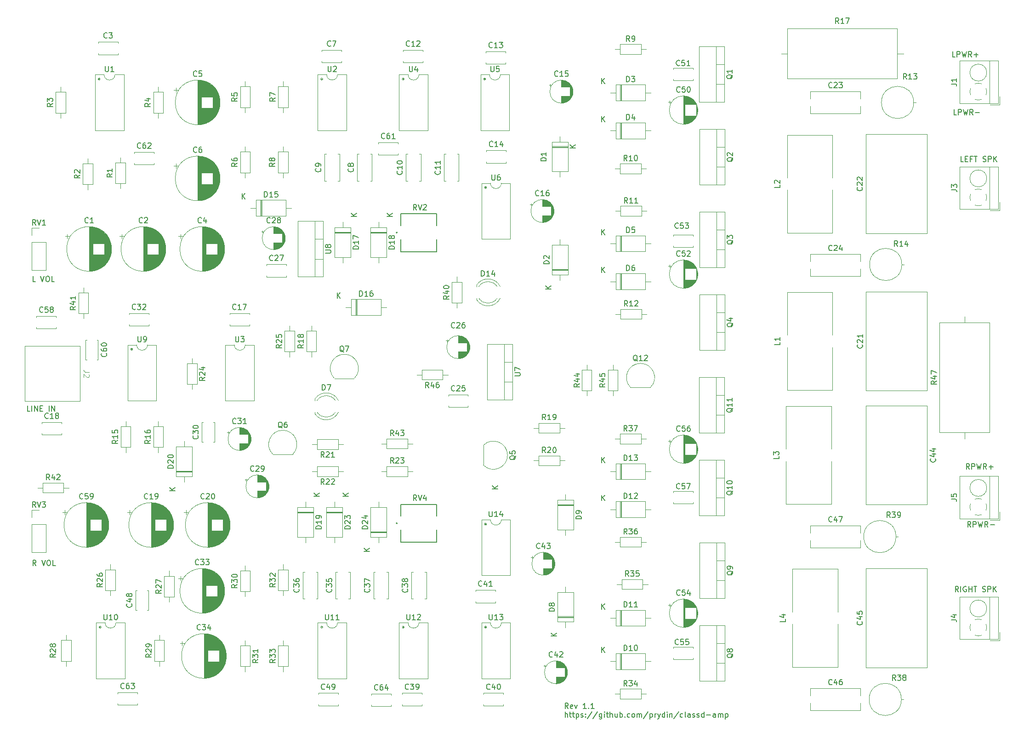
<source format=gbr>
%TF.GenerationSoftware,KiCad,Pcbnew,7.0.8*%
%TF.CreationDate,2024-02-09T15:44:37-05:00*%
%TF.ProjectId,classd-amp,636c6173-7364-42d6-916d-702e6b696361,rev?*%
%TF.SameCoordinates,Original*%
%TF.FileFunction,Legend,Top*%
%TF.FilePolarity,Positive*%
%FSLAX46Y46*%
G04 Gerber Fmt 4.6, Leading zero omitted, Abs format (unit mm)*
G04 Created by KiCad (PCBNEW 7.0.8) date 2024-02-09 15:44:37*
%MOMM*%
%LPD*%
G01*
G04 APERTURE LIST*
%ADD10C,0.150000*%
%ADD11C,0.100000*%
%ADD12C,0.120000*%
%ADD13C,0.127000*%
%ADD14C,0.200000*%
G04 APERTURE END LIST*
D10*
X150514207Y-167677819D02*
X150180874Y-167201628D01*
X149942779Y-167677819D02*
X149942779Y-166677819D01*
X149942779Y-166677819D02*
X150323731Y-166677819D01*
X150323731Y-166677819D02*
X150418969Y-166725438D01*
X150418969Y-166725438D02*
X150466588Y-166773057D01*
X150466588Y-166773057D02*
X150514207Y-166868295D01*
X150514207Y-166868295D02*
X150514207Y-167011152D01*
X150514207Y-167011152D02*
X150466588Y-167106390D01*
X150466588Y-167106390D02*
X150418969Y-167154009D01*
X150418969Y-167154009D02*
X150323731Y-167201628D01*
X150323731Y-167201628D02*
X149942779Y-167201628D01*
X151323731Y-167630200D02*
X151228493Y-167677819D01*
X151228493Y-167677819D02*
X151038017Y-167677819D01*
X151038017Y-167677819D02*
X150942779Y-167630200D01*
X150942779Y-167630200D02*
X150895160Y-167534961D01*
X150895160Y-167534961D02*
X150895160Y-167154009D01*
X150895160Y-167154009D02*
X150942779Y-167058771D01*
X150942779Y-167058771D02*
X151038017Y-167011152D01*
X151038017Y-167011152D02*
X151228493Y-167011152D01*
X151228493Y-167011152D02*
X151323731Y-167058771D01*
X151323731Y-167058771D02*
X151371350Y-167154009D01*
X151371350Y-167154009D02*
X151371350Y-167249247D01*
X151371350Y-167249247D02*
X150895160Y-167344485D01*
X151704684Y-167011152D02*
X151942779Y-167677819D01*
X151942779Y-167677819D02*
X152180874Y-167011152D01*
X153847541Y-167677819D02*
X153276113Y-167677819D01*
X153561827Y-167677819D02*
X153561827Y-166677819D01*
X153561827Y-166677819D02*
X153466589Y-166820676D01*
X153466589Y-166820676D02*
X153371351Y-166915914D01*
X153371351Y-166915914D02*
X153276113Y-166963533D01*
X154276113Y-167582580D02*
X154323732Y-167630200D01*
X154323732Y-167630200D02*
X154276113Y-167677819D01*
X154276113Y-167677819D02*
X154228494Y-167630200D01*
X154228494Y-167630200D02*
X154276113Y-167582580D01*
X154276113Y-167582580D02*
X154276113Y-167677819D01*
X155276112Y-167677819D02*
X154704684Y-167677819D01*
X154990398Y-167677819D02*
X154990398Y-166677819D01*
X154990398Y-166677819D02*
X154895160Y-166820676D01*
X154895160Y-166820676D02*
X154799922Y-166915914D01*
X154799922Y-166915914D02*
X154704684Y-166963533D01*
X149942779Y-169287819D02*
X149942779Y-168287819D01*
X150371350Y-169287819D02*
X150371350Y-168764009D01*
X150371350Y-168764009D02*
X150323731Y-168668771D01*
X150323731Y-168668771D02*
X150228493Y-168621152D01*
X150228493Y-168621152D02*
X150085636Y-168621152D01*
X150085636Y-168621152D02*
X149990398Y-168668771D01*
X149990398Y-168668771D02*
X149942779Y-168716390D01*
X150704684Y-168621152D02*
X151085636Y-168621152D01*
X150847541Y-168287819D02*
X150847541Y-169144961D01*
X150847541Y-169144961D02*
X150895160Y-169240200D01*
X150895160Y-169240200D02*
X150990398Y-169287819D01*
X150990398Y-169287819D02*
X151085636Y-169287819D01*
X151276113Y-168621152D02*
X151657065Y-168621152D01*
X151418970Y-168287819D02*
X151418970Y-169144961D01*
X151418970Y-169144961D02*
X151466589Y-169240200D01*
X151466589Y-169240200D02*
X151561827Y-169287819D01*
X151561827Y-169287819D02*
X151657065Y-169287819D01*
X151990399Y-168621152D02*
X151990399Y-169621152D01*
X151990399Y-168668771D02*
X152085637Y-168621152D01*
X152085637Y-168621152D02*
X152276113Y-168621152D01*
X152276113Y-168621152D02*
X152371351Y-168668771D01*
X152371351Y-168668771D02*
X152418970Y-168716390D01*
X152418970Y-168716390D02*
X152466589Y-168811628D01*
X152466589Y-168811628D02*
X152466589Y-169097342D01*
X152466589Y-169097342D02*
X152418970Y-169192580D01*
X152418970Y-169192580D02*
X152371351Y-169240200D01*
X152371351Y-169240200D02*
X152276113Y-169287819D01*
X152276113Y-169287819D02*
X152085637Y-169287819D01*
X152085637Y-169287819D02*
X151990399Y-169240200D01*
X152847542Y-169240200D02*
X152942780Y-169287819D01*
X152942780Y-169287819D02*
X153133256Y-169287819D01*
X153133256Y-169287819D02*
X153228494Y-169240200D01*
X153228494Y-169240200D02*
X153276113Y-169144961D01*
X153276113Y-169144961D02*
X153276113Y-169097342D01*
X153276113Y-169097342D02*
X153228494Y-169002104D01*
X153228494Y-169002104D02*
X153133256Y-168954485D01*
X153133256Y-168954485D02*
X152990399Y-168954485D01*
X152990399Y-168954485D02*
X152895161Y-168906866D01*
X152895161Y-168906866D02*
X152847542Y-168811628D01*
X152847542Y-168811628D02*
X152847542Y-168764009D01*
X152847542Y-168764009D02*
X152895161Y-168668771D01*
X152895161Y-168668771D02*
X152990399Y-168621152D01*
X152990399Y-168621152D02*
X153133256Y-168621152D01*
X153133256Y-168621152D02*
X153228494Y-168668771D01*
X153704685Y-169192580D02*
X153752304Y-169240200D01*
X153752304Y-169240200D02*
X153704685Y-169287819D01*
X153704685Y-169287819D02*
X153657066Y-169240200D01*
X153657066Y-169240200D02*
X153704685Y-169192580D01*
X153704685Y-169192580D02*
X153704685Y-169287819D01*
X153704685Y-168668771D02*
X153752304Y-168716390D01*
X153752304Y-168716390D02*
X153704685Y-168764009D01*
X153704685Y-168764009D02*
X153657066Y-168716390D01*
X153657066Y-168716390D02*
X153704685Y-168668771D01*
X153704685Y-168668771D02*
X153704685Y-168764009D01*
X154895160Y-168240200D02*
X154038018Y-169525914D01*
X155942779Y-168240200D02*
X155085637Y-169525914D01*
X156704684Y-168621152D02*
X156704684Y-169430676D01*
X156704684Y-169430676D02*
X156657065Y-169525914D01*
X156657065Y-169525914D02*
X156609446Y-169573533D01*
X156609446Y-169573533D02*
X156514208Y-169621152D01*
X156514208Y-169621152D02*
X156371351Y-169621152D01*
X156371351Y-169621152D02*
X156276113Y-169573533D01*
X156704684Y-169240200D02*
X156609446Y-169287819D01*
X156609446Y-169287819D02*
X156418970Y-169287819D01*
X156418970Y-169287819D02*
X156323732Y-169240200D01*
X156323732Y-169240200D02*
X156276113Y-169192580D01*
X156276113Y-169192580D02*
X156228494Y-169097342D01*
X156228494Y-169097342D02*
X156228494Y-168811628D01*
X156228494Y-168811628D02*
X156276113Y-168716390D01*
X156276113Y-168716390D02*
X156323732Y-168668771D01*
X156323732Y-168668771D02*
X156418970Y-168621152D01*
X156418970Y-168621152D02*
X156609446Y-168621152D01*
X156609446Y-168621152D02*
X156704684Y-168668771D01*
X157180875Y-169287819D02*
X157180875Y-168621152D01*
X157180875Y-168287819D02*
X157133256Y-168335438D01*
X157133256Y-168335438D02*
X157180875Y-168383057D01*
X157180875Y-168383057D02*
X157228494Y-168335438D01*
X157228494Y-168335438D02*
X157180875Y-168287819D01*
X157180875Y-168287819D02*
X157180875Y-168383057D01*
X157514208Y-168621152D02*
X157895160Y-168621152D01*
X157657065Y-168287819D02*
X157657065Y-169144961D01*
X157657065Y-169144961D02*
X157704684Y-169240200D01*
X157704684Y-169240200D02*
X157799922Y-169287819D01*
X157799922Y-169287819D02*
X157895160Y-169287819D01*
X158228494Y-169287819D02*
X158228494Y-168287819D01*
X158657065Y-169287819D02*
X158657065Y-168764009D01*
X158657065Y-168764009D02*
X158609446Y-168668771D01*
X158609446Y-168668771D02*
X158514208Y-168621152D01*
X158514208Y-168621152D02*
X158371351Y-168621152D01*
X158371351Y-168621152D02*
X158276113Y-168668771D01*
X158276113Y-168668771D02*
X158228494Y-168716390D01*
X159561827Y-168621152D02*
X159561827Y-169287819D01*
X159133256Y-168621152D02*
X159133256Y-169144961D01*
X159133256Y-169144961D02*
X159180875Y-169240200D01*
X159180875Y-169240200D02*
X159276113Y-169287819D01*
X159276113Y-169287819D02*
X159418970Y-169287819D01*
X159418970Y-169287819D02*
X159514208Y-169240200D01*
X159514208Y-169240200D02*
X159561827Y-169192580D01*
X160038018Y-169287819D02*
X160038018Y-168287819D01*
X160038018Y-168668771D02*
X160133256Y-168621152D01*
X160133256Y-168621152D02*
X160323732Y-168621152D01*
X160323732Y-168621152D02*
X160418970Y-168668771D01*
X160418970Y-168668771D02*
X160466589Y-168716390D01*
X160466589Y-168716390D02*
X160514208Y-168811628D01*
X160514208Y-168811628D02*
X160514208Y-169097342D01*
X160514208Y-169097342D02*
X160466589Y-169192580D01*
X160466589Y-169192580D02*
X160418970Y-169240200D01*
X160418970Y-169240200D02*
X160323732Y-169287819D01*
X160323732Y-169287819D02*
X160133256Y-169287819D01*
X160133256Y-169287819D02*
X160038018Y-169240200D01*
X160942780Y-169192580D02*
X160990399Y-169240200D01*
X160990399Y-169240200D02*
X160942780Y-169287819D01*
X160942780Y-169287819D02*
X160895161Y-169240200D01*
X160895161Y-169240200D02*
X160942780Y-169192580D01*
X160942780Y-169192580D02*
X160942780Y-169287819D01*
X161847541Y-169240200D02*
X161752303Y-169287819D01*
X161752303Y-169287819D02*
X161561827Y-169287819D01*
X161561827Y-169287819D02*
X161466589Y-169240200D01*
X161466589Y-169240200D02*
X161418970Y-169192580D01*
X161418970Y-169192580D02*
X161371351Y-169097342D01*
X161371351Y-169097342D02*
X161371351Y-168811628D01*
X161371351Y-168811628D02*
X161418970Y-168716390D01*
X161418970Y-168716390D02*
X161466589Y-168668771D01*
X161466589Y-168668771D02*
X161561827Y-168621152D01*
X161561827Y-168621152D02*
X161752303Y-168621152D01*
X161752303Y-168621152D02*
X161847541Y-168668771D01*
X162418970Y-169287819D02*
X162323732Y-169240200D01*
X162323732Y-169240200D02*
X162276113Y-169192580D01*
X162276113Y-169192580D02*
X162228494Y-169097342D01*
X162228494Y-169097342D02*
X162228494Y-168811628D01*
X162228494Y-168811628D02*
X162276113Y-168716390D01*
X162276113Y-168716390D02*
X162323732Y-168668771D01*
X162323732Y-168668771D02*
X162418970Y-168621152D01*
X162418970Y-168621152D02*
X162561827Y-168621152D01*
X162561827Y-168621152D02*
X162657065Y-168668771D01*
X162657065Y-168668771D02*
X162704684Y-168716390D01*
X162704684Y-168716390D02*
X162752303Y-168811628D01*
X162752303Y-168811628D02*
X162752303Y-169097342D01*
X162752303Y-169097342D02*
X162704684Y-169192580D01*
X162704684Y-169192580D02*
X162657065Y-169240200D01*
X162657065Y-169240200D02*
X162561827Y-169287819D01*
X162561827Y-169287819D02*
X162418970Y-169287819D01*
X163180875Y-169287819D02*
X163180875Y-168621152D01*
X163180875Y-168716390D02*
X163228494Y-168668771D01*
X163228494Y-168668771D02*
X163323732Y-168621152D01*
X163323732Y-168621152D02*
X163466589Y-168621152D01*
X163466589Y-168621152D02*
X163561827Y-168668771D01*
X163561827Y-168668771D02*
X163609446Y-168764009D01*
X163609446Y-168764009D02*
X163609446Y-169287819D01*
X163609446Y-168764009D02*
X163657065Y-168668771D01*
X163657065Y-168668771D02*
X163752303Y-168621152D01*
X163752303Y-168621152D02*
X163895160Y-168621152D01*
X163895160Y-168621152D02*
X163990399Y-168668771D01*
X163990399Y-168668771D02*
X164038018Y-168764009D01*
X164038018Y-168764009D02*
X164038018Y-169287819D01*
X165228493Y-168240200D02*
X164371351Y-169525914D01*
X165561827Y-168621152D02*
X165561827Y-169621152D01*
X165561827Y-168668771D02*
X165657065Y-168621152D01*
X165657065Y-168621152D02*
X165847541Y-168621152D01*
X165847541Y-168621152D02*
X165942779Y-168668771D01*
X165942779Y-168668771D02*
X165990398Y-168716390D01*
X165990398Y-168716390D02*
X166038017Y-168811628D01*
X166038017Y-168811628D02*
X166038017Y-169097342D01*
X166038017Y-169097342D02*
X165990398Y-169192580D01*
X165990398Y-169192580D02*
X165942779Y-169240200D01*
X165942779Y-169240200D02*
X165847541Y-169287819D01*
X165847541Y-169287819D02*
X165657065Y-169287819D01*
X165657065Y-169287819D02*
X165561827Y-169240200D01*
X166466589Y-169287819D02*
X166466589Y-168621152D01*
X166466589Y-168811628D02*
X166514208Y-168716390D01*
X166514208Y-168716390D02*
X166561827Y-168668771D01*
X166561827Y-168668771D02*
X166657065Y-168621152D01*
X166657065Y-168621152D02*
X166752303Y-168621152D01*
X166990399Y-168621152D02*
X167228494Y-169287819D01*
X167466589Y-168621152D02*
X167228494Y-169287819D01*
X167228494Y-169287819D02*
X167133256Y-169525914D01*
X167133256Y-169525914D02*
X167085637Y-169573533D01*
X167085637Y-169573533D02*
X166990399Y-169621152D01*
X168276113Y-169287819D02*
X168276113Y-168287819D01*
X168276113Y-169240200D02*
X168180875Y-169287819D01*
X168180875Y-169287819D02*
X167990399Y-169287819D01*
X167990399Y-169287819D02*
X167895161Y-169240200D01*
X167895161Y-169240200D02*
X167847542Y-169192580D01*
X167847542Y-169192580D02*
X167799923Y-169097342D01*
X167799923Y-169097342D02*
X167799923Y-168811628D01*
X167799923Y-168811628D02*
X167847542Y-168716390D01*
X167847542Y-168716390D02*
X167895161Y-168668771D01*
X167895161Y-168668771D02*
X167990399Y-168621152D01*
X167990399Y-168621152D02*
X168180875Y-168621152D01*
X168180875Y-168621152D02*
X168276113Y-168668771D01*
X168752304Y-169287819D02*
X168752304Y-168621152D01*
X168752304Y-168287819D02*
X168704685Y-168335438D01*
X168704685Y-168335438D02*
X168752304Y-168383057D01*
X168752304Y-168383057D02*
X168799923Y-168335438D01*
X168799923Y-168335438D02*
X168752304Y-168287819D01*
X168752304Y-168287819D02*
X168752304Y-168383057D01*
X169228494Y-168621152D02*
X169228494Y-169287819D01*
X169228494Y-168716390D02*
X169276113Y-168668771D01*
X169276113Y-168668771D02*
X169371351Y-168621152D01*
X169371351Y-168621152D02*
X169514208Y-168621152D01*
X169514208Y-168621152D02*
X169609446Y-168668771D01*
X169609446Y-168668771D02*
X169657065Y-168764009D01*
X169657065Y-168764009D02*
X169657065Y-169287819D01*
X170847541Y-168240200D02*
X169990399Y-169525914D01*
X171609446Y-169240200D02*
X171514208Y-169287819D01*
X171514208Y-169287819D02*
X171323732Y-169287819D01*
X171323732Y-169287819D02*
X171228494Y-169240200D01*
X171228494Y-169240200D02*
X171180875Y-169192580D01*
X171180875Y-169192580D02*
X171133256Y-169097342D01*
X171133256Y-169097342D02*
X171133256Y-168811628D01*
X171133256Y-168811628D02*
X171180875Y-168716390D01*
X171180875Y-168716390D02*
X171228494Y-168668771D01*
X171228494Y-168668771D02*
X171323732Y-168621152D01*
X171323732Y-168621152D02*
X171514208Y-168621152D01*
X171514208Y-168621152D02*
X171609446Y-168668771D01*
X172180875Y-169287819D02*
X172085637Y-169240200D01*
X172085637Y-169240200D02*
X172038018Y-169144961D01*
X172038018Y-169144961D02*
X172038018Y-168287819D01*
X172990399Y-169287819D02*
X172990399Y-168764009D01*
X172990399Y-168764009D02*
X172942780Y-168668771D01*
X172942780Y-168668771D02*
X172847542Y-168621152D01*
X172847542Y-168621152D02*
X172657066Y-168621152D01*
X172657066Y-168621152D02*
X172561828Y-168668771D01*
X172990399Y-169240200D02*
X172895161Y-169287819D01*
X172895161Y-169287819D02*
X172657066Y-169287819D01*
X172657066Y-169287819D02*
X172561828Y-169240200D01*
X172561828Y-169240200D02*
X172514209Y-169144961D01*
X172514209Y-169144961D02*
X172514209Y-169049723D01*
X172514209Y-169049723D02*
X172561828Y-168954485D01*
X172561828Y-168954485D02*
X172657066Y-168906866D01*
X172657066Y-168906866D02*
X172895161Y-168906866D01*
X172895161Y-168906866D02*
X172990399Y-168859247D01*
X173418971Y-169240200D02*
X173514209Y-169287819D01*
X173514209Y-169287819D02*
X173704685Y-169287819D01*
X173704685Y-169287819D02*
X173799923Y-169240200D01*
X173799923Y-169240200D02*
X173847542Y-169144961D01*
X173847542Y-169144961D02*
X173847542Y-169097342D01*
X173847542Y-169097342D02*
X173799923Y-169002104D01*
X173799923Y-169002104D02*
X173704685Y-168954485D01*
X173704685Y-168954485D02*
X173561828Y-168954485D01*
X173561828Y-168954485D02*
X173466590Y-168906866D01*
X173466590Y-168906866D02*
X173418971Y-168811628D01*
X173418971Y-168811628D02*
X173418971Y-168764009D01*
X173418971Y-168764009D02*
X173466590Y-168668771D01*
X173466590Y-168668771D02*
X173561828Y-168621152D01*
X173561828Y-168621152D02*
X173704685Y-168621152D01*
X173704685Y-168621152D02*
X173799923Y-168668771D01*
X174228495Y-169240200D02*
X174323733Y-169287819D01*
X174323733Y-169287819D02*
X174514209Y-169287819D01*
X174514209Y-169287819D02*
X174609447Y-169240200D01*
X174609447Y-169240200D02*
X174657066Y-169144961D01*
X174657066Y-169144961D02*
X174657066Y-169097342D01*
X174657066Y-169097342D02*
X174609447Y-169002104D01*
X174609447Y-169002104D02*
X174514209Y-168954485D01*
X174514209Y-168954485D02*
X174371352Y-168954485D01*
X174371352Y-168954485D02*
X174276114Y-168906866D01*
X174276114Y-168906866D02*
X174228495Y-168811628D01*
X174228495Y-168811628D02*
X174228495Y-168764009D01*
X174228495Y-168764009D02*
X174276114Y-168668771D01*
X174276114Y-168668771D02*
X174371352Y-168621152D01*
X174371352Y-168621152D02*
X174514209Y-168621152D01*
X174514209Y-168621152D02*
X174609447Y-168668771D01*
X175514209Y-169287819D02*
X175514209Y-168287819D01*
X175514209Y-169240200D02*
X175418971Y-169287819D01*
X175418971Y-169287819D02*
X175228495Y-169287819D01*
X175228495Y-169287819D02*
X175133257Y-169240200D01*
X175133257Y-169240200D02*
X175085638Y-169192580D01*
X175085638Y-169192580D02*
X175038019Y-169097342D01*
X175038019Y-169097342D02*
X175038019Y-168811628D01*
X175038019Y-168811628D02*
X175085638Y-168716390D01*
X175085638Y-168716390D02*
X175133257Y-168668771D01*
X175133257Y-168668771D02*
X175228495Y-168621152D01*
X175228495Y-168621152D02*
X175418971Y-168621152D01*
X175418971Y-168621152D02*
X175514209Y-168668771D01*
X175990400Y-168906866D02*
X176752305Y-168906866D01*
X177657066Y-169287819D02*
X177657066Y-168764009D01*
X177657066Y-168764009D02*
X177609447Y-168668771D01*
X177609447Y-168668771D02*
X177514209Y-168621152D01*
X177514209Y-168621152D02*
X177323733Y-168621152D01*
X177323733Y-168621152D02*
X177228495Y-168668771D01*
X177657066Y-169240200D02*
X177561828Y-169287819D01*
X177561828Y-169287819D02*
X177323733Y-169287819D01*
X177323733Y-169287819D02*
X177228495Y-169240200D01*
X177228495Y-169240200D02*
X177180876Y-169144961D01*
X177180876Y-169144961D02*
X177180876Y-169049723D01*
X177180876Y-169049723D02*
X177228495Y-168954485D01*
X177228495Y-168954485D02*
X177323733Y-168906866D01*
X177323733Y-168906866D02*
X177561828Y-168906866D01*
X177561828Y-168906866D02*
X177657066Y-168859247D01*
X178133257Y-169287819D02*
X178133257Y-168621152D01*
X178133257Y-168716390D02*
X178180876Y-168668771D01*
X178180876Y-168668771D02*
X178276114Y-168621152D01*
X178276114Y-168621152D02*
X178418971Y-168621152D01*
X178418971Y-168621152D02*
X178514209Y-168668771D01*
X178514209Y-168668771D02*
X178561828Y-168764009D01*
X178561828Y-168764009D02*
X178561828Y-169287819D01*
X178561828Y-168764009D02*
X178609447Y-168668771D01*
X178609447Y-168668771D02*
X178704685Y-168621152D01*
X178704685Y-168621152D02*
X178847542Y-168621152D01*
X178847542Y-168621152D02*
X178942781Y-168668771D01*
X178942781Y-168668771D02*
X178990400Y-168764009D01*
X178990400Y-168764009D02*
X178990400Y-169287819D01*
X179466590Y-168621152D02*
X179466590Y-169621152D01*
X179466590Y-168668771D02*
X179561828Y-168621152D01*
X179561828Y-168621152D02*
X179752304Y-168621152D01*
X179752304Y-168621152D02*
X179847542Y-168668771D01*
X179847542Y-168668771D02*
X179895161Y-168716390D01*
X179895161Y-168716390D02*
X179942780Y-168811628D01*
X179942780Y-168811628D02*
X179942780Y-169097342D01*
X179942780Y-169097342D02*
X179895161Y-169192580D01*
X179895161Y-169192580D02*
X179847542Y-169240200D01*
X179847542Y-169240200D02*
X179752304Y-169287819D01*
X179752304Y-169287819D02*
X179561828Y-169287819D01*
X179561828Y-169287819D02*
X179466590Y-169240200D01*
X224682207Y-134235819D02*
X224348874Y-133759628D01*
X224110779Y-134235819D02*
X224110779Y-133235819D01*
X224110779Y-133235819D02*
X224491731Y-133235819D01*
X224491731Y-133235819D02*
X224586969Y-133283438D01*
X224586969Y-133283438D02*
X224634588Y-133331057D01*
X224634588Y-133331057D02*
X224682207Y-133426295D01*
X224682207Y-133426295D02*
X224682207Y-133569152D01*
X224682207Y-133569152D02*
X224634588Y-133664390D01*
X224634588Y-133664390D02*
X224586969Y-133712009D01*
X224586969Y-133712009D02*
X224491731Y-133759628D01*
X224491731Y-133759628D02*
X224110779Y-133759628D01*
X225110779Y-134235819D02*
X225110779Y-133235819D01*
X225110779Y-133235819D02*
X225491731Y-133235819D01*
X225491731Y-133235819D02*
X225586969Y-133283438D01*
X225586969Y-133283438D02*
X225634588Y-133331057D01*
X225634588Y-133331057D02*
X225682207Y-133426295D01*
X225682207Y-133426295D02*
X225682207Y-133569152D01*
X225682207Y-133569152D02*
X225634588Y-133664390D01*
X225634588Y-133664390D02*
X225586969Y-133712009D01*
X225586969Y-133712009D02*
X225491731Y-133759628D01*
X225491731Y-133759628D02*
X225110779Y-133759628D01*
X226015541Y-133235819D02*
X226253636Y-134235819D01*
X226253636Y-134235819D02*
X226444112Y-133521533D01*
X226444112Y-133521533D02*
X226634588Y-134235819D01*
X226634588Y-134235819D02*
X226872684Y-133235819D01*
X227825064Y-134235819D02*
X227491731Y-133759628D01*
X227253636Y-134235819D02*
X227253636Y-133235819D01*
X227253636Y-133235819D02*
X227634588Y-133235819D01*
X227634588Y-133235819D02*
X227729826Y-133283438D01*
X227729826Y-133283438D02*
X227777445Y-133331057D01*
X227777445Y-133331057D02*
X227825064Y-133426295D01*
X227825064Y-133426295D02*
X227825064Y-133569152D01*
X227825064Y-133569152D02*
X227777445Y-133664390D01*
X227777445Y-133664390D02*
X227729826Y-133712009D01*
X227729826Y-133712009D02*
X227634588Y-133759628D01*
X227634588Y-133759628D02*
X227253636Y-133759628D01*
X228253636Y-133854866D02*
X229015541Y-133854866D01*
X52470207Y-141347819D02*
X52136874Y-140871628D01*
X51898779Y-141347819D02*
X51898779Y-140347819D01*
X51898779Y-140347819D02*
X52279731Y-140347819D01*
X52279731Y-140347819D02*
X52374969Y-140395438D01*
X52374969Y-140395438D02*
X52422588Y-140443057D01*
X52422588Y-140443057D02*
X52470207Y-140538295D01*
X52470207Y-140538295D02*
X52470207Y-140681152D01*
X52470207Y-140681152D02*
X52422588Y-140776390D01*
X52422588Y-140776390D02*
X52374969Y-140824009D01*
X52374969Y-140824009D02*
X52279731Y-140871628D01*
X52279731Y-140871628D02*
X51898779Y-140871628D01*
X53517827Y-140347819D02*
X53851160Y-141347819D01*
X53851160Y-141347819D02*
X54184493Y-140347819D01*
X54708303Y-140347819D02*
X54898779Y-140347819D01*
X54898779Y-140347819D02*
X54994017Y-140395438D01*
X54994017Y-140395438D02*
X55089255Y-140490676D01*
X55089255Y-140490676D02*
X55136874Y-140681152D01*
X55136874Y-140681152D02*
X55136874Y-141014485D01*
X55136874Y-141014485D02*
X55089255Y-141204961D01*
X55089255Y-141204961D02*
X54994017Y-141300200D01*
X54994017Y-141300200D02*
X54898779Y-141347819D01*
X54898779Y-141347819D02*
X54708303Y-141347819D01*
X54708303Y-141347819D02*
X54613065Y-141300200D01*
X54613065Y-141300200D02*
X54517827Y-141204961D01*
X54517827Y-141204961D02*
X54470208Y-141014485D01*
X54470208Y-141014485D02*
X54470208Y-140681152D01*
X54470208Y-140681152D02*
X54517827Y-140490676D01*
X54517827Y-140490676D02*
X54613065Y-140395438D01*
X54613065Y-140395438D02*
X54708303Y-140347819D01*
X56041636Y-141347819D02*
X55565446Y-141347819D01*
X55565446Y-141347819D02*
X55565446Y-140347819D01*
X221792969Y-47621819D02*
X221316779Y-47621819D01*
X221316779Y-47621819D02*
X221316779Y-46621819D01*
X222126303Y-47621819D02*
X222126303Y-46621819D01*
X222126303Y-46621819D02*
X222507255Y-46621819D01*
X222507255Y-46621819D02*
X222602493Y-46669438D01*
X222602493Y-46669438D02*
X222650112Y-46717057D01*
X222650112Y-46717057D02*
X222697731Y-46812295D01*
X222697731Y-46812295D02*
X222697731Y-46955152D01*
X222697731Y-46955152D02*
X222650112Y-47050390D01*
X222650112Y-47050390D02*
X222602493Y-47098009D01*
X222602493Y-47098009D02*
X222507255Y-47145628D01*
X222507255Y-47145628D02*
X222126303Y-47145628D01*
X223031065Y-46621819D02*
X223269160Y-47621819D01*
X223269160Y-47621819D02*
X223459636Y-46907533D01*
X223459636Y-46907533D02*
X223650112Y-47621819D01*
X223650112Y-47621819D02*
X223888208Y-46621819D01*
X224840588Y-47621819D02*
X224507255Y-47145628D01*
X224269160Y-47621819D02*
X224269160Y-46621819D01*
X224269160Y-46621819D02*
X224650112Y-46621819D01*
X224650112Y-46621819D02*
X224745350Y-46669438D01*
X224745350Y-46669438D02*
X224792969Y-46717057D01*
X224792969Y-46717057D02*
X224840588Y-46812295D01*
X224840588Y-46812295D02*
X224840588Y-46955152D01*
X224840588Y-46955152D02*
X224792969Y-47050390D01*
X224792969Y-47050390D02*
X224745350Y-47098009D01*
X224745350Y-47098009D02*
X224650112Y-47145628D01*
X224650112Y-47145628D02*
X224269160Y-47145628D01*
X225269160Y-47240866D02*
X226031065Y-47240866D01*
X225650112Y-47621819D02*
X225650112Y-46859914D01*
X224428207Y-123567819D02*
X224094874Y-123091628D01*
X223856779Y-123567819D02*
X223856779Y-122567819D01*
X223856779Y-122567819D02*
X224237731Y-122567819D01*
X224237731Y-122567819D02*
X224332969Y-122615438D01*
X224332969Y-122615438D02*
X224380588Y-122663057D01*
X224380588Y-122663057D02*
X224428207Y-122758295D01*
X224428207Y-122758295D02*
X224428207Y-122901152D01*
X224428207Y-122901152D02*
X224380588Y-122996390D01*
X224380588Y-122996390D02*
X224332969Y-123044009D01*
X224332969Y-123044009D02*
X224237731Y-123091628D01*
X224237731Y-123091628D02*
X223856779Y-123091628D01*
X224856779Y-123567819D02*
X224856779Y-122567819D01*
X224856779Y-122567819D02*
X225237731Y-122567819D01*
X225237731Y-122567819D02*
X225332969Y-122615438D01*
X225332969Y-122615438D02*
X225380588Y-122663057D01*
X225380588Y-122663057D02*
X225428207Y-122758295D01*
X225428207Y-122758295D02*
X225428207Y-122901152D01*
X225428207Y-122901152D02*
X225380588Y-122996390D01*
X225380588Y-122996390D02*
X225332969Y-123044009D01*
X225332969Y-123044009D02*
X225237731Y-123091628D01*
X225237731Y-123091628D02*
X224856779Y-123091628D01*
X225761541Y-122567819D02*
X225999636Y-123567819D01*
X225999636Y-123567819D02*
X226190112Y-122853533D01*
X226190112Y-122853533D02*
X226380588Y-123567819D01*
X226380588Y-123567819D02*
X226618684Y-122567819D01*
X227571064Y-123567819D02*
X227237731Y-123091628D01*
X226999636Y-123567819D02*
X226999636Y-122567819D01*
X226999636Y-122567819D02*
X227380588Y-122567819D01*
X227380588Y-122567819D02*
X227475826Y-122615438D01*
X227475826Y-122615438D02*
X227523445Y-122663057D01*
X227523445Y-122663057D02*
X227571064Y-122758295D01*
X227571064Y-122758295D02*
X227571064Y-122901152D01*
X227571064Y-122901152D02*
X227523445Y-122996390D01*
X227523445Y-122996390D02*
X227475826Y-123044009D01*
X227475826Y-123044009D02*
X227380588Y-123091628D01*
X227380588Y-123091628D02*
X226999636Y-123091628D01*
X227999636Y-123186866D02*
X228761541Y-123186866D01*
X228380588Y-123567819D02*
X228380588Y-122805914D01*
X222046969Y-58289819D02*
X221570779Y-58289819D01*
X221570779Y-58289819D02*
X221570779Y-57289819D01*
X222380303Y-58289819D02*
X222380303Y-57289819D01*
X222380303Y-57289819D02*
X222761255Y-57289819D01*
X222761255Y-57289819D02*
X222856493Y-57337438D01*
X222856493Y-57337438D02*
X222904112Y-57385057D01*
X222904112Y-57385057D02*
X222951731Y-57480295D01*
X222951731Y-57480295D02*
X222951731Y-57623152D01*
X222951731Y-57623152D02*
X222904112Y-57718390D01*
X222904112Y-57718390D02*
X222856493Y-57766009D01*
X222856493Y-57766009D02*
X222761255Y-57813628D01*
X222761255Y-57813628D02*
X222380303Y-57813628D01*
X223285065Y-57289819D02*
X223523160Y-58289819D01*
X223523160Y-58289819D02*
X223713636Y-57575533D01*
X223713636Y-57575533D02*
X223904112Y-58289819D01*
X223904112Y-58289819D02*
X224142208Y-57289819D01*
X225094588Y-58289819D02*
X224761255Y-57813628D01*
X224523160Y-58289819D02*
X224523160Y-57289819D01*
X224523160Y-57289819D02*
X224904112Y-57289819D01*
X224904112Y-57289819D02*
X224999350Y-57337438D01*
X224999350Y-57337438D02*
X225046969Y-57385057D01*
X225046969Y-57385057D02*
X225094588Y-57480295D01*
X225094588Y-57480295D02*
X225094588Y-57623152D01*
X225094588Y-57623152D02*
X225046969Y-57718390D01*
X225046969Y-57718390D02*
X224999350Y-57766009D01*
X224999350Y-57766009D02*
X224904112Y-57813628D01*
X224904112Y-57813628D02*
X224523160Y-57813628D01*
X225523160Y-57908866D02*
X226285065Y-57908866D01*
X222396207Y-146173819D02*
X222062874Y-145697628D01*
X221824779Y-146173819D02*
X221824779Y-145173819D01*
X221824779Y-145173819D02*
X222205731Y-145173819D01*
X222205731Y-145173819D02*
X222300969Y-145221438D01*
X222300969Y-145221438D02*
X222348588Y-145269057D01*
X222348588Y-145269057D02*
X222396207Y-145364295D01*
X222396207Y-145364295D02*
X222396207Y-145507152D01*
X222396207Y-145507152D02*
X222348588Y-145602390D01*
X222348588Y-145602390D02*
X222300969Y-145650009D01*
X222300969Y-145650009D02*
X222205731Y-145697628D01*
X222205731Y-145697628D02*
X221824779Y-145697628D01*
X222824779Y-146173819D02*
X222824779Y-145173819D01*
X223824778Y-145221438D02*
X223729540Y-145173819D01*
X223729540Y-145173819D02*
X223586683Y-145173819D01*
X223586683Y-145173819D02*
X223443826Y-145221438D01*
X223443826Y-145221438D02*
X223348588Y-145316676D01*
X223348588Y-145316676D02*
X223300969Y-145411914D01*
X223300969Y-145411914D02*
X223253350Y-145602390D01*
X223253350Y-145602390D02*
X223253350Y-145745247D01*
X223253350Y-145745247D02*
X223300969Y-145935723D01*
X223300969Y-145935723D02*
X223348588Y-146030961D01*
X223348588Y-146030961D02*
X223443826Y-146126200D01*
X223443826Y-146126200D02*
X223586683Y-146173819D01*
X223586683Y-146173819D02*
X223681921Y-146173819D01*
X223681921Y-146173819D02*
X223824778Y-146126200D01*
X223824778Y-146126200D02*
X223872397Y-146078580D01*
X223872397Y-146078580D02*
X223872397Y-145745247D01*
X223872397Y-145745247D02*
X223681921Y-145745247D01*
X224300969Y-146173819D02*
X224300969Y-145173819D01*
X224300969Y-145650009D02*
X224872397Y-145650009D01*
X224872397Y-146173819D02*
X224872397Y-145173819D01*
X225205731Y-145173819D02*
X225777159Y-145173819D01*
X225491445Y-146173819D02*
X225491445Y-145173819D01*
X226824779Y-146126200D02*
X226967636Y-146173819D01*
X226967636Y-146173819D02*
X227205731Y-146173819D01*
X227205731Y-146173819D02*
X227300969Y-146126200D01*
X227300969Y-146126200D02*
X227348588Y-146078580D01*
X227348588Y-146078580D02*
X227396207Y-145983342D01*
X227396207Y-145983342D02*
X227396207Y-145888104D01*
X227396207Y-145888104D02*
X227348588Y-145792866D01*
X227348588Y-145792866D02*
X227300969Y-145745247D01*
X227300969Y-145745247D02*
X227205731Y-145697628D01*
X227205731Y-145697628D02*
X227015255Y-145650009D01*
X227015255Y-145650009D02*
X226920017Y-145602390D01*
X226920017Y-145602390D02*
X226872398Y-145554771D01*
X226872398Y-145554771D02*
X226824779Y-145459533D01*
X226824779Y-145459533D02*
X226824779Y-145364295D01*
X226824779Y-145364295D02*
X226872398Y-145269057D01*
X226872398Y-145269057D02*
X226920017Y-145221438D01*
X226920017Y-145221438D02*
X227015255Y-145173819D01*
X227015255Y-145173819D02*
X227253350Y-145173819D01*
X227253350Y-145173819D02*
X227396207Y-145221438D01*
X227824779Y-146173819D02*
X227824779Y-145173819D01*
X227824779Y-145173819D02*
X228205731Y-145173819D01*
X228205731Y-145173819D02*
X228300969Y-145221438D01*
X228300969Y-145221438D02*
X228348588Y-145269057D01*
X228348588Y-145269057D02*
X228396207Y-145364295D01*
X228396207Y-145364295D02*
X228396207Y-145507152D01*
X228396207Y-145507152D02*
X228348588Y-145602390D01*
X228348588Y-145602390D02*
X228300969Y-145650009D01*
X228300969Y-145650009D02*
X228205731Y-145697628D01*
X228205731Y-145697628D02*
X227824779Y-145697628D01*
X228824779Y-146173819D02*
X228824779Y-145173819D01*
X229396207Y-146173819D02*
X228967636Y-145602390D01*
X229396207Y-145173819D02*
X228824779Y-145745247D01*
X52374969Y-89023819D02*
X51898779Y-89023819D01*
X51898779Y-89023819D02*
X51898779Y-88023819D01*
X53327351Y-88023819D02*
X53660684Y-89023819D01*
X53660684Y-89023819D02*
X53994017Y-88023819D01*
X54517827Y-88023819D02*
X54708303Y-88023819D01*
X54708303Y-88023819D02*
X54803541Y-88071438D01*
X54803541Y-88071438D02*
X54898779Y-88166676D01*
X54898779Y-88166676D02*
X54946398Y-88357152D01*
X54946398Y-88357152D02*
X54946398Y-88690485D01*
X54946398Y-88690485D02*
X54898779Y-88880961D01*
X54898779Y-88880961D02*
X54803541Y-88976200D01*
X54803541Y-88976200D02*
X54708303Y-89023819D01*
X54708303Y-89023819D02*
X54517827Y-89023819D01*
X54517827Y-89023819D02*
X54422589Y-88976200D01*
X54422589Y-88976200D02*
X54327351Y-88880961D01*
X54327351Y-88880961D02*
X54279732Y-88690485D01*
X54279732Y-88690485D02*
X54279732Y-88357152D01*
X54279732Y-88357152D02*
X54327351Y-88166676D01*
X54327351Y-88166676D02*
X54422589Y-88071438D01*
X54422589Y-88071438D02*
X54517827Y-88023819D01*
X55851160Y-89023819D02*
X55374970Y-89023819D01*
X55374970Y-89023819D02*
X55374970Y-88023819D01*
X51358969Y-112899819D02*
X50882779Y-112899819D01*
X50882779Y-112899819D02*
X50882779Y-111899819D01*
X51692303Y-112899819D02*
X51692303Y-111899819D01*
X52168493Y-112899819D02*
X52168493Y-111899819D01*
X52168493Y-111899819D02*
X52739921Y-112899819D01*
X52739921Y-112899819D02*
X52739921Y-111899819D01*
X53216112Y-112376009D02*
X53549445Y-112376009D01*
X53692302Y-112899819D02*
X53216112Y-112899819D01*
X53216112Y-112899819D02*
X53216112Y-111899819D01*
X53216112Y-111899819D02*
X53692302Y-111899819D01*
X54882779Y-112899819D02*
X54882779Y-111899819D01*
X55358969Y-112899819D02*
X55358969Y-111899819D01*
X55358969Y-111899819D02*
X55930397Y-112899819D01*
X55930397Y-112899819D02*
X55930397Y-111899819D01*
X223328969Y-66925819D02*
X222852779Y-66925819D01*
X222852779Y-66925819D02*
X222852779Y-65925819D01*
X223662303Y-66402009D02*
X223995636Y-66402009D01*
X224138493Y-66925819D02*
X223662303Y-66925819D01*
X223662303Y-66925819D02*
X223662303Y-65925819D01*
X223662303Y-65925819D02*
X224138493Y-65925819D01*
X224900398Y-66402009D02*
X224567065Y-66402009D01*
X224567065Y-66925819D02*
X224567065Y-65925819D01*
X224567065Y-65925819D02*
X225043255Y-65925819D01*
X225281351Y-65925819D02*
X225852779Y-65925819D01*
X225567065Y-66925819D02*
X225567065Y-65925819D01*
X226900399Y-66878200D02*
X227043256Y-66925819D01*
X227043256Y-66925819D02*
X227281351Y-66925819D01*
X227281351Y-66925819D02*
X227376589Y-66878200D01*
X227376589Y-66878200D02*
X227424208Y-66830580D01*
X227424208Y-66830580D02*
X227471827Y-66735342D01*
X227471827Y-66735342D02*
X227471827Y-66640104D01*
X227471827Y-66640104D02*
X227424208Y-66544866D01*
X227424208Y-66544866D02*
X227376589Y-66497247D01*
X227376589Y-66497247D02*
X227281351Y-66449628D01*
X227281351Y-66449628D02*
X227090875Y-66402009D01*
X227090875Y-66402009D02*
X226995637Y-66354390D01*
X226995637Y-66354390D02*
X226948018Y-66306771D01*
X226948018Y-66306771D02*
X226900399Y-66211533D01*
X226900399Y-66211533D02*
X226900399Y-66116295D01*
X226900399Y-66116295D02*
X226948018Y-66021057D01*
X226948018Y-66021057D02*
X226995637Y-65973438D01*
X226995637Y-65973438D02*
X227090875Y-65925819D01*
X227090875Y-65925819D02*
X227328970Y-65925819D01*
X227328970Y-65925819D02*
X227471827Y-65973438D01*
X227900399Y-66925819D02*
X227900399Y-65925819D01*
X227900399Y-65925819D02*
X228281351Y-65925819D01*
X228281351Y-65925819D02*
X228376589Y-65973438D01*
X228376589Y-65973438D02*
X228424208Y-66021057D01*
X228424208Y-66021057D02*
X228471827Y-66116295D01*
X228471827Y-66116295D02*
X228471827Y-66259152D01*
X228471827Y-66259152D02*
X228424208Y-66354390D01*
X228424208Y-66354390D02*
X228376589Y-66402009D01*
X228376589Y-66402009D02*
X228281351Y-66449628D01*
X228281351Y-66449628D02*
X227900399Y-66449628D01*
X228900399Y-66925819D02*
X228900399Y-65925819D01*
X229471827Y-66925819D02*
X229043256Y-66354390D01*
X229471827Y-65925819D02*
X228900399Y-66497247D01*
X110366819Y-134564285D02*
X109366819Y-134564285D01*
X109366819Y-134564285D02*
X109366819Y-134326190D01*
X109366819Y-134326190D02*
X109414438Y-134183333D01*
X109414438Y-134183333D02*
X109509676Y-134088095D01*
X109509676Y-134088095D02*
X109604914Y-134040476D01*
X109604914Y-134040476D02*
X109795390Y-133992857D01*
X109795390Y-133992857D02*
X109938247Y-133992857D01*
X109938247Y-133992857D02*
X110128723Y-134040476D01*
X110128723Y-134040476D02*
X110223961Y-134088095D01*
X110223961Y-134088095D02*
X110319200Y-134183333D01*
X110319200Y-134183333D02*
X110366819Y-134326190D01*
X110366819Y-134326190D02*
X110366819Y-134564285D01*
X109462057Y-133611904D02*
X109414438Y-133564285D01*
X109414438Y-133564285D02*
X109366819Y-133469047D01*
X109366819Y-133469047D02*
X109366819Y-133230952D01*
X109366819Y-133230952D02*
X109414438Y-133135714D01*
X109414438Y-133135714D02*
X109462057Y-133088095D01*
X109462057Y-133088095D02*
X109557295Y-133040476D01*
X109557295Y-133040476D02*
X109652533Y-133040476D01*
X109652533Y-133040476D02*
X109795390Y-133088095D01*
X109795390Y-133088095D02*
X110366819Y-133659523D01*
X110366819Y-133659523D02*
X110366819Y-133040476D01*
X109366819Y-132707142D02*
X109366819Y-132088095D01*
X109366819Y-132088095D02*
X109747771Y-132421428D01*
X109747771Y-132421428D02*
X109747771Y-132278571D01*
X109747771Y-132278571D02*
X109795390Y-132183333D01*
X109795390Y-132183333D02*
X109843009Y-132135714D01*
X109843009Y-132135714D02*
X109938247Y-132088095D01*
X109938247Y-132088095D02*
X110176342Y-132088095D01*
X110176342Y-132088095D02*
X110271580Y-132135714D01*
X110271580Y-132135714D02*
X110319200Y-132183333D01*
X110319200Y-132183333D02*
X110366819Y-132278571D01*
X110366819Y-132278571D02*
X110366819Y-132564285D01*
X110366819Y-132564285D02*
X110319200Y-132659523D01*
X110319200Y-132659523D02*
X110271580Y-132707142D01*
X109996819Y-128531904D02*
X108996819Y-128531904D01*
X109996819Y-127960476D02*
X109425390Y-128389047D01*
X108996819Y-127960476D02*
X109568247Y-128531904D01*
X77740819Y-123388285D02*
X76740819Y-123388285D01*
X76740819Y-123388285D02*
X76740819Y-123150190D01*
X76740819Y-123150190D02*
X76788438Y-123007333D01*
X76788438Y-123007333D02*
X76883676Y-122912095D01*
X76883676Y-122912095D02*
X76978914Y-122864476D01*
X76978914Y-122864476D02*
X77169390Y-122816857D01*
X77169390Y-122816857D02*
X77312247Y-122816857D01*
X77312247Y-122816857D02*
X77502723Y-122864476D01*
X77502723Y-122864476D02*
X77597961Y-122912095D01*
X77597961Y-122912095D02*
X77693200Y-123007333D01*
X77693200Y-123007333D02*
X77740819Y-123150190D01*
X77740819Y-123150190D02*
X77740819Y-123388285D01*
X76836057Y-122435904D02*
X76788438Y-122388285D01*
X76788438Y-122388285D02*
X76740819Y-122293047D01*
X76740819Y-122293047D02*
X76740819Y-122054952D01*
X76740819Y-122054952D02*
X76788438Y-121959714D01*
X76788438Y-121959714D02*
X76836057Y-121912095D01*
X76836057Y-121912095D02*
X76931295Y-121864476D01*
X76931295Y-121864476D02*
X77026533Y-121864476D01*
X77026533Y-121864476D02*
X77169390Y-121912095D01*
X77169390Y-121912095D02*
X77740819Y-122483523D01*
X77740819Y-122483523D02*
X77740819Y-121864476D01*
X76740819Y-121245428D02*
X76740819Y-121150190D01*
X76740819Y-121150190D02*
X76788438Y-121054952D01*
X76788438Y-121054952D02*
X76836057Y-121007333D01*
X76836057Y-121007333D02*
X76931295Y-120959714D01*
X76931295Y-120959714D02*
X77121771Y-120912095D01*
X77121771Y-120912095D02*
X77359866Y-120912095D01*
X77359866Y-120912095D02*
X77550342Y-120959714D01*
X77550342Y-120959714D02*
X77645580Y-121007333D01*
X77645580Y-121007333D02*
X77693200Y-121054952D01*
X77693200Y-121054952D02*
X77740819Y-121150190D01*
X77740819Y-121150190D02*
X77740819Y-121245428D01*
X77740819Y-121245428D02*
X77693200Y-121340666D01*
X77693200Y-121340666D02*
X77645580Y-121388285D01*
X77645580Y-121388285D02*
X77550342Y-121435904D01*
X77550342Y-121435904D02*
X77359866Y-121483523D01*
X77359866Y-121483523D02*
X77121771Y-121483523D01*
X77121771Y-121483523D02*
X76931295Y-121435904D01*
X76931295Y-121435904D02*
X76836057Y-121388285D01*
X76836057Y-121388285D02*
X76788438Y-121340666D01*
X76788438Y-121340666D02*
X76740819Y-121245428D01*
X78110819Y-127515904D02*
X77110819Y-127515904D01*
X78110819Y-126944476D02*
X77539390Y-127373047D01*
X77110819Y-126944476D02*
X77682247Y-127515904D01*
X105032819Y-134564285D02*
X104032819Y-134564285D01*
X104032819Y-134564285D02*
X104032819Y-134326190D01*
X104032819Y-134326190D02*
X104080438Y-134183333D01*
X104080438Y-134183333D02*
X104175676Y-134088095D01*
X104175676Y-134088095D02*
X104270914Y-134040476D01*
X104270914Y-134040476D02*
X104461390Y-133992857D01*
X104461390Y-133992857D02*
X104604247Y-133992857D01*
X104604247Y-133992857D02*
X104794723Y-134040476D01*
X104794723Y-134040476D02*
X104889961Y-134088095D01*
X104889961Y-134088095D02*
X104985200Y-134183333D01*
X104985200Y-134183333D02*
X105032819Y-134326190D01*
X105032819Y-134326190D02*
X105032819Y-134564285D01*
X105032819Y-133040476D02*
X105032819Y-133611904D01*
X105032819Y-133326190D02*
X104032819Y-133326190D01*
X104032819Y-133326190D02*
X104175676Y-133421428D01*
X104175676Y-133421428D02*
X104270914Y-133516666D01*
X104270914Y-133516666D02*
X104318533Y-133611904D01*
X105032819Y-132564285D02*
X105032819Y-132373809D01*
X105032819Y-132373809D02*
X104985200Y-132278571D01*
X104985200Y-132278571D02*
X104937580Y-132230952D01*
X104937580Y-132230952D02*
X104794723Y-132135714D01*
X104794723Y-132135714D02*
X104604247Y-132088095D01*
X104604247Y-132088095D02*
X104223295Y-132088095D01*
X104223295Y-132088095D02*
X104128057Y-132135714D01*
X104128057Y-132135714D02*
X104080438Y-132183333D01*
X104080438Y-132183333D02*
X104032819Y-132278571D01*
X104032819Y-132278571D02*
X104032819Y-132469047D01*
X104032819Y-132469047D02*
X104080438Y-132564285D01*
X104080438Y-132564285D02*
X104128057Y-132611904D01*
X104128057Y-132611904D02*
X104223295Y-132659523D01*
X104223295Y-132659523D02*
X104461390Y-132659523D01*
X104461390Y-132659523D02*
X104556628Y-132611904D01*
X104556628Y-132611904D02*
X104604247Y-132564285D01*
X104604247Y-132564285D02*
X104651866Y-132469047D01*
X104651866Y-132469047D02*
X104651866Y-132278571D01*
X104651866Y-132278571D02*
X104604247Y-132183333D01*
X104604247Y-132183333D02*
X104556628Y-132135714D01*
X104556628Y-132135714D02*
X104461390Y-132088095D01*
X104662819Y-128531904D02*
X103662819Y-128531904D01*
X104662819Y-127960476D02*
X104091390Y-128389047D01*
X103662819Y-127960476D02*
X104234247Y-128531904D01*
X113554819Y-134564285D02*
X112554819Y-134564285D01*
X112554819Y-134564285D02*
X112554819Y-134326190D01*
X112554819Y-134326190D02*
X112602438Y-134183333D01*
X112602438Y-134183333D02*
X112697676Y-134088095D01*
X112697676Y-134088095D02*
X112792914Y-134040476D01*
X112792914Y-134040476D02*
X112983390Y-133992857D01*
X112983390Y-133992857D02*
X113126247Y-133992857D01*
X113126247Y-133992857D02*
X113316723Y-134040476D01*
X113316723Y-134040476D02*
X113411961Y-134088095D01*
X113411961Y-134088095D02*
X113507200Y-134183333D01*
X113507200Y-134183333D02*
X113554819Y-134326190D01*
X113554819Y-134326190D02*
X113554819Y-134564285D01*
X112650057Y-133611904D02*
X112602438Y-133564285D01*
X112602438Y-133564285D02*
X112554819Y-133469047D01*
X112554819Y-133469047D02*
X112554819Y-133230952D01*
X112554819Y-133230952D02*
X112602438Y-133135714D01*
X112602438Y-133135714D02*
X112650057Y-133088095D01*
X112650057Y-133088095D02*
X112745295Y-133040476D01*
X112745295Y-133040476D02*
X112840533Y-133040476D01*
X112840533Y-133040476D02*
X112983390Y-133088095D01*
X112983390Y-133088095D02*
X113554819Y-133659523D01*
X113554819Y-133659523D02*
X113554819Y-133040476D01*
X112888152Y-132183333D02*
X113554819Y-132183333D01*
X112507200Y-132421428D02*
X113221485Y-132659523D01*
X113221485Y-132659523D02*
X113221485Y-132040476D01*
X113924819Y-138691904D02*
X112924819Y-138691904D01*
X113924819Y-138120476D02*
X113353390Y-138549047D01*
X112924819Y-138120476D02*
X113496247Y-138691904D01*
X118494819Y-83002285D02*
X117494819Y-83002285D01*
X117494819Y-83002285D02*
X117494819Y-82764190D01*
X117494819Y-82764190D02*
X117542438Y-82621333D01*
X117542438Y-82621333D02*
X117637676Y-82526095D01*
X117637676Y-82526095D02*
X117732914Y-82478476D01*
X117732914Y-82478476D02*
X117923390Y-82430857D01*
X117923390Y-82430857D02*
X118066247Y-82430857D01*
X118066247Y-82430857D02*
X118256723Y-82478476D01*
X118256723Y-82478476D02*
X118351961Y-82526095D01*
X118351961Y-82526095D02*
X118447200Y-82621333D01*
X118447200Y-82621333D02*
X118494819Y-82764190D01*
X118494819Y-82764190D02*
X118494819Y-83002285D01*
X118494819Y-81478476D02*
X118494819Y-82049904D01*
X118494819Y-81764190D02*
X117494819Y-81764190D01*
X117494819Y-81764190D02*
X117637676Y-81859428D01*
X117637676Y-81859428D02*
X117732914Y-81954666D01*
X117732914Y-81954666D02*
X117780533Y-82049904D01*
X117923390Y-80907047D02*
X117875771Y-81002285D01*
X117875771Y-81002285D02*
X117828152Y-81049904D01*
X117828152Y-81049904D02*
X117732914Y-81097523D01*
X117732914Y-81097523D02*
X117685295Y-81097523D01*
X117685295Y-81097523D02*
X117590057Y-81049904D01*
X117590057Y-81049904D02*
X117542438Y-81002285D01*
X117542438Y-81002285D02*
X117494819Y-80907047D01*
X117494819Y-80907047D02*
X117494819Y-80716571D01*
X117494819Y-80716571D02*
X117542438Y-80621333D01*
X117542438Y-80621333D02*
X117590057Y-80573714D01*
X117590057Y-80573714D02*
X117685295Y-80526095D01*
X117685295Y-80526095D02*
X117732914Y-80526095D01*
X117732914Y-80526095D02*
X117828152Y-80573714D01*
X117828152Y-80573714D02*
X117875771Y-80621333D01*
X117875771Y-80621333D02*
X117923390Y-80716571D01*
X117923390Y-80716571D02*
X117923390Y-80907047D01*
X117923390Y-80907047D02*
X117971009Y-81002285D01*
X117971009Y-81002285D02*
X118018628Y-81049904D01*
X118018628Y-81049904D02*
X118113866Y-81097523D01*
X118113866Y-81097523D02*
X118304342Y-81097523D01*
X118304342Y-81097523D02*
X118399580Y-81049904D01*
X118399580Y-81049904D02*
X118447200Y-81002285D01*
X118447200Y-81002285D02*
X118494819Y-80907047D01*
X118494819Y-80907047D02*
X118494819Y-80716571D01*
X118494819Y-80716571D02*
X118447200Y-80621333D01*
X118447200Y-80621333D02*
X118399580Y-80573714D01*
X118399580Y-80573714D02*
X118304342Y-80526095D01*
X118304342Y-80526095D02*
X118113866Y-80526095D01*
X118113866Y-80526095D02*
X118018628Y-80573714D01*
X118018628Y-80573714D02*
X117971009Y-80621333D01*
X117971009Y-80621333D02*
X117923390Y-80716571D01*
X118124819Y-76969904D02*
X117124819Y-76969904D01*
X118124819Y-76398476D02*
X117553390Y-76827047D01*
X117124819Y-76398476D02*
X117696247Y-76969904D01*
X111890819Y-83002285D02*
X110890819Y-83002285D01*
X110890819Y-83002285D02*
X110890819Y-82764190D01*
X110890819Y-82764190D02*
X110938438Y-82621333D01*
X110938438Y-82621333D02*
X111033676Y-82526095D01*
X111033676Y-82526095D02*
X111128914Y-82478476D01*
X111128914Y-82478476D02*
X111319390Y-82430857D01*
X111319390Y-82430857D02*
X111462247Y-82430857D01*
X111462247Y-82430857D02*
X111652723Y-82478476D01*
X111652723Y-82478476D02*
X111747961Y-82526095D01*
X111747961Y-82526095D02*
X111843200Y-82621333D01*
X111843200Y-82621333D02*
X111890819Y-82764190D01*
X111890819Y-82764190D02*
X111890819Y-83002285D01*
X111890819Y-81478476D02*
X111890819Y-82049904D01*
X111890819Y-81764190D02*
X110890819Y-81764190D01*
X110890819Y-81764190D02*
X111033676Y-81859428D01*
X111033676Y-81859428D02*
X111128914Y-81954666D01*
X111128914Y-81954666D02*
X111176533Y-82049904D01*
X110890819Y-81145142D02*
X110890819Y-80478476D01*
X110890819Y-80478476D02*
X111890819Y-80907047D01*
X111520819Y-76969904D02*
X110520819Y-76969904D01*
X111520819Y-76398476D02*
X110949390Y-76827047D01*
X110520819Y-76398476D02*
X111092247Y-76969904D01*
X112069714Y-91710819D02*
X112069714Y-90710819D01*
X112069714Y-90710819D02*
X112307809Y-90710819D01*
X112307809Y-90710819D02*
X112450666Y-90758438D01*
X112450666Y-90758438D02*
X112545904Y-90853676D01*
X112545904Y-90853676D02*
X112593523Y-90948914D01*
X112593523Y-90948914D02*
X112641142Y-91139390D01*
X112641142Y-91139390D02*
X112641142Y-91282247D01*
X112641142Y-91282247D02*
X112593523Y-91472723D01*
X112593523Y-91472723D02*
X112545904Y-91567961D01*
X112545904Y-91567961D02*
X112450666Y-91663200D01*
X112450666Y-91663200D02*
X112307809Y-91710819D01*
X112307809Y-91710819D02*
X112069714Y-91710819D01*
X113593523Y-91710819D02*
X113022095Y-91710819D01*
X113307809Y-91710819D02*
X113307809Y-90710819D01*
X113307809Y-90710819D02*
X113212571Y-90853676D01*
X113212571Y-90853676D02*
X113117333Y-90948914D01*
X113117333Y-90948914D02*
X113022095Y-90996533D01*
X114450666Y-90710819D02*
X114260190Y-90710819D01*
X114260190Y-90710819D02*
X114164952Y-90758438D01*
X114164952Y-90758438D02*
X114117333Y-90806057D01*
X114117333Y-90806057D02*
X114022095Y-90948914D01*
X114022095Y-90948914D02*
X113974476Y-91139390D01*
X113974476Y-91139390D02*
X113974476Y-91520342D01*
X113974476Y-91520342D02*
X114022095Y-91615580D01*
X114022095Y-91615580D02*
X114069714Y-91663200D01*
X114069714Y-91663200D02*
X114164952Y-91710819D01*
X114164952Y-91710819D02*
X114355428Y-91710819D01*
X114355428Y-91710819D02*
X114450666Y-91663200D01*
X114450666Y-91663200D02*
X114498285Y-91615580D01*
X114498285Y-91615580D02*
X114545904Y-91520342D01*
X114545904Y-91520342D02*
X114545904Y-91282247D01*
X114545904Y-91282247D02*
X114498285Y-91187009D01*
X114498285Y-91187009D02*
X114450666Y-91139390D01*
X114450666Y-91139390D02*
X114355428Y-91091771D01*
X114355428Y-91091771D02*
X114164952Y-91091771D01*
X114164952Y-91091771D02*
X114069714Y-91139390D01*
X114069714Y-91139390D02*
X114022095Y-91187009D01*
X114022095Y-91187009D02*
X113974476Y-91282247D01*
X107942095Y-92080819D02*
X107942095Y-91080819D01*
X108513523Y-92080819D02*
X108084952Y-91509390D01*
X108513523Y-91080819D02*
X107942095Y-91652247D01*
X94543714Y-73422819D02*
X94543714Y-72422819D01*
X94543714Y-72422819D02*
X94781809Y-72422819D01*
X94781809Y-72422819D02*
X94924666Y-72470438D01*
X94924666Y-72470438D02*
X95019904Y-72565676D01*
X95019904Y-72565676D02*
X95067523Y-72660914D01*
X95067523Y-72660914D02*
X95115142Y-72851390D01*
X95115142Y-72851390D02*
X95115142Y-72994247D01*
X95115142Y-72994247D02*
X95067523Y-73184723D01*
X95067523Y-73184723D02*
X95019904Y-73279961D01*
X95019904Y-73279961D02*
X94924666Y-73375200D01*
X94924666Y-73375200D02*
X94781809Y-73422819D01*
X94781809Y-73422819D02*
X94543714Y-73422819D01*
X96067523Y-73422819D02*
X95496095Y-73422819D01*
X95781809Y-73422819D02*
X95781809Y-72422819D01*
X95781809Y-72422819D02*
X95686571Y-72565676D01*
X95686571Y-72565676D02*
X95591333Y-72660914D01*
X95591333Y-72660914D02*
X95496095Y-72708533D01*
X96972285Y-72422819D02*
X96496095Y-72422819D01*
X96496095Y-72422819D02*
X96448476Y-72899009D01*
X96448476Y-72899009D02*
X96496095Y-72851390D01*
X96496095Y-72851390D02*
X96591333Y-72803771D01*
X96591333Y-72803771D02*
X96829428Y-72803771D01*
X96829428Y-72803771D02*
X96924666Y-72851390D01*
X96924666Y-72851390D02*
X96972285Y-72899009D01*
X96972285Y-72899009D02*
X97019904Y-72994247D01*
X97019904Y-72994247D02*
X97019904Y-73232342D01*
X97019904Y-73232342D02*
X96972285Y-73327580D01*
X96972285Y-73327580D02*
X96924666Y-73375200D01*
X96924666Y-73375200D02*
X96829428Y-73422819D01*
X96829428Y-73422819D02*
X96591333Y-73422819D01*
X96591333Y-73422819D02*
X96496095Y-73375200D01*
X96496095Y-73375200D02*
X96448476Y-73327580D01*
X90416095Y-73792819D02*
X90416095Y-72792819D01*
X90987523Y-73792819D02*
X90558952Y-73221390D01*
X90987523Y-72792819D02*
X90416095Y-73364247D01*
X109174761Y-101990057D02*
X109079523Y-101942438D01*
X109079523Y-101942438D02*
X108984285Y-101847200D01*
X108984285Y-101847200D02*
X108841428Y-101704342D01*
X108841428Y-101704342D02*
X108746190Y-101656723D01*
X108746190Y-101656723D02*
X108650952Y-101656723D01*
X108698571Y-101894819D02*
X108603333Y-101847200D01*
X108603333Y-101847200D02*
X108508095Y-101751961D01*
X108508095Y-101751961D02*
X108460476Y-101561485D01*
X108460476Y-101561485D02*
X108460476Y-101228152D01*
X108460476Y-101228152D02*
X108508095Y-101037676D01*
X108508095Y-101037676D02*
X108603333Y-100942438D01*
X108603333Y-100942438D02*
X108698571Y-100894819D01*
X108698571Y-100894819D02*
X108889047Y-100894819D01*
X108889047Y-100894819D02*
X108984285Y-100942438D01*
X108984285Y-100942438D02*
X109079523Y-101037676D01*
X109079523Y-101037676D02*
X109127142Y-101228152D01*
X109127142Y-101228152D02*
X109127142Y-101561485D01*
X109127142Y-101561485D02*
X109079523Y-101751961D01*
X109079523Y-101751961D02*
X108984285Y-101847200D01*
X108984285Y-101847200D02*
X108889047Y-101894819D01*
X108889047Y-101894819D02*
X108698571Y-101894819D01*
X109460476Y-100894819D02*
X110127142Y-100894819D01*
X110127142Y-100894819D02*
X109698571Y-101894819D01*
X118357142Y-117406819D02*
X118023809Y-116930628D01*
X117785714Y-117406819D02*
X117785714Y-116406819D01*
X117785714Y-116406819D02*
X118166666Y-116406819D01*
X118166666Y-116406819D02*
X118261904Y-116454438D01*
X118261904Y-116454438D02*
X118309523Y-116502057D01*
X118309523Y-116502057D02*
X118357142Y-116597295D01*
X118357142Y-116597295D02*
X118357142Y-116740152D01*
X118357142Y-116740152D02*
X118309523Y-116835390D01*
X118309523Y-116835390D02*
X118261904Y-116883009D01*
X118261904Y-116883009D02*
X118166666Y-116930628D01*
X118166666Y-116930628D02*
X117785714Y-116930628D01*
X119214285Y-116740152D02*
X119214285Y-117406819D01*
X118976190Y-116359200D02*
X118738095Y-117073485D01*
X118738095Y-117073485D02*
X119357142Y-117073485D01*
X119642857Y-116406819D02*
X120261904Y-116406819D01*
X120261904Y-116406819D02*
X119928571Y-116787771D01*
X119928571Y-116787771D02*
X120071428Y-116787771D01*
X120071428Y-116787771D02*
X120166666Y-116835390D01*
X120166666Y-116835390D02*
X120214285Y-116883009D01*
X120214285Y-116883009D02*
X120261904Y-116978247D01*
X120261904Y-116978247D02*
X120261904Y-117216342D01*
X120261904Y-117216342D02*
X120214285Y-117311580D01*
X120214285Y-117311580D02*
X120166666Y-117359200D01*
X120166666Y-117359200D02*
X120071428Y-117406819D01*
X120071428Y-117406819D02*
X119785714Y-117406819D01*
X119785714Y-117406819D02*
X119690476Y-117359200D01*
X119690476Y-117359200D02*
X119642857Y-117311580D01*
X116705142Y-62575580D02*
X116657523Y-62623200D01*
X116657523Y-62623200D02*
X116514666Y-62670819D01*
X116514666Y-62670819D02*
X116419428Y-62670819D01*
X116419428Y-62670819D02*
X116276571Y-62623200D01*
X116276571Y-62623200D02*
X116181333Y-62527961D01*
X116181333Y-62527961D02*
X116133714Y-62432723D01*
X116133714Y-62432723D02*
X116086095Y-62242247D01*
X116086095Y-62242247D02*
X116086095Y-62099390D01*
X116086095Y-62099390D02*
X116133714Y-61908914D01*
X116133714Y-61908914D02*
X116181333Y-61813676D01*
X116181333Y-61813676D02*
X116276571Y-61718438D01*
X116276571Y-61718438D02*
X116419428Y-61670819D01*
X116419428Y-61670819D02*
X116514666Y-61670819D01*
X116514666Y-61670819D02*
X116657523Y-61718438D01*
X116657523Y-61718438D02*
X116705142Y-61766057D01*
X117562285Y-61670819D02*
X117371809Y-61670819D01*
X117371809Y-61670819D02*
X117276571Y-61718438D01*
X117276571Y-61718438D02*
X117228952Y-61766057D01*
X117228952Y-61766057D02*
X117133714Y-61908914D01*
X117133714Y-61908914D02*
X117086095Y-62099390D01*
X117086095Y-62099390D02*
X117086095Y-62480342D01*
X117086095Y-62480342D02*
X117133714Y-62575580D01*
X117133714Y-62575580D02*
X117181333Y-62623200D01*
X117181333Y-62623200D02*
X117276571Y-62670819D01*
X117276571Y-62670819D02*
X117467047Y-62670819D01*
X117467047Y-62670819D02*
X117562285Y-62623200D01*
X117562285Y-62623200D02*
X117609904Y-62575580D01*
X117609904Y-62575580D02*
X117657523Y-62480342D01*
X117657523Y-62480342D02*
X117657523Y-62242247D01*
X117657523Y-62242247D02*
X117609904Y-62147009D01*
X117609904Y-62147009D02*
X117562285Y-62099390D01*
X117562285Y-62099390D02*
X117467047Y-62051771D01*
X117467047Y-62051771D02*
X117276571Y-62051771D01*
X117276571Y-62051771D02*
X117181333Y-62099390D01*
X117181333Y-62099390D02*
X117133714Y-62147009D01*
X117133714Y-62147009D02*
X117086095Y-62242247D01*
X118609904Y-62670819D02*
X118038476Y-62670819D01*
X118324190Y-62670819D02*
X118324190Y-61670819D01*
X118324190Y-61670819D02*
X118228952Y-61813676D01*
X118228952Y-61813676D02*
X118133714Y-61908914D01*
X118133714Y-61908914D02*
X118038476Y-61956533D01*
X161357142Y-135534819D02*
X161023809Y-135058628D01*
X160785714Y-135534819D02*
X160785714Y-134534819D01*
X160785714Y-134534819D02*
X161166666Y-134534819D01*
X161166666Y-134534819D02*
X161261904Y-134582438D01*
X161261904Y-134582438D02*
X161309523Y-134630057D01*
X161309523Y-134630057D02*
X161357142Y-134725295D01*
X161357142Y-134725295D02*
X161357142Y-134868152D01*
X161357142Y-134868152D02*
X161309523Y-134963390D01*
X161309523Y-134963390D02*
X161261904Y-135011009D01*
X161261904Y-135011009D02*
X161166666Y-135058628D01*
X161166666Y-135058628D02*
X160785714Y-135058628D01*
X161690476Y-134534819D02*
X162309523Y-134534819D01*
X162309523Y-134534819D02*
X161976190Y-134915771D01*
X161976190Y-134915771D02*
X162119047Y-134915771D01*
X162119047Y-134915771D02*
X162214285Y-134963390D01*
X162214285Y-134963390D02*
X162261904Y-135011009D01*
X162261904Y-135011009D02*
X162309523Y-135106247D01*
X162309523Y-135106247D02*
X162309523Y-135344342D01*
X162309523Y-135344342D02*
X162261904Y-135439580D01*
X162261904Y-135439580D02*
X162214285Y-135487200D01*
X162214285Y-135487200D02*
X162119047Y-135534819D01*
X162119047Y-135534819D02*
X161833333Y-135534819D01*
X161833333Y-135534819D02*
X161738095Y-135487200D01*
X161738095Y-135487200D02*
X161690476Y-135439580D01*
X163166666Y-134534819D02*
X162976190Y-134534819D01*
X162976190Y-134534819D02*
X162880952Y-134582438D01*
X162880952Y-134582438D02*
X162833333Y-134630057D01*
X162833333Y-134630057D02*
X162738095Y-134772914D01*
X162738095Y-134772914D02*
X162690476Y-134963390D01*
X162690476Y-134963390D02*
X162690476Y-135344342D01*
X162690476Y-135344342D02*
X162738095Y-135439580D01*
X162738095Y-135439580D02*
X162785714Y-135487200D01*
X162785714Y-135487200D02*
X162880952Y-135534819D01*
X162880952Y-135534819D02*
X163071428Y-135534819D01*
X163071428Y-135534819D02*
X163166666Y-135487200D01*
X163166666Y-135487200D02*
X163214285Y-135439580D01*
X163214285Y-135439580D02*
X163261904Y-135344342D01*
X163261904Y-135344342D02*
X163261904Y-135106247D01*
X163261904Y-135106247D02*
X163214285Y-135011009D01*
X163214285Y-135011009D02*
X163166666Y-134963390D01*
X163166666Y-134963390D02*
X163071428Y-134915771D01*
X163071428Y-134915771D02*
X162880952Y-134915771D01*
X162880952Y-134915771D02*
X162785714Y-134963390D01*
X162785714Y-134963390D02*
X162738095Y-135011009D01*
X162738095Y-135011009D02*
X162690476Y-135106247D01*
X96534819Y-144642857D02*
X96058628Y-144976190D01*
X96534819Y-145214285D02*
X95534819Y-145214285D01*
X95534819Y-145214285D02*
X95534819Y-144833333D01*
X95534819Y-144833333D02*
X95582438Y-144738095D01*
X95582438Y-144738095D02*
X95630057Y-144690476D01*
X95630057Y-144690476D02*
X95725295Y-144642857D01*
X95725295Y-144642857D02*
X95868152Y-144642857D01*
X95868152Y-144642857D02*
X95963390Y-144690476D01*
X95963390Y-144690476D02*
X96011009Y-144738095D01*
X96011009Y-144738095D02*
X96058628Y-144833333D01*
X96058628Y-144833333D02*
X96058628Y-145214285D01*
X95534819Y-144309523D02*
X95534819Y-143690476D01*
X95534819Y-143690476D02*
X95915771Y-144023809D01*
X95915771Y-144023809D02*
X95915771Y-143880952D01*
X95915771Y-143880952D02*
X95963390Y-143785714D01*
X95963390Y-143785714D02*
X96011009Y-143738095D01*
X96011009Y-143738095D02*
X96106247Y-143690476D01*
X96106247Y-143690476D02*
X96344342Y-143690476D01*
X96344342Y-143690476D02*
X96439580Y-143738095D01*
X96439580Y-143738095D02*
X96487200Y-143785714D01*
X96487200Y-143785714D02*
X96534819Y-143880952D01*
X96534819Y-143880952D02*
X96534819Y-144166666D01*
X96534819Y-144166666D02*
X96487200Y-144261904D01*
X96487200Y-144261904D02*
X96439580Y-144309523D01*
X95630057Y-143309523D02*
X95582438Y-143261904D01*
X95582438Y-143261904D02*
X95534819Y-143166666D01*
X95534819Y-143166666D02*
X95534819Y-142928571D01*
X95534819Y-142928571D02*
X95582438Y-142833333D01*
X95582438Y-142833333D02*
X95630057Y-142785714D01*
X95630057Y-142785714D02*
X95725295Y-142738095D01*
X95725295Y-142738095D02*
X95820533Y-142738095D01*
X95820533Y-142738095D02*
X95963390Y-142785714D01*
X95963390Y-142785714D02*
X96534819Y-143357142D01*
X96534819Y-143357142D02*
X96534819Y-142738095D01*
X65248095Y-49324819D02*
X65248095Y-50134342D01*
X65248095Y-50134342D02*
X65295714Y-50229580D01*
X65295714Y-50229580D02*
X65343333Y-50277200D01*
X65343333Y-50277200D02*
X65438571Y-50324819D01*
X65438571Y-50324819D02*
X65629047Y-50324819D01*
X65629047Y-50324819D02*
X65724285Y-50277200D01*
X65724285Y-50277200D02*
X65771904Y-50229580D01*
X65771904Y-50229580D02*
X65819523Y-50134342D01*
X65819523Y-50134342D02*
X65819523Y-49324819D01*
X66819523Y-50324819D02*
X66248095Y-50324819D01*
X66533809Y-50324819D02*
X66533809Y-49324819D01*
X66533809Y-49324819D02*
X66438571Y-49467676D01*
X66438571Y-49467676D02*
X66343333Y-49562914D01*
X66343333Y-49562914D02*
X66248095Y-49610533D01*
X163258571Y-103670057D02*
X163163333Y-103622438D01*
X163163333Y-103622438D02*
X163068095Y-103527200D01*
X163068095Y-103527200D02*
X162925238Y-103384342D01*
X162925238Y-103384342D02*
X162830000Y-103336723D01*
X162830000Y-103336723D02*
X162734762Y-103336723D01*
X162782381Y-103574819D02*
X162687143Y-103527200D01*
X162687143Y-103527200D02*
X162591905Y-103431961D01*
X162591905Y-103431961D02*
X162544286Y-103241485D01*
X162544286Y-103241485D02*
X162544286Y-102908152D01*
X162544286Y-102908152D02*
X162591905Y-102717676D01*
X162591905Y-102717676D02*
X162687143Y-102622438D01*
X162687143Y-102622438D02*
X162782381Y-102574819D01*
X162782381Y-102574819D02*
X162972857Y-102574819D01*
X162972857Y-102574819D02*
X163068095Y-102622438D01*
X163068095Y-102622438D02*
X163163333Y-102717676D01*
X163163333Y-102717676D02*
X163210952Y-102908152D01*
X163210952Y-102908152D02*
X163210952Y-103241485D01*
X163210952Y-103241485D02*
X163163333Y-103431961D01*
X163163333Y-103431961D02*
X163068095Y-103527200D01*
X163068095Y-103527200D02*
X162972857Y-103574819D01*
X162972857Y-103574819D02*
X162782381Y-103574819D01*
X164163333Y-103574819D02*
X163591905Y-103574819D01*
X163877619Y-103574819D02*
X163877619Y-102574819D01*
X163877619Y-102574819D02*
X163782381Y-102717676D01*
X163782381Y-102717676D02*
X163687143Y-102812914D01*
X163687143Y-102812914D02*
X163591905Y-102860533D01*
X164544286Y-102670057D02*
X164591905Y-102622438D01*
X164591905Y-102622438D02*
X164687143Y-102574819D01*
X164687143Y-102574819D02*
X164925238Y-102574819D01*
X164925238Y-102574819D02*
X165020476Y-102622438D01*
X165020476Y-102622438D02*
X165068095Y-102670057D01*
X165068095Y-102670057D02*
X165115714Y-102765295D01*
X165115714Y-102765295D02*
X165115714Y-102860533D01*
X165115714Y-102860533D02*
X165068095Y-103003390D01*
X165068095Y-103003390D02*
X164496667Y-103574819D01*
X164496667Y-103574819D02*
X165115714Y-103574819D01*
X180875057Y-157575238D02*
X180827438Y-157670476D01*
X180827438Y-157670476D02*
X180732200Y-157765714D01*
X180732200Y-157765714D02*
X180589342Y-157908571D01*
X180589342Y-157908571D02*
X180541723Y-158003809D01*
X180541723Y-158003809D02*
X180541723Y-158099047D01*
X180779819Y-158051428D02*
X180732200Y-158146666D01*
X180732200Y-158146666D02*
X180636961Y-158241904D01*
X180636961Y-158241904D02*
X180446485Y-158289523D01*
X180446485Y-158289523D02*
X180113152Y-158289523D01*
X180113152Y-158289523D02*
X179922676Y-158241904D01*
X179922676Y-158241904D02*
X179827438Y-158146666D01*
X179827438Y-158146666D02*
X179779819Y-158051428D01*
X179779819Y-158051428D02*
X179779819Y-157860952D01*
X179779819Y-157860952D02*
X179827438Y-157765714D01*
X179827438Y-157765714D02*
X179922676Y-157670476D01*
X179922676Y-157670476D02*
X180113152Y-157622857D01*
X180113152Y-157622857D02*
X180446485Y-157622857D01*
X180446485Y-157622857D02*
X180636961Y-157670476D01*
X180636961Y-157670476D02*
X180732200Y-157765714D01*
X180732200Y-157765714D02*
X180779819Y-157860952D01*
X180779819Y-157860952D02*
X180779819Y-158051428D01*
X180208390Y-157051428D02*
X180160771Y-157146666D01*
X180160771Y-157146666D02*
X180113152Y-157194285D01*
X180113152Y-157194285D02*
X180017914Y-157241904D01*
X180017914Y-157241904D02*
X179970295Y-157241904D01*
X179970295Y-157241904D02*
X179875057Y-157194285D01*
X179875057Y-157194285D02*
X179827438Y-157146666D01*
X179827438Y-157146666D02*
X179779819Y-157051428D01*
X179779819Y-157051428D02*
X179779819Y-156860952D01*
X179779819Y-156860952D02*
X179827438Y-156765714D01*
X179827438Y-156765714D02*
X179875057Y-156718095D01*
X179875057Y-156718095D02*
X179970295Y-156670476D01*
X179970295Y-156670476D02*
X180017914Y-156670476D01*
X180017914Y-156670476D02*
X180113152Y-156718095D01*
X180113152Y-156718095D02*
X180160771Y-156765714D01*
X180160771Y-156765714D02*
X180208390Y-156860952D01*
X180208390Y-156860952D02*
X180208390Y-157051428D01*
X180208390Y-157051428D02*
X180256009Y-157146666D01*
X180256009Y-157146666D02*
X180303628Y-157194285D01*
X180303628Y-157194285D02*
X180398866Y-157241904D01*
X180398866Y-157241904D02*
X180589342Y-157241904D01*
X180589342Y-157241904D02*
X180684580Y-157194285D01*
X180684580Y-157194285D02*
X180732200Y-157146666D01*
X180732200Y-157146666D02*
X180779819Y-157051428D01*
X180779819Y-157051428D02*
X180779819Y-156860952D01*
X180779819Y-156860952D02*
X180732200Y-156765714D01*
X180732200Y-156765714D02*
X180684580Y-156718095D01*
X180684580Y-156718095D02*
X180589342Y-156670476D01*
X180589342Y-156670476D02*
X180398866Y-156670476D01*
X180398866Y-156670476D02*
X180303628Y-156718095D01*
X180303628Y-156718095D02*
X180256009Y-156765714D01*
X180256009Y-156765714D02*
X180208390Y-156860952D01*
X72083333Y-78109580D02*
X72035714Y-78157200D01*
X72035714Y-78157200D02*
X71892857Y-78204819D01*
X71892857Y-78204819D02*
X71797619Y-78204819D01*
X71797619Y-78204819D02*
X71654762Y-78157200D01*
X71654762Y-78157200D02*
X71559524Y-78061961D01*
X71559524Y-78061961D02*
X71511905Y-77966723D01*
X71511905Y-77966723D02*
X71464286Y-77776247D01*
X71464286Y-77776247D02*
X71464286Y-77633390D01*
X71464286Y-77633390D02*
X71511905Y-77442914D01*
X71511905Y-77442914D02*
X71559524Y-77347676D01*
X71559524Y-77347676D02*
X71654762Y-77252438D01*
X71654762Y-77252438D02*
X71797619Y-77204819D01*
X71797619Y-77204819D02*
X71892857Y-77204819D01*
X71892857Y-77204819D02*
X72035714Y-77252438D01*
X72035714Y-77252438D02*
X72083333Y-77300057D01*
X72464286Y-77300057D02*
X72511905Y-77252438D01*
X72511905Y-77252438D02*
X72607143Y-77204819D01*
X72607143Y-77204819D02*
X72845238Y-77204819D01*
X72845238Y-77204819D02*
X72940476Y-77252438D01*
X72940476Y-77252438D02*
X72988095Y-77300057D01*
X72988095Y-77300057D02*
X73035714Y-77395295D01*
X73035714Y-77395295D02*
X73035714Y-77490533D01*
X73035714Y-77490533D02*
X72988095Y-77633390D01*
X72988095Y-77633390D02*
X72416667Y-78204819D01*
X72416667Y-78204819D02*
X73035714Y-78204819D01*
X200357142Y-41454819D02*
X200023809Y-40978628D01*
X199785714Y-41454819D02*
X199785714Y-40454819D01*
X199785714Y-40454819D02*
X200166666Y-40454819D01*
X200166666Y-40454819D02*
X200261904Y-40502438D01*
X200261904Y-40502438D02*
X200309523Y-40550057D01*
X200309523Y-40550057D02*
X200357142Y-40645295D01*
X200357142Y-40645295D02*
X200357142Y-40788152D01*
X200357142Y-40788152D02*
X200309523Y-40883390D01*
X200309523Y-40883390D02*
X200261904Y-40931009D01*
X200261904Y-40931009D02*
X200166666Y-40978628D01*
X200166666Y-40978628D02*
X199785714Y-40978628D01*
X201309523Y-41454819D02*
X200738095Y-41454819D01*
X201023809Y-41454819D02*
X201023809Y-40454819D01*
X201023809Y-40454819D02*
X200928571Y-40597676D01*
X200928571Y-40597676D02*
X200833333Y-40692914D01*
X200833333Y-40692914D02*
X200738095Y-40740533D01*
X201642857Y-40454819D02*
X202309523Y-40454819D01*
X202309523Y-40454819D02*
X201880952Y-41454819D01*
X122578591Y-75808304D02*
X122244339Y-75330801D01*
X122005588Y-75808304D02*
X122005588Y-74805548D01*
X122005588Y-74805548D02*
X122387590Y-74805548D01*
X122387590Y-74805548D02*
X122483091Y-74853298D01*
X122483091Y-74853298D02*
X122530841Y-74901048D01*
X122530841Y-74901048D02*
X122578591Y-74996549D01*
X122578591Y-74996549D02*
X122578591Y-75139800D01*
X122578591Y-75139800D02*
X122530841Y-75235300D01*
X122530841Y-75235300D02*
X122483091Y-75283051D01*
X122483091Y-75283051D02*
X122387590Y-75330801D01*
X122387590Y-75330801D02*
X122005588Y-75330801D01*
X122865093Y-74805548D02*
X123199345Y-75808304D01*
X123199345Y-75808304D02*
X123533597Y-74805548D01*
X123820099Y-74901048D02*
X123867849Y-74853298D01*
X123867849Y-74853298D02*
X123963350Y-74805548D01*
X123963350Y-74805548D02*
X124202101Y-74805548D01*
X124202101Y-74805548D02*
X124297602Y-74853298D01*
X124297602Y-74853298D02*
X124345352Y-74901048D01*
X124345352Y-74901048D02*
X124393102Y-74996549D01*
X124393102Y-74996549D02*
X124393102Y-75092050D01*
X124393102Y-75092050D02*
X124345352Y-75235300D01*
X124345352Y-75235300D02*
X123772348Y-75808304D01*
X123772348Y-75808304D02*
X124393102Y-75808304D01*
X105557142Y-121374819D02*
X105223809Y-120898628D01*
X104985714Y-121374819D02*
X104985714Y-120374819D01*
X104985714Y-120374819D02*
X105366666Y-120374819D01*
X105366666Y-120374819D02*
X105461904Y-120422438D01*
X105461904Y-120422438D02*
X105509523Y-120470057D01*
X105509523Y-120470057D02*
X105557142Y-120565295D01*
X105557142Y-120565295D02*
X105557142Y-120708152D01*
X105557142Y-120708152D02*
X105509523Y-120803390D01*
X105509523Y-120803390D02*
X105461904Y-120851009D01*
X105461904Y-120851009D02*
X105366666Y-120898628D01*
X105366666Y-120898628D02*
X104985714Y-120898628D01*
X105938095Y-120470057D02*
X105985714Y-120422438D01*
X105985714Y-120422438D02*
X106080952Y-120374819D01*
X106080952Y-120374819D02*
X106319047Y-120374819D01*
X106319047Y-120374819D02*
X106414285Y-120422438D01*
X106414285Y-120422438D02*
X106461904Y-120470057D01*
X106461904Y-120470057D02*
X106509523Y-120565295D01*
X106509523Y-120565295D02*
X106509523Y-120660533D01*
X106509523Y-120660533D02*
X106461904Y-120803390D01*
X106461904Y-120803390D02*
X105890476Y-121374819D01*
X105890476Y-121374819D02*
X106509523Y-121374819D01*
X107461904Y-121374819D02*
X106890476Y-121374819D01*
X107176190Y-121374819D02*
X107176190Y-120374819D01*
X107176190Y-120374819D02*
X107080952Y-120517676D01*
X107080952Y-120517676D02*
X106985714Y-120612914D01*
X106985714Y-120612914D02*
X106890476Y-120660533D01*
X54709142Y-114137580D02*
X54661523Y-114185200D01*
X54661523Y-114185200D02*
X54518666Y-114232819D01*
X54518666Y-114232819D02*
X54423428Y-114232819D01*
X54423428Y-114232819D02*
X54280571Y-114185200D01*
X54280571Y-114185200D02*
X54185333Y-114089961D01*
X54185333Y-114089961D02*
X54137714Y-113994723D01*
X54137714Y-113994723D02*
X54090095Y-113804247D01*
X54090095Y-113804247D02*
X54090095Y-113661390D01*
X54090095Y-113661390D02*
X54137714Y-113470914D01*
X54137714Y-113470914D02*
X54185333Y-113375676D01*
X54185333Y-113375676D02*
X54280571Y-113280438D01*
X54280571Y-113280438D02*
X54423428Y-113232819D01*
X54423428Y-113232819D02*
X54518666Y-113232819D01*
X54518666Y-113232819D02*
X54661523Y-113280438D01*
X54661523Y-113280438D02*
X54709142Y-113328057D01*
X55661523Y-114232819D02*
X55090095Y-114232819D01*
X55375809Y-114232819D02*
X55375809Y-113232819D01*
X55375809Y-113232819D02*
X55280571Y-113375676D01*
X55280571Y-113375676D02*
X55185333Y-113470914D01*
X55185333Y-113470914D02*
X55090095Y-113518533D01*
X56232952Y-113661390D02*
X56137714Y-113613771D01*
X56137714Y-113613771D02*
X56090095Y-113566152D01*
X56090095Y-113566152D02*
X56042476Y-113470914D01*
X56042476Y-113470914D02*
X56042476Y-113423295D01*
X56042476Y-113423295D02*
X56090095Y-113328057D01*
X56090095Y-113328057D02*
X56137714Y-113280438D01*
X56137714Y-113280438D02*
X56232952Y-113232819D01*
X56232952Y-113232819D02*
X56423428Y-113232819D01*
X56423428Y-113232819D02*
X56518666Y-113280438D01*
X56518666Y-113280438D02*
X56566285Y-113328057D01*
X56566285Y-113328057D02*
X56613904Y-113423295D01*
X56613904Y-113423295D02*
X56613904Y-113470914D01*
X56613904Y-113470914D02*
X56566285Y-113566152D01*
X56566285Y-113566152D02*
X56518666Y-113613771D01*
X56518666Y-113613771D02*
X56423428Y-113661390D01*
X56423428Y-113661390D02*
X56232952Y-113661390D01*
X56232952Y-113661390D02*
X56137714Y-113709009D01*
X56137714Y-113709009D02*
X56090095Y-113756628D01*
X56090095Y-113756628D02*
X56042476Y-113851866D01*
X56042476Y-113851866D02*
X56042476Y-114042342D01*
X56042476Y-114042342D02*
X56090095Y-114137580D01*
X56090095Y-114137580D02*
X56137714Y-114185200D01*
X56137714Y-114185200D02*
X56232952Y-114232819D01*
X56232952Y-114232819D02*
X56423428Y-114232819D01*
X56423428Y-114232819D02*
X56518666Y-114185200D01*
X56518666Y-114185200D02*
X56566285Y-114137580D01*
X56566285Y-114137580D02*
X56613904Y-114042342D01*
X56613904Y-114042342D02*
X56613904Y-113851866D01*
X56613904Y-113851866D02*
X56566285Y-113756628D01*
X56566285Y-113756628D02*
X56518666Y-113709009D01*
X56518666Y-113709009D02*
X56423428Y-113661390D01*
X136248095Y-49324819D02*
X136248095Y-50134342D01*
X136248095Y-50134342D02*
X136295714Y-50229580D01*
X136295714Y-50229580D02*
X136343333Y-50277200D01*
X136343333Y-50277200D02*
X136438571Y-50324819D01*
X136438571Y-50324819D02*
X136629047Y-50324819D01*
X136629047Y-50324819D02*
X136724285Y-50277200D01*
X136724285Y-50277200D02*
X136771904Y-50229580D01*
X136771904Y-50229580D02*
X136819523Y-50134342D01*
X136819523Y-50134342D02*
X136819523Y-49324819D01*
X137771904Y-49324819D02*
X137295714Y-49324819D01*
X137295714Y-49324819D02*
X137248095Y-49801009D01*
X137248095Y-49801009D02*
X137295714Y-49753390D01*
X137295714Y-49753390D02*
X137390952Y-49705771D01*
X137390952Y-49705771D02*
X137629047Y-49705771D01*
X137629047Y-49705771D02*
X137724285Y-49753390D01*
X137724285Y-49753390D02*
X137771904Y-49801009D01*
X137771904Y-49801009D02*
X137819523Y-49896247D01*
X137819523Y-49896247D02*
X137819523Y-50134342D01*
X137819523Y-50134342D02*
X137771904Y-50229580D01*
X137771904Y-50229580D02*
X137724285Y-50277200D01*
X137724285Y-50277200D02*
X137629047Y-50324819D01*
X137629047Y-50324819D02*
X137390952Y-50324819D01*
X137390952Y-50324819D02*
X137295714Y-50277200D01*
X137295714Y-50277200D02*
X137248095Y-50229580D01*
X147984819Y-149738094D02*
X146984819Y-149738094D01*
X146984819Y-149738094D02*
X146984819Y-149499999D01*
X146984819Y-149499999D02*
X147032438Y-149357142D01*
X147032438Y-149357142D02*
X147127676Y-149261904D01*
X147127676Y-149261904D02*
X147222914Y-149214285D01*
X147222914Y-149214285D02*
X147413390Y-149166666D01*
X147413390Y-149166666D02*
X147556247Y-149166666D01*
X147556247Y-149166666D02*
X147746723Y-149214285D01*
X147746723Y-149214285D02*
X147841961Y-149261904D01*
X147841961Y-149261904D02*
X147937200Y-149357142D01*
X147937200Y-149357142D02*
X147984819Y-149499999D01*
X147984819Y-149499999D02*
X147984819Y-149738094D01*
X147413390Y-148595237D02*
X147365771Y-148690475D01*
X147365771Y-148690475D02*
X147318152Y-148738094D01*
X147318152Y-148738094D02*
X147222914Y-148785713D01*
X147222914Y-148785713D02*
X147175295Y-148785713D01*
X147175295Y-148785713D02*
X147080057Y-148738094D01*
X147080057Y-148738094D02*
X147032438Y-148690475D01*
X147032438Y-148690475D02*
X146984819Y-148595237D01*
X146984819Y-148595237D02*
X146984819Y-148404761D01*
X146984819Y-148404761D02*
X147032438Y-148309523D01*
X147032438Y-148309523D02*
X147080057Y-148261904D01*
X147080057Y-148261904D02*
X147175295Y-148214285D01*
X147175295Y-148214285D02*
X147222914Y-148214285D01*
X147222914Y-148214285D02*
X147318152Y-148261904D01*
X147318152Y-148261904D02*
X147365771Y-148309523D01*
X147365771Y-148309523D02*
X147413390Y-148404761D01*
X147413390Y-148404761D02*
X147413390Y-148595237D01*
X147413390Y-148595237D02*
X147461009Y-148690475D01*
X147461009Y-148690475D02*
X147508628Y-148738094D01*
X147508628Y-148738094D02*
X147603866Y-148785713D01*
X147603866Y-148785713D02*
X147794342Y-148785713D01*
X147794342Y-148785713D02*
X147889580Y-148738094D01*
X147889580Y-148738094D02*
X147937200Y-148690475D01*
X147937200Y-148690475D02*
X147984819Y-148595237D01*
X147984819Y-148595237D02*
X147984819Y-148404761D01*
X147984819Y-148404761D02*
X147937200Y-148309523D01*
X147937200Y-148309523D02*
X147889580Y-148261904D01*
X147889580Y-148261904D02*
X147794342Y-148214285D01*
X147794342Y-148214285D02*
X147603866Y-148214285D01*
X147603866Y-148214285D02*
X147508628Y-148261904D01*
X147508628Y-148261904D02*
X147461009Y-148309523D01*
X147461009Y-148309523D02*
X147413390Y-148404761D01*
X148354819Y-154341904D02*
X147354819Y-154341904D01*
X148354819Y-153770476D02*
X147783390Y-154199047D01*
X147354819Y-153770476D02*
X147926247Y-154341904D01*
X152600819Y-107830857D02*
X152124628Y-108164190D01*
X152600819Y-108402285D02*
X151600819Y-108402285D01*
X151600819Y-108402285D02*
X151600819Y-108021333D01*
X151600819Y-108021333D02*
X151648438Y-107926095D01*
X151648438Y-107926095D02*
X151696057Y-107878476D01*
X151696057Y-107878476D02*
X151791295Y-107830857D01*
X151791295Y-107830857D02*
X151934152Y-107830857D01*
X151934152Y-107830857D02*
X152029390Y-107878476D01*
X152029390Y-107878476D02*
X152077009Y-107926095D01*
X152077009Y-107926095D02*
X152124628Y-108021333D01*
X152124628Y-108021333D02*
X152124628Y-108402285D01*
X151934152Y-106973714D02*
X152600819Y-106973714D01*
X151553200Y-107211809D02*
X152267485Y-107449904D01*
X152267485Y-107449904D02*
X152267485Y-106830857D01*
X151934152Y-106021333D02*
X152600819Y-106021333D01*
X151553200Y-106259428D02*
X152267485Y-106497523D01*
X152267485Y-106497523D02*
X152267485Y-105878476D01*
X75534819Y-145832857D02*
X75058628Y-146166190D01*
X75534819Y-146404285D02*
X74534819Y-146404285D01*
X74534819Y-146404285D02*
X74534819Y-146023333D01*
X74534819Y-146023333D02*
X74582438Y-145928095D01*
X74582438Y-145928095D02*
X74630057Y-145880476D01*
X74630057Y-145880476D02*
X74725295Y-145832857D01*
X74725295Y-145832857D02*
X74868152Y-145832857D01*
X74868152Y-145832857D02*
X74963390Y-145880476D01*
X74963390Y-145880476D02*
X75011009Y-145928095D01*
X75011009Y-145928095D02*
X75058628Y-146023333D01*
X75058628Y-146023333D02*
X75058628Y-146404285D01*
X74630057Y-145451904D02*
X74582438Y-145404285D01*
X74582438Y-145404285D02*
X74534819Y-145309047D01*
X74534819Y-145309047D02*
X74534819Y-145070952D01*
X74534819Y-145070952D02*
X74582438Y-144975714D01*
X74582438Y-144975714D02*
X74630057Y-144928095D01*
X74630057Y-144928095D02*
X74725295Y-144880476D01*
X74725295Y-144880476D02*
X74820533Y-144880476D01*
X74820533Y-144880476D02*
X74963390Y-144928095D01*
X74963390Y-144928095D02*
X75534819Y-145499523D01*
X75534819Y-145499523D02*
X75534819Y-144880476D01*
X74534819Y-144547142D02*
X74534819Y-143880476D01*
X74534819Y-143880476D02*
X75534819Y-144309047D01*
X221114819Y-72083333D02*
X221829104Y-72083333D01*
X221829104Y-72083333D02*
X221971961Y-72130952D01*
X221971961Y-72130952D02*
X222067200Y-72226190D01*
X222067200Y-72226190D02*
X222114819Y-72369047D01*
X222114819Y-72369047D02*
X222114819Y-72464285D01*
X221114819Y-71702380D02*
X221114819Y-71083333D01*
X221114819Y-71083333D02*
X221495771Y-71416666D01*
X221495771Y-71416666D02*
X221495771Y-71273809D01*
X221495771Y-71273809D02*
X221543390Y-71178571D01*
X221543390Y-71178571D02*
X221591009Y-71130952D01*
X221591009Y-71130952D02*
X221686247Y-71083333D01*
X221686247Y-71083333D02*
X221924342Y-71083333D01*
X221924342Y-71083333D02*
X222019580Y-71130952D01*
X222019580Y-71130952D02*
X222067200Y-71178571D01*
X222067200Y-71178571D02*
X222114819Y-71273809D01*
X222114819Y-71273809D02*
X222114819Y-71559523D01*
X222114819Y-71559523D02*
X222067200Y-71654761D01*
X222067200Y-71654761D02*
X222019580Y-71702380D01*
X180820057Y-127571428D02*
X180772438Y-127666666D01*
X180772438Y-127666666D02*
X180677200Y-127761904D01*
X180677200Y-127761904D02*
X180534342Y-127904761D01*
X180534342Y-127904761D02*
X180486723Y-127999999D01*
X180486723Y-127999999D02*
X180486723Y-128095237D01*
X180724819Y-128047618D02*
X180677200Y-128142856D01*
X180677200Y-128142856D02*
X180581961Y-128238094D01*
X180581961Y-128238094D02*
X180391485Y-128285713D01*
X180391485Y-128285713D02*
X180058152Y-128285713D01*
X180058152Y-128285713D02*
X179867676Y-128238094D01*
X179867676Y-128238094D02*
X179772438Y-128142856D01*
X179772438Y-128142856D02*
X179724819Y-128047618D01*
X179724819Y-128047618D02*
X179724819Y-127857142D01*
X179724819Y-127857142D02*
X179772438Y-127761904D01*
X179772438Y-127761904D02*
X179867676Y-127666666D01*
X179867676Y-127666666D02*
X180058152Y-127619047D01*
X180058152Y-127619047D02*
X180391485Y-127619047D01*
X180391485Y-127619047D02*
X180581961Y-127666666D01*
X180581961Y-127666666D02*
X180677200Y-127761904D01*
X180677200Y-127761904D02*
X180724819Y-127857142D01*
X180724819Y-127857142D02*
X180724819Y-128047618D01*
X180724819Y-126666666D02*
X180724819Y-127238094D01*
X180724819Y-126952380D02*
X179724819Y-126952380D01*
X179724819Y-126952380D02*
X179867676Y-127047618D01*
X179867676Y-127047618D02*
X179962914Y-127142856D01*
X179962914Y-127142856D02*
X180010533Y-127238094D01*
X179724819Y-126047618D02*
X179724819Y-125952380D01*
X179724819Y-125952380D02*
X179772438Y-125857142D01*
X179772438Y-125857142D02*
X179820057Y-125809523D01*
X179820057Y-125809523D02*
X179915295Y-125761904D01*
X179915295Y-125761904D02*
X180105771Y-125714285D01*
X180105771Y-125714285D02*
X180343866Y-125714285D01*
X180343866Y-125714285D02*
X180534342Y-125761904D01*
X180534342Y-125761904D02*
X180629580Y-125809523D01*
X180629580Y-125809523D02*
X180677200Y-125857142D01*
X180677200Y-125857142D02*
X180724819Y-125952380D01*
X180724819Y-125952380D02*
X180724819Y-126047618D01*
X180724819Y-126047618D02*
X180677200Y-126142856D01*
X180677200Y-126142856D02*
X180629580Y-126190475D01*
X180629580Y-126190475D02*
X180534342Y-126238094D01*
X180534342Y-126238094D02*
X180343866Y-126285713D01*
X180343866Y-126285713D02*
X180105771Y-126285713D01*
X180105771Y-126285713D02*
X179915295Y-126238094D01*
X179915295Y-126238094D02*
X179820057Y-126190475D01*
X179820057Y-126190475D02*
X179772438Y-126142856D01*
X179772438Y-126142856D02*
X179724819Y-126047618D01*
X140676819Y-106385904D02*
X141486342Y-106385904D01*
X141486342Y-106385904D02*
X141581580Y-106338285D01*
X141581580Y-106338285D02*
X141629200Y-106290666D01*
X141629200Y-106290666D02*
X141676819Y-106195428D01*
X141676819Y-106195428D02*
X141676819Y-106004952D01*
X141676819Y-106004952D02*
X141629200Y-105909714D01*
X141629200Y-105909714D02*
X141581580Y-105862095D01*
X141581580Y-105862095D02*
X141486342Y-105814476D01*
X141486342Y-105814476D02*
X140676819Y-105814476D01*
X140676819Y-105433523D02*
X140676819Y-104766857D01*
X140676819Y-104766857D02*
X141676819Y-105195428D01*
X180875057Y-66135238D02*
X180827438Y-66230476D01*
X180827438Y-66230476D02*
X180732200Y-66325714D01*
X180732200Y-66325714D02*
X180589342Y-66468571D01*
X180589342Y-66468571D02*
X180541723Y-66563809D01*
X180541723Y-66563809D02*
X180541723Y-66659047D01*
X180779819Y-66611428D02*
X180732200Y-66706666D01*
X180732200Y-66706666D02*
X180636961Y-66801904D01*
X180636961Y-66801904D02*
X180446485Y-66849523D01*
X180446485Y-66849523D02*
X180113152Y-66849523D01*
X180113152Y-66849523D02*
X179922676Y-66801904D01*
X179922676Y-66801904D02*
X179827438Y-66706666D01*
X179827438Y-66706666D02*
X179779819Y-66611428D01*
X179779819Y-66611428D02*
X179779819Y-66420952D01*
X179779819Y-66420952D02*
X179827438Y-66325714D01*
X179827438Y-66325714D02*
X179922676Y-66230476D01*
X179922676Y-66230476D02*
X180113152Y-66182857D01*
X180113152Y-66182857D02*
X180446485Y-66182857D01*
X180446485Y-66182857D02*
X180636961Y-66230476D01*
X180636961Y-66230476D02*
X180732200Y-66325714D01*
X180732200Y-66325714D02*
X180779819Y-66420952D01*
X180779819Y-66420952D02*
X180779819Y-66611428D01*
X179875057Y-65801904D02*
X179827438Y-65754285D01*
X179827438Y-65754285D02*
X179779819Y-65659047D01*
X179779819Y-65659047D02*
X179779819Y-65420952D01*
X179779819Y-65420952D02*
X179827438Y-65325714D01*
X179827438Y-65325714D02*
X179875057Y-65278095D01*
X179875057Y-65278095D02*
X179970295Y-65230476D01*
X179970295Y-65230476D02*
X180065533Y-65230476D01*
X180065533Y-65230476D02*
X180208390Y-65278095D01*
X180208390Y-65278095D02*
X180779819Y-65849523D01*
X180779819Y-65849523D02*
X180779819Y-65230476D01*
X83459142Y-128967580D02*
X83411523Y-129015200D01*
X83411523Y-129015200D02*
X83268666Y-129062819D01*
X83268666Y-129062819D02*
X83173428Y-129062819D01*
X83173428Y-129062819D02*
X83030571Y-129015200D01*
X83030571Y-129015200D02*
X82935333Y-128919961D01*
X82935333Y-128919961D02*
X82887714Y-128824723D01*
X82887714Y-128824723D02*
X82840095Y-128634247D01*
X82840095Y-128634247D02*
X82840095Y-128491390D01*
X82840095Y-128491390D02*
X82887714Y-128300914D01*
X82887714Y-128300914D02*
X82935333Y-128205676D01*
X82935333Y-128205676D02*
X83030571Y-128110438D01*
X83030571Y-128110438D02*
X83173428Y-128062819D01*
X83173428Y-128062819D02*
X83268666Y-128062819D01*
X83268666Y-128062819D02*
X83411523Y-128110438D01*
X83411523Y-128110438D02*
X83459142Y-128158057D01*
X83840095Y-128158057D02*
X83887714Y-128110438D01*
X83887714Y-128110438D02*
X83982952Y-128062819D01*
X83982952Y-128062819D02*
X84221047Y-128062819D01*
X84221047Y-128062819D02*
X84316285Y-128110438D01*
X84316285Y-128110438D02*
X84363904Y-128158057D01*
X84363904Y-128158057D02*
X84411523Y-128253295D01*
X84411523Y-128253295D02*
X84411523Y-128348533D01*
X84411523Y-128348533D02*
X84363904Y-128491390D01*
X84363904Y-128491390D02*
X83792476Y-129062819D01*
X83792476Y-129062819D02*
X84411523Y-129062819D01*
X85030571Y-128062819D02*
X85125809Y-128062819D01*
X85125809Y-128062819D02*
X85221047Y-128110438D01*
X85221047Y-128110438D02*
X85268666Y-128158057D01*
X85268666Y-128158057D02*
X85316285Y-128253295D01*
X85316285Y-128253295D02*
X85363904Y-128443771D01*
X85363904Y-128443771D02*
X85363904Y-128681866D01*
X85363904Y-128681866D02*
X85316285Y-128872342D01*
X85316285Y-128872342D02*
X85268666Y-128967580D01*
X85268666Y-128967580D02*
X85221047Y-129015200D01*
X85221047Y-129015200D02*
X85125809Y-129062819D01*
X85125809Y-129062819D02*
X85030571Y-129062819D01*
X85030571Y-129062819D02*
X84935333Y-129015200D01*
X84935333Y-129015200D02*
X84887714Y-128967580D01*
X84887714Y-128967580D02*
X84840095Y-128872342D01*
X84840095Y-128872342D02*
X84792476Y-128681866D01*
X84792476Y-128681866D02*
X84792476Y-128443771D01*
X84792476Y-128443771D02*
X84840095Y-128253295D01*
X84840095Y-128253295D02*
X84887714Y-128158057D01*
X84887714Y-128158057D02*
X84935333Y-128110438D01*
X84935333Y-128110438D02*
X85030571Y-128062819D01*
X66534819Y-69166666D02*
X66058628Y-69499999D01*
X66534819Y-69738094D02*
X65534819Y-69738094D01*
X65534819Y-69738094D02*
X65534819Y-69357142D01*
X65534819Y-69357142D02*
X65582438Y-69261904D01*
X65582438Y-69261904D02*
X65630057Y-69214285D01*
X65630057Y-69214285D02*
X65725295Y-69166666D01*
X65725295Y-69166666D02*
X65868152Y-69166666D01*
X65868152Y-69166666D02*
X65963390Y-69214285D01*
X65963390Y-69214285D02*
X66011009Y-69261904D01*
X66011009Y-69261904D02*
X66058628Y-69357142D01*
X66058628Y-69357142D02*
X66058628Y-69738094D01*
X66534819Y-68214285D02*
X66534819Y-68785713D01*
X66534819Y-68499999D02*
X65534819Y-68499999D01*
X65534819Y-68499999D02*
X65677676Y-68595237D01*
X65677676Y-68595237D02*
X65772914Y-68690475D01*
X65772914Y-68690475D02*
X65820533Y-68785713D01*
X120859580Y-145642857D02*
X120907200Y-145690476D01*
X120907200Y-145690476D02*
X120954819Y-145833333D01*
X120954819Y-145833333D02*
X120954819Y-145928571D01*
X120954819Y-145928571D02*
X120907200Y-146071428D01*
X120907200Y-146071428D02*
X120811961Y-146166666D01*
X120811961Y-146166666D02*
X120716723Y-146214285D01*
X120716723Y-146214285D02*
X120526247Y-146261904D01*
X120526247Y-146261904D02*
X120383390Y-146261904D01*
X120383390Y-146261904D02*
X120192914Y-146214285D01*
X120192914Y-146214285D02*
X120097676Y-146166666D01*
X120097676Y-146166666D02*
X120002438Y-146071428D01*
X120002438Y-146071428D02*
X119954819Y-145928571D01*
X119954819Y-145928571D02*
X119954819Y-145833333D01*
X119954819Y-145833333D02*
X120002438Y-145690476D01*
X120002438Y-145690476D02*
X120050057Y-145642857D01*
X119954819Y-145309523D02*
X119954819Y-144690476D01*
X119954819Y-144690476D02*
X120335771Y-145023809D01*
X120335771Y-145023809D02*
X120335771Y-144880952D01*
X120335771Y-144880952D02*
X120383390Y-144785714D01*
X120383390Y-144785714D02*
X120431009Y-144738095D01*
X120431009Y-144738095D02*
X120526247Y-144690476D01*
X120526247Y-144690476D02*
X120764342Y-144690476D01*
X120764342Y-144690476D02*
X120859580Y-144738095D01*
X120859580Y-144738095D02*
X120907200Y-144785714D01*
X120907200Y-144785714D02*
X120954819Y-144880952D01*
X120954819Y-144880952D02*
X120954819Y-145166666D01*
X120954819Y-145166666D02*
X120907200Y-145261904D01*
X120907200Y-145261904D02*
X120859580Y-145309523D01*
X120383390Y-144119047D02*
X120335771Y-144214285D01*
X120335771Y-144214285D02*
X120288152Y-144261904D01*
X120288152Y-144261904D02*
X120192914Y-144309523D01*
X120192914Y-144309523D02*
X120145295Y-144309523D01*
X120145295Y-144309523D02*
X120050057Y-144261904D01*
X120050057Y-144261904D02*
X120002438Y-144214285D01*
X120002438Y-144214285D02*
X119954819Y-144119047D01*
X119954819Y-144119047D02*
X119954819Y-143928571D01*
X119954819Y-143928571D02*
X120002438Y-143833333D01*
X120002438Y-143833333D02*
X120050057Y-143785714D01*
X120050057Y-143785714D02*
X120145295Y-143738095D01*
X120145295Y-143738095D02*
X120192914Y-143738095D01*
X120192914Y-143738095D02*
X120288152Y-143785714D01*
X120288152Y-143785714D02*
X120335771Y-143833333D01*
X120335771Y-143833333D02*
X120383390Y-143928571D01*
X120383390Y-143928571D02*
X120383390Y-144119047D01*
X120383390Y-144119047D02*
X120431009Y-144214285D01*
X120431009Y-144214285D02*
X120478628Y-144261904D01*
X120478628Y-144261904D02*
X120573866Y-144309523D01*
X120573866Y-144309523D02*
X120764342Y-144309523D01*
X120764342Y-144309523D02*
X120859580Y-144261904D01*
X120859580Y-144261904D02*
X120907200Y-144214285D01*
X120907200Y-144214285D02*
X120954819Y-144119047D01*
X120954819Y-144119047D02*
X120954819Y-143928571D01*
X120954819Y-143928571D02*
X120907200Y-143833333D01*
X120907200Y-143833333D02*
X120859580Y-143785714D01*
X120859580Y-143785714D02*
X120764342Y-143738095D01*
X120764342Y-143738095D02*
X120573866Y-143738095D01*
X120573866Y-143738095D02*
X120478628Y-143785714D01*
X120478628Y-143785714D02*
X120431009Y-143833333D01*
X120431009Y-143833333D02*
X120383390Y-143928571D01*
X101734819Y-100642857D02*
X101258628Y-100976190D01*
X101734819Y-101214285D02*
X100734819Y-101214285D01*
X100734819Y-101214285D02*
X100734819Y-100833333D01*
X100734819Y-100833333D02*
X100782438Y-100738095D01*
X100782438Y-100738095D02*
X100830057Y-100690476D01*
X100830057Y-100690476D02*
X100925295Y-100642857D01*
X100925295Y-100642857D02*
X101068152Y-100642857D01*
X101068152Y-100642857D02*
X101163390Y-100690476D01*
X101163390Y-100690476D02*
X101211009Y-100738095D01*
X101211009Y-100738095D02*
X101258628Y-100833333D01*
X101258628Y-100833333D02*
X101258628Y-101214285D01*
X101734819Y-99690476D02*
X101734819Y-100261904D01*
X101734819Y-99976190D02*
X100734819Y-99976190D01*
X100734819Y-99976190D02*
X100877676Y-100071428D01*
X100877676Y-100071428D02*
X100972914Y-100166666D01*
X100972914Y-100166666D02*
X101020533Y-100261904D01*
X101163390Y-99119047D02*
X101115771Y-99214285D01*
X101115771Y-99214285D02*
X101068152Y-99261904D01*
X101068152Y-99261904D02*
X100972914Y-99309523D01*
X100972914Y-99309523D02*
X100925295Y-99309523D01*
X100925295Y-99309523D02*
X100830057Y-99261904D01*
X100830057Y-99261904D02*
X100782438Y-99214285D01*
X100782438Y-99214285D02*
X100734819Y-99119047D01*
X100734819Y-99119047D02*
X100734819Y-98928571D01*
X100734819Y-98928571D02*
X100782438Y-98833333D01*
X100782438Y-98833333D02*
X100830057Y-98785714D01*
X100830057Y-98785714D02*
X100925295Y-98738095D01*
X100925295Y-98738095D02*
X100972914Y-98738095D01*
X100972914Y-98738095D02*
X101068152Y-98785714D01*
X101068152Y-98785714D02*
X101115771Y-98833333D01*
X101115771Y-98833333D02*
X101163390Y-98928571D01*
X101163390Y-98928571D02*
X101163390Y-99119047D01*
X101163390Y-99119047D02*
X101211009Y-99214285D01*
X101211009Y-99214285D02*
X101258628Y-99261904D01*
X101258628Y-99261904D02*
X101353866Y-99309523D01*
X101353866Y-99309523D02*
X101544342Y-99309523D01*
X101544342Y-99309523D02*
X101639580Y-99261904D01*
X101639580Y-99261904D02*
X101687200Y-99214285D01*
X101687200Y-99214285D02*
X101734819Y-99119047D01*
X101734819Y-99119047D02*
X101734819Y-98928571D01*
X101734819Y-98928571D02*
X101687200Y-98833333D01*
X101687200Y-98833333D02*
X101639580Y-98785714D01*
X101639580Y-98785714D02*
X101544342Y-98738095D01*
X101544342Y-98738095D02*
X101353866Y-98738095D01*
X101353866Y-98738095D02*
X101258628Y-98785714D01*
X101258628Y-98785714D02*
X101211009Y-98833333D01*
X101211009Y-98833333D02*
X101163390Y-98928571D01*
X134607142Y-145059580D02*
X134559523Y-145107200D01*
X134559523Y-145107200D02*
X134416666Y-145154819D01*
X134416666Y-145154819D02*
X134321428Y-145154819D01*
X134321428Y-145154819D02*
X134178571Y-145107200D01*
X134178571Y-145107200D02*
X134083333Y-145011961D01*
X134083333Y-145011961D02*
X134035714Y-144916723D01*
X134035714Y-144916723D02*
X133988095Y-144726247D01*
X133988095Y-144726247D02*
X133988095Y-144583390D01*
X133988095Y-144583390D02*
X134035714Y-144392914D01*
X134035714Y-144392914D02*
X134083333Y-144297676D01*
X134083333Y-144297676D02*
X134178571Y-144202438D01*
X134178571Y-144202438D02*
X134321428Y-144154819D01*
X134321428Y-144154819D02*
X134416666Y-144154819D01*
X134416666Y-144154819D02*
X134559523Y-144202438D01*
X134559523Y-144202438D02*
X134607142Y-144250057D01*
X135464285Y-144488152D02*
X135464285Y-145154819D01*
X135226190Y-144107200D02*
X134988095Y-144821485D01*
X134988095Y-144821485D02*
X135607142Y-144821485D01*
X136511904Y-145154819D02*
X135940476Y-145154819D01*
X136226190Y-145154819D02*
X136226190Y-144154819D01*
X136226190Y-144154819D02*
X136130952Y-144297676D01*
X136130952Y-144297676D02*
X136035714Y-144392914D01*
X136035714Y-144392914D02*
X135940476Y-144440533D01*
X189304819Y-121166666D02*
X189304819Y-121642856D01*
X189304819Y-121642856D02*
X188304819Y-121642856D01*
X188304819Y-120928570D02*
X188304819Y-120309523D01*
X188304819Y-120309523D02*
X188685771Y-120642856D01*
X188685771Y-120642856D02*
X188685771Y-120499999D01*
X188685771Y-120499999D02*
X188733390Y-120404761D01*
X188733390Y-120404761D02*
X188781009Y-120357142D01*
X188781009Y-120357142D02*
X188876247Y-120309523D01*
X188876247Y-120309523D02*
X189114342Y-120309523D01*
X189114342Y-120309523D02*
X189209580Y-120357142D01*
X189209580Y-120357142D02*
X189257200Y-120404761D01*
X189257200Y-120404761D02*
X189304819Y-120499999D01*
X189304819Y-120499999D02*
X189304819Y-120785713D01*
X189304819Y-120785713D02*
X189257200Y-120880951D01*
X189257200Y-120880951D02*
X189209580Y-120928570D01*
X89307142Y-94059580D02*
X89259523Y-94107200D01*
X89259523Y-94107200D02*
X89116666Y-94154819D01*
X89116666Y-94154819D02*
X89021428Y-94154819D01*
X89021428Y-94154819D02*
X88878571Y-94107200D01*
X88878571Y-94107200D02*
X88783333Y-94011961D01*
X88783333Y-94011961D02*
X88735714Y-93916723D01*
X88735714Y-93916723D02*
X88688095Y-93726247D01*
X88688095Y-93726247D02*
X88688095Y-93583390D01*
X88688095Y-93583390D02*
X88735714Y-93392914D01*
X88735714Y-93392914D02*
X88783333Y-93297676D01*
X88783333Y-93297676D02*
X88878571Y-93202438D01*
X88878571Y-93202438D02*
X89021428Y-93154819D01*
X89021428Y-93154819D02*
X89116666Y-93154819D01*
X89116666Y-93154819D02*
X89259523Y-93202438D01*
X89259523Y-93202438D02*
X89307142Y-93250057D01*
X90259523Y-94154819D02*
X89688095Y-94154819D01*
X89973809Y-94154819D02*
X89973809Y-93154819D01*
X89973809Y-93154819D02*
X89878571Y-93297676D01*
X89878571Y-93297676D02*
X89783333Y-93392914D01*
X89783333Y-93392914D02*
X89688095Y-93440533D01*
X90592857Y-93154819D02*
X91259523Y-93154819D01*
X91259523Y-93154819D02*
X90830952Y-94154819D01*
X73534819Y-56166666D02*
X73058628Y-56499999D01*
X73534819Y-56738094D02*
X72534819Y-56738094D01*
X72534819Y-56738094D02*
X72534819Y-56357142D01*
X72534819Y-56357142D02*
X72582438Y-56261904D01*
X72582438Y-56261904D02*
X72630057Y-56214285D01*
X72630057Y-56214285D02*
X72725295Y-56166666D01*
X72725295Y-56166666D02*
X72868152Y-56166666D01*
X72868152Y-56166666D02*
X72963390Y-56214285D01*
X72963390Y-56214285D02*
X73011009Y-56261904D01*
X73011009Y-56261904D02*
X73058628Y-56357142D01*
X73058628Y-56357142D02*
X73058628Y-56738094D01*
X72868152Y-55309523D02*
X73534819Y-55309523D01*
X72487200Y-55547618D02*
X73201485Y-55785713D01*
X73201485Y-55785713D02*
X73201485Y-55166666D01*
X73045142Y-128967580D02*
X72997523Y-129015200D01*
X72997523Y-129015200D02*
X72854666Y-129062819D01*
X72854666Y-129062819D02*
X72759428Y-129062819D01*
X72759428Y-129062819D02*
X72616571Y-129015200D01*
X72616571Y-129015200D02*
X72521333Y-128919961D01*
X72521333Y-128919961D02*
X72473714Y-128824723D01*
X72473714Y-128824723D02*
X72426095Y-128634247D01*
X72426095Y-128634247D02*
X72426095Y-128491390D01*
X72426095Y-128491390D02*
X72473714Y-128300914D01*
X72473714Y-128300914D02*
X72521333Y-128205676D01*
X72521333Y-128205676D02*
X72616571Y-128110438D01*
X72616571Y-128110438D02*
X72759428Y-128062819D01*
X72759428Y-128062819D02*
X72854666Y-128062819D01*
X72854666Y-128062819D02*
X72997523Y-128110438D01*
X72997523Y-128110438D02*
X73045142Y-128158057D01*
X73997523Y-129062819D02*
X73426095Y-129062819D01*
X73711809Y-129062819D02*
X73711809Y-128062819D01*
X73711809Y-128062819D02*
X73616571Y-128205676D01*
X73616571Y-128205676D02*
X73521333Y-128300914D01*
X73521333Y-128300914D02*
X73426095Y-128348533D01*
X74473714Y-129062819D02*
X74664190Y-129062819D01*
X74664190Y-129062819D02*
X74759428Y-129015200D01*
X74759428Y-129015200D02*
X74807047Y-128967580D01*
X74807047Y-128967580D02*
X74902285Y-128824723D01*
X74902285Y-128824723D02*
X74949904Y-128634247D01*
X74949904Y-128634247D02*
X74949904Y-128253295D01*
X74949904Y-128253295D02*
X74902285Y-128158057D01*
X74902285Y-128158057D02*
X74854666Y-128110438D01*
X74854666Y-128110438D02*
X74759428Y-128062819D01*
X74759428Y-128062819D02*
X74568952Y-128062819D01*
X74568952Y-128062819D02*
X74473714Y-128110438D01*
X74473714Y-128110438D02*
X74426095Y-128158057D01*
X74426095Y-128158057D02*
X74378476Y-128253295D01*
X74378476Y-128253295D02*
X74378476Y-128491390D01*
X74378476Y-128491390D02*
X74426095Y-128586628D01*
X74426095Y-128586628D02*
X74473714Y-128634247D01*
X74473714Y-128634247D02*
X74568952Y-128681866D01*
X74568952Y-128681866D02*
X74759428Y-128681866D01*
X74759428Y-128681866D02*
X74854666Y-128634247D01*
X74854666Y-128634247D02*
X74902285Y-128586628D01*
X74902285Y-128586628D02*
X74949904Y-128491390D01*
X209817142Y-132484819D02*
X209483809Y-132008628D01*
X209245714Y-132484819D02*
X209245714Y-131484819D01*
X209245714Y-131484819D02*
X209626666Y-131484819D01*
X209626666Y-131484819D02*
X209721904Y-131532438D01*
X209721904Y-131532438D02*
X209769523Y-131580057D01*
X209769523Y-131580057D02*
X209817142Y-131675295D01*
X209817142Y-131675295D02*
X209817142Y-131818152D01*
X209817142Y-131818152D02*
X209769523Y-131913390D01*
X209769523Y-131913390D02*
X209721904Y-131961009D01*
X209721904Y-131961009D02*
X209626666Y-132008628D01*
X209626666Y-132008628D02*
X209245714Y-132008628D01*
X210150476Y-131484819D02*
X210769523Y-131484819D01*
X210769523Y-131484819D02*
X210436190Y-131865771D01*
X210436190Y-131865771D02*
X210579047Y-131865771D01*
X210579047Y-131865771D02*
X210674285Y-131913390D01*
X210674285Y-131913390D02*
X210721904Y-131961009D01*
X210721904Y-131961009D02*
X210769523Y-132056247D01*
X210769523Y-132056247D02*
X210769523Y-132294342D01*
X210769523Y-132294342D02*
X210721904Y-132389580D01*
X210721904Y-132389580D02*
X210674285Y-132437200D01*
X210674285Y-132437200D02*
X210579047Y-132484819D01*
X210579047Y-132484819D02*
X210293333Y-132484819D01*
X210293333Y-132484819D02*
X210198095Y-132437200D01*
X210198095Y-132437200D02*
X210150476Y-132389580D01*
X211245714Y-132484819D02*
X211436190Y-132484819D01*
X211436190Y-132484819D02*
X211531428Y-132437200D01*
X211531428Y-132437200D02*
X211579047Y-132389580D01*
X211579047Y-132389580D02*
X211674285Y-132246723D01*
X211674285Y-132246723D02*
X211721904Y-132056247D01*
X211721904Y-132056247D02*
X211721904Y-131675295D01*
X211721904Y-131675295D02*
X211674285Y-131580057D01*
X211674285Y-131580057D02*
X211626666Y-131532438D01*
X211626666Y-131532438D02*
X211531428Y-131484819D01*
X211531428Y-131484819D02*
X211340952Y-131484819D01*
X211340952Y-131484819D02*
X211245714Y-131532438D01*
X211245714Y-131532438D02*
X211198095Y-131580057D01*
X211198095Y-131580057D02*
X211150476Y-131675295D01*
X211150476Y-131675295D02*
X211150476Y-131913390D01*
X211150476Y-131913390D02*
X211198095Y-132008628D01*
X211198095Y-132008628D02*
X211245714Y-132056247D01*
X211245714Y-132056247D02*
X211340952Y-132103866D01*
X211340952Y-132103866D02*
X211531428Y-132103866D01*
X211531428Y-132103866D02*
X211626666Y-132056247D01*
X211626666Y-132056247D02*
X211674285Y-132008628D01*
X211674285Y-132008628D02*
X211721904Y-131913390D01*
X70807142Y-94059580D02*
X70759523Y-94107200D01*
X70759523Y-94107200D02*
X70616666Y-94154819D01*
X70616666Y-94154819D02*
X70521428Y-94154819D01*
X70521428Y-94154819D02*
X70378571Y-94107200D01*
X70378571Y-94107200D02*
X70283333Y-94011961D01*
X70283333Y-94011961D02*
X70235714Y-93916723D01*
X70235714Y-93916723D02*
X70188095Y-93726247D01*
X70188095Y-93726247D02*
X70188095Y-93583390D01*
X70188095Y-93583390D02*
X70235714Y-93392914D01*
X70235714Y-93392914D02*
X70283333Y-93297676D01*
X70283333Y-93297676D02*
X70378571Y-93202438D01*
X70378571Y-93202438D02*
X70521428Y-93154819D01*
X70521428Y-93154819D02*
X70616666Y-93154819D01*
X70616666Y-93154819D02*
X70759523Y-93202438D01*
X70759523Y-93202438D02*
X70807142Y-93250057D01*
X71140476Y-93154819D02*
X71759523Y-93154819D01*
X71759523Y-93154819D02*
X71426190Y-93535771D01*
X71426190Y-93535771D02*
X71569047Y-93535771D01*
X71569047Y-93535771D02*
X71664285Y-93583390D01*
X71664285Y-93583390D02*
X71711904Y-93631009D01*
X71711904Y-93631009D02*
X71759523Y-93726247D01*
X71759523Y-93726247D02*
X71759523Y-93964342D01*
X71759523Y-93964342D02*
X71711904Y-94059580D01*
X71711904Y-94059580D02*
X71664285Y-94107200D01*
X71664285Y-94107200D02*
X71569047Y-94154819D01*
X71569047Y-94154819D02*
X71283333Y-94154819D01*
X71283333Y-94154819D02*
X71188095Y-94107200D01*
X71188095Y-94107200D02*
X71140476Y-94059580D01*
X72140476Y-93250057D02*
X72188095Y-93202438D01*
X72188095Y-93202438D02*
X72283333Y-93154819D01*
X72283333Y-93154819D02*
X72521428Y-93154819D01*
X72521428Y-93154819D02*
X72616666Y-93202438D01*
X72616666Y-93202438D02*
X72664285Y-93250057D01*
X72664285Y-93250057D02*
X72711904Y-93345295D01*
X72711904Y-93345295D02*
X72711904Y-93440533D01*
X72711904Y-93440533D02*
X72664285Y-93583390D01*
X72664285Y-93583390D02*
X72092857Y-94154819D01*
X72092857Y-94154819D02*
X72711904Y-94154819D01*
X199107142Y-163209580D02*
X199059523Y-163257200D01*
X199059523Y-163257200D02*
X198916666Y-163304819D01*
X198916666Y-163304819D02*
X198821428Y-163304819D01*
X198821428Y-163304819D02*
X198678571Y-163257200D01*
X198678571Y-163257200D02*
X198583333Y-163161961D01*
X198583333Y-163161961D02*
X198535714Y-163066723D01*
X198535714Y-163066723D02*
X198488095Y-162876247D01*
X198488095Y-162876247D02*
X198488095Y-162733390D01*
X198488095Y-162733390D02*
X198535714Y-162542914D01*
X198535714Y-162542914D02*
X198583333Y-162447676D01*
X198583333Y-162447676D02*
X198678571Y-162352438D01*
X198678571Y-162352438D02*
X198821428Y-162304819D01*
X198821428Y-162304819D02*
X198916666Y-162304819D01*
X198916666Y-162304819D02*
X199059523Y-162352438D01*
X199059523Y-162352438D02*
X199107142Y-162400057D01*
X199964285Y-162638152D02*
X199964285Y-163304819D01*
X199726190Y-162257200D02*
X199488095Y-162971485D01*
X199488095Y-162971485D02*
X200107142Y-162971485D01*
X200916666Y-162304819D02*
X200726190Y-162304819D01*
X200726190Y-162304819D02*
X200630952Y-162352438D01*
X200630952Y-162352438D02*
X200583333Y-162400057D01*
X200583333Y-162400057D02*
X200488095Y-162542914D01*
X200488095Y-162542914D02*
X200440476Y-162733390D01*
X200440476Y-162733390D02*
X200440476Y-163114342D01*
X200440476Y-163114342D02*
X200488095Y-163209580D01*
X200488095Y-163209580D02*
X200535714Y-163257200D01*
X200535714Y-163257200D02*
X200630952Y-163304819D01*
X200630952Y-163304819D02*
X200821428Y-163304819D01*
X200821428Y-163304819D02*
X200916666Y-163257200D01*
X200916666Y-163257200D02*
X200964285Y-163209580D01*
X200964285Y-163209580D02*
X201011904Y-163114342D01*
X201011904Y-163114342D02*
X201011904Y-162876247D01*
X201011904Y-162876247D02*
X200964285Y-162781009D01*
X200964285Y-162781009D02*
X200916666Y-162733390D01*
X200916666Y-162733390D02*
X200821428Y-162685771D01*
X200821428Y-162685771D02*
X200630952Y-162685771D01*
X200630952Y-162685771D02*
X200535714Y-162733390D01*
X200535714Y-162733390D02*
X200488095Y-162781009D01*
X200488095Y-162781009D02*
X200440476Y-162876247D01*
X89307142Y-115109580D02*
X89259523Y-115157200D01*
X89259523Y-115157200D02*
X89116666Y-115204819D01*
X89116666Y-115204819D02*
X89021428Y-115204819D01*
X89021428Y-115204819D02*
X88878571Y-115157200D01*
X88878571Y-115157200D02*
X88783333Y-115061961D01*
X88783333Y-115061961D02*
X88735714Y-114966723D01*
X88735714Y-114966723D02*
X88688095Y-114776247D01*
X88688095Y-114776247D02*
X88688095Y-114633390D01*
X88688095Y-114633390D02*
X88735714Y-114442914D01*
X88735714Y-114442914D02*
X88783333Y-114347676D01*
X88783333Y-114347676D02*
X88878571Y-114252438D01*
X88878571Y-114252438D02*
X89021428Y-114204819D01*
X89021428Y-114204819D02*
X89116666Y-114204819D01*
X89116666Y-114204819D02*
X89259523Y-114252438D01*
X89259523Y-114252438D02*
X89307142Y-114300057D01*
X89640476Y-114204819D02*
X90259523Y-114204819D01*
X90259523Y-114204819D02*
X89926190Y-114585771D01*
X89926190Y-114585771D02*
X90069047Y-114585771D01*
X90069047Y-114585771D02*
X90164285Y-114633390D01*
X90164285Y-114633390D02*
X90211904Y-114681009D01*
X90211904Y-114681009D02*
X90259523Y-114776247D01*
X90259523Y-114776247D02*
X90259523Y-115014342D01*
X90259523Y-115014342D02*
X90211904Y-115109580D01*
X90211904Y-115109580D02*
X90164285Y-115157200D01*
X90164285Y-115157200D02*
X90069047Y-115204819D01*
X90069047Y-115204819D02*
X89783333Y-115204819D01*
X89783333Y-115204819D02*
X89688095Y-115157200D01*
X89688095Y-115157200D02*
X89640476Y-115109580D01*
X91211904Y-115204819D02*
X90640476Y-115204819D01*
X90926190Y-115204819D02*
X90926190Y-114204819D01*
X90926190Y-114204819D02*
X90830952Y-114347676D01*
X90830952Y-114347676D02*
X90735714Y-114442914D01*
X90735714Y-114442914D02*
X90640476Y-114490533D01*
X161833333Y-44734819D02*
X161500000Y-44258628D01*
X161261905Y-44734819D02*
X161261905Y-43734819D01*
X161261905Y-43734819D02*
X161642857Y-43734819D01*
X161642857Y-43734819D02*
X161738095Y-43782438D01*
X161738095Y-43782438D02*
X161785714Y-43830057D01*
X161785714Y-43830057D02*
X161833333Y-43925295D01*
X161833333Y-43925295D02*
X161833333Y-44068152D01*
X161833333Y-44068152D02*
X161785714Y-44163390D01*
X161785714Y-44163390D02*
X161738095Y-44211009D01*
X161738095Y-44211009D02*
X161642857Y-44258628D01*
X161642857Y-44258628D02*
X161261905Y-44258628D01*
X162309524Y-44734819D02*
X162500000Y-44734819D01*
X162500000Y-44734819D02*
X162595238Y-44687200D01*
X162595238Y-44687200D02*
X162642857Y-44639580D01*
X162642857Y-44639580D02*
X162738095Y-44496723D01*
X162738095Y-44496723D02*
X162785714Y-44306247D01*
X162785714Y-44306247D02*
X162785714Y-43925295D01*
X162785714Y-43925295D02*
X162738095Y-43830057D01*
X162738095Y-43830057D02*
X162690476Y-43782438D01*
X162690476Y-43782438D02*
X162595238Y-43734819D01*
X162595238Y-43734819D02*
X162404762Y-43734819D01*
X162404762Y-43734819D02*
X162309524Y-43782438D01*
X162309524Y-43782438D02*
X162261905Y-43830057D01*
X162261905Y-43830057D02*
X162214286Y-43925295D01*
X162214286Y-43925295D02*
X162214286Y-44163390D01*
X162214286Y-44163390D02*
X162261905Y-44258628D01*
X162261905Y-44258628D02*
X162309524Y-44306247D01*
X162309524Y-44306247D02*
X162404762Y-44353866D01*
X162404762Y-44353866D02*
X162595238Y-44353866D01*
X162595238Y-44353866D02*
X162690476Y-44306247D01*
X162690476Y-44306247D02*
X162738095Y-44258628D01*
X162738095Y-44258628D02*
X162785714Y-44163390D01*
X96534819Y-158642857D02*
X96058628Y-158976190D01*
X96534819Y-159214285D02*
X95534819Y-159214285D01*
X95534819Y-159214285D02*
X95534819Y-158833333D01*
X95534819Y-158833333D02*
X95582438Y-158738095D01*
X95582438Y-158738095D02*
X95630057Y-158690476D01*
X95630057Y-158690476D02*
X95725295Y-158642857D01*
X95725295Y-158642857D02*
X95868152Y-158642857D01*
X95868152Y-158642857D02*
X95963390Y-158690476D01*
X95963390Y-158690476D02*
X96011009Y-158738095D01*
X96011009Y-158738095D02*
X96058628Y-158833333D01*
X96058628Y-158833333D02*
X96058628Y-159214285D01*
X95534819Y-158309523D02*
X95534819Y-157690476D01*
X95534819Y-157690476D02*
X95915771Y-158023809D01*
X95915771Y-158023809D02*
X95915771Y-157880952D01*
X95915771Y-157880952D02*
X95963390Y-157785714D01*
X95963390Y-157785714D02*
X96011009Y-157738095D01*
X96011009Y-157738095D02*
X96106247Y-157690476D01*
X96106247Y-157690476D02*
X96344342Y-157690476D01*
X96344342Y-157690476D02*
X96439580Y-157738095D01*
X96439580Y-157738095D02*
X96487200Y-157785714D01*
X96487200Y-157785714D02*
X96534819Y-157880952D01*
X96534819Y-157880952D02*
X96534819Y-158166666D01*
X96534819Y-158166666D02*
X96487200Y-158261904D01*
X96487200Y-158261904D02*
X96439580Y-158309523D01*
X95534819Y-157357142D02*
X95534819Y-156738095D01*
X95534819Y-156738095D02*
X95915771Y-157071428D01*
X95915771Y-157071428D02*
X95915771Y-156928571D01*
X95915771Y-156928571D02*
X95963390Y-156833333D01*
X95963390Y-156833333D02*
X96011009Y-156785714D01*
X96011009Y-156785714D02*
X96106247Y-156738095D01*
X96106247Y-156738095D02*
X96344342Y-156738095D01*
X96344342Y-156738095D02*
X96439580Y-156785714D01*
X96439580Y-156785714D02*
X96487200Y-156833333D01*
X96487200Y-156833333D02*
X96534819Y-156928571D01*
X96534819Y-156928571D02*
X96534819Y-157214285D01*
X96534819Y-157214285D02*
X96487200Y-157309523D01*
X96487200Y-157309523D02*
X96439580Y-157357142D01*
X89534819Y-144832857D02*
X89058628Y-145166190D01*
X89534819Y-145404285D02*
X88534819Y-145404285D01*
X88534819Y-145404285D02*
X88534819Y-145023333D01*
X88534819Y-145023333D02*
X88582438Y-144928095D01*
X88582438Y-144928095D02*
X88630057Y-144880476D01*
X88630057Y-144880476D02*
X88725295Y-144832857D01*
X88725295Y-144832857D02*
X88868152Y-144832857D01*
X88868152Y-144832857D02*
X88963390Y-144880476D01*
X88963390Y-144880476D02*
X89011009Y-144928095D01*
X89011009Y-144928095D02*
X89058628Y-145023333D01*
X89058628Y-145023333D02*
X89058628Y-145404285D01*
X88534819Y-144499523D02*
X88534819Y-143880476D01*
X88534819Y-143880476D02*
X88915771Y-144213809D01*
X88915771Y-144213809D02*
X88915771Y-144070952D01*
X88915771Y-144070952D02*
X88963390Y-143975714D01*
X88963390Y-143975714D02*
X89011009Y-143928095D01*
X89011009Y-143928095D02*
X89106247Y-143880476D01*
X89106247Y-143880476D02*
X89344342Y-143880476D01*
X89344342Y-143880476D02*
X89439580Y-143928095D01*
X89439580Y-143928095D02*
X89487200Y-143975714D01*
X89487200Y-143975714D02*
X89534819Y-144070952D01*
X89534819Y-144070952D02*
X89534819Y-144356666D01*
X89534819Y-144356666D02*
X89487200Y-144451904D01*
X89487200Y-144451904D02*
X89439580Y-144499523D01*
X88534819Y-143261428D02*
X88534819Y-143166190D01*
X88534819Y-143166190D02*
X88582438Y-143070952D01*
X88582438Y-143070952D02*
X88630057Y-143023333D01*
X88630057Y-143023333D02*
X88725295Y-142975714D01*
X88725295Y-142975714D02*
X88915771Y-142928095D01*
X88915771Y-142928095D02*
X89153866Y-142928095D01*
X89153866Y-142928095D02*
X89344342Y-142975714D01*
X89344342Y-142975714D02*
X89439580Y-143023333D01*
X89439580Y-143023333D02*
X89487200Y-143070952D01*
X89487200Y-143070952D02*
X89534819Y-143166190D01*
X89534819Y-143166190D02*
X89534819Y-143261428D01*
X89534819Y-143261428D02*
X89487200Y-143356666D01*
X89487200Y-143356666D02*
X89439580Y-143404285D01*
X89439580Y-143404285D02*
X89344342Y-143451904D01*
X89344342Y-143451904D02*
X89153866Y-143499523D01*
X89153866Y-143499523D02*
X88915771Y-143499523D01*
X88915771Y-143499523D02*
X88725295Y-143451904D01*
X88725295Y-143451904D02*
X88630057Y-143404285D01*
X88630057Y-143404285D02*
X88582438Y-143356666D01*
X88582438Y-143356666D02*
X88534819Y-143261428D01*
X161357142Y-116534819D02*
X161023809Y-116058628D01*
X160785714Y-116534819D02*
X160785714Y-115534819D01*
X160785714Y-115534819D02*
X161166666Y-115534819D01*
X161166666Y-115534819D02*
X161261904Y-115582438D01*
X161261904Y-115582438D02*
X161309523Y-115630057D01*
X161309523Y-115630057D02*
X161357142Y-115725295D01*
X161357142Y-115725295D02*
X161357142Y-115868152D01*
X161357142Y-115868152D02*
X161309523Y-115963390D01*
X161309523Y-115963390D02*
X161261904Y-116011009D01*
X161261904Y-116011009D02*
X161166666Y-116058628D01*
X161166666Y-116058628D02*
X160785714Y-116058628D01*
X161690476Y-115534819D02*
X162309523Y-115534819D01*
X162309523Y-115534819D02*
X161976190Y-115915771D01*
X161976190Y-115915771D02*
X162119047Y-115915771D01*
X162119047Y-115915771D02*
X162214285Y-115963390D01*
X162214285Y-115963390D02*
X162261904Y-116011009D01*
X162261904Y-116011009D02*
X162309523Y-116106247D01*
X162309523Y-116106247D02*
X162309523Y-116344342D01*
X162309523Y-116344342D02*
X162261904Y-116439580D01*
X162261904Y-116439580D02*
X162214285Y-116487200D01*
X162214285Y-116487200D02*
X162119047Y-116534819D01*
X162119047Y-116534819D02*
X161833333Y-116534819D01*
X161833333Y-116534819D02*
X161738095Y-116487200D01*
X161738095Y-116487200D02*
X161690476Y-116439580D01*
X162642857Y-115534819D02*
X163309523Y-115534819D01*
X163309523Y-115534819D02*
X162880952Y-116534819D01*
X146454819Y-66738094D02*
X145454819Y-66738094D01*
X145454819Y-66738094D02*
X145454819Y-66499999D01*
X145454819Y-66499999D02*
X145502438Y-66357142D01*
X145502438Y-66357142D02*
X145597676Y-66261904D01*
X145597676Y-66261904D02*
X145692914Y-66214285D01*
X145692914Y-66214285D02*
X145883390Y-66166666D01*
X145883390Y-66166666D02*
X146026247Y-66166666D01*
X146026247Y-66166666D02*
X146216723Y-66214285D01*
X146216723Y-66214285D02*
X146311961Y-66261904D01*
X146311961Y-66261904D02*
X146407200Y-66357142D01*
X146407200Y-66357142D02*
X146454819Y-66499999D01*
X146454819Y-66499999D02*
X146454819Y-66738094D01*
X146454819Y-65214285D02*
X146454819Y-65785713D01*
X146454819Y-65499999D02*
X145454819Y-65499999D01*
X145454819Y-65499999D02*
X145597676Y-65595237D01*
X145597676Y-65595237D02*
X145692914Y-65690475D01*
X145692914Y-65690475D02*
X145740533Y-65785713D01*
X151854819Y-64381904D02*
X150854819Y-64381904D01*
X151854819Y-63810476D02*
X151283390Y-64239047D01*
X150854819Y-63810476D02*
X151426247Y-64381904D01*
X199107142Y-53209580D02*
X199059523Y-53257200D01*
X199059523Y-53257200D02*
X198916666Y-53304819D01*
X198916666Y-53304819D02*
X198821428Y-53304819D01*
X198821428Y-53304819D02*
X198678571Y-53257200D01*
X198678571Y-53257200D02*
X198583333Y-53161961D01*
X198583333Y-53161961D02*
X198535714Y-53066723D01*
X198535714Y-53066723D02*
X198488095Y-52876247D01*
X198488095Y-52876247D02*
X198488095Y-52733390D01*
X198488095Y-52733390D02*
X198535714Y-52542914D01*
X198535714Y-52542914D02*
X198583333Y-52447676D01*
X198583333Y-52447676D02*
X198678571Y-52352438D01*
X198678571Y-52352438D02*
X198821428Y-52304819D01*
X198821428Y-52304819D02*
X198916666Y-52304819D01*
X198916666Y-52304819D02*
X199059523Y-52352438D01*
X199059523Y-52352438D02*
X199107142Y-52400057D01*
X199488095Y-52400057D02*
X199535714Y-52352438D01*
X199535714Y-52352438D02*
X199630952Y-52304819D01*
X199630952Y-52304819D02*
X199869047Y-52304819D01*
X199869047Y-52304819D02*
X199964285Y-52352438D01*
X199964285Y-52352438D02*
X200011904Y-52400057D01*
X200011904Y-52400057D02*
X200059523Y-52495295D01*
X200059523Y-52495295D02*
X200059523Y-52590533D01*
X200059523Y-52590533D02*
X200011904Y-52733390D01*
X200011904Y-52733390D02*
X199440476Y-53304819D01*
X199440476Y-53304819D02*
X200059523Y-53304819D01*
X200392857Y-52304819D02*
X201011904Y-52304819D01*
X201011904Y-52304819D02*
X200678571Y-52685771D01*
X200678571Y-52685771D02*
X200821428Y-52685771D01*
X200821428Y-52685771D02*
X200916666Y-52733390D01*
X200916666Y-52733390D02*
X200964285Y-52781009D01*
X200964285Y-52781009D02*
X201011904Y-52876247D01*
X201011904Y-52876247D02*
X201011904Y-53114342D01*
X201011904Y-53114342D02*
X200964285Y-53209580D01*
X200964285Y-53209580D02*
X200916666Y-53257200D01*
X200916666Y-53257200D02*
X200821428Y-53304819D01*
X200821428Y-53304819D02*
X200535714Y-53304819D01*
X200535714Y-53304819D02*
X200440476Y-53257200D01*
X200440476Y-53257200D02*
X200392857Y-53209580D01*
X100859580Y-145642857D02*
X100907200Y-145690476D01*
X100907200Y-145690476D02*
X100954819Y-145833333D01*
X100954819Y-145833333D02*
X100954819Y-145928571D01*
X100954819Y-145928571D02*
X100907200Y-146071428D01*
X100907200Y-146071428D02*
X100811961Y-146166666D01*
X100811961Y-146166666D02*
X100716723Y-146214285D01*
X100716723Y-146214285D02*
X100526247Y-146261904D01*
X100526247Y-146261904D02*
X100383390Y-146261904D01*
X100383390Y-146261904D02*
X100192914Y-146214285D01*
X100192914Y-146214285D02*
X100097676Y-146166666D01*
X100097676Y-146166666D02*
X100002438Y-146071428D01*
X100002438Y-146071428D02*
X99954819Y-145928571D01*
X99954819Y-145928571D02*
X99954819Y-145833333D01*
X99954819Y-145833333D02*
X100002438Y-145690476D01*
X100002438Y-145690476D02*
X100050057Y-145642857D01*
X99954819Y-145309523D02*
X99954819Y-144690476D01*
X99954819Y-144690476D02*
X100335771Y-145023809D01*
X100335771Y-145023809D02*
X100335771Y-144880952D01*
X100335771Y-144880952D02*
X100383390Y-144785714D01*
X100383390Y-144785714D02*
X100431009Y-144738095D01*
X100431009Y-144738095D02*
X100526247Y-144690476D01*
X100526247Y-144690476D02*
X100764342Y-144690476D01*
X100764342Y-144690476D02*
X100859580Y-144738095D01*
X100859580Y-144738095D02*
X100907200Y-144785714D01*
X100907200Y-144785714D02*
X100954819Y-144880952D01*
X100954819Y-144880952D02*
X100954819Y-145166666D01*
X100954819Y-145166666D02*
X100907200Y-145261904D01*
X100907200Y-145261904D02*
X100859580Y-145309523D01*
X99954819Y-143833333D02*
X99954819Y-144023809D01*
X99954819Y-144023809D02*
X100002438Y-144119047D01*
X100002438Y-144119047D02*
X100050057Y-144166666D01*
X100050057Y-144166666D02*
X100192914Y-144261904D01*
X100192914Y-144261904D02*
X100383390Y-144309523D01*
X100383390Y-144309523D02*
X100764342Y-144309523D01*
X100764342Y-144309523D02*
X100859580Y-144261904D01*
X100859580Y-144261904D02*
X100907200Y-144214285D01*
X100907200Y-144214285D02*
X100954819Y-144119047D01*
X100954819Y-144119047D02*
X100954819Y-143928571D01*
X100954819Y-143928571D02*
X100907200Y-143833333D01*
X100907200Y-143833333D02*
X100859580Y-143785714D01*
X100859580Y-143785714D02*
X100764342Y-143738095D01*
X100764342Y-143738095D02*
X100526247Y-143738095D01*
X100526247Y-143738095D02*
X100431009Y-143785714D01*
X100431009Y-143785714D02*
X100383390Y-143833333D01*
X100383390Y-143833333D02*
X100335771Y-143928571D01*
X100335771Y-143928571D02*
X100335771Y-144119047D01*
X100335771Y-144119047D02*
X100383390Y-144214285D01*
X100383390Y-144214285D02*
X100431009Y-144261904D01*
X100431009Y-144261904D02*
X100526247Y-144309523D01*
X129607142Y-109059580D02*
X129559523Y-109107200D01*
X129559523Y-109107200D02*
X129416666Y-109154819D01*
X129416666Y-109154819D02*
X129321428Y-109154819D01*
X129321428Y-109154819D02*
X129178571Y-109107200D01*
X129178571Y-109107200D02*
X129083333Y-109011961D01*
X129083333Y-109011961D02*
X129035714Y-108916723D01*
X129035714Y-108916723D02*
X128988095Y-108726247D01*
X128988095Y-108726247D02*
X128988095Y-108583390D01*
X128988095Y-108583390D02*
X129035714Y-108392914D01*
X129035714Y-108392914D02*
X129083333Y-108297676D01*
X129083333Y-108297676D02*
X129178571Y-108202438D01*
X129178571Y-108202438D02*
X129321428Y-108154819D01*
X129321428Y-108154819D02*
X129416666Y-108154819D01*
X129416666Y-108154819D02*
X129559523Y-108202438D01*
X129559523Y-108202438D02*
X129607142Y-108250057D01*
X129988095Y-108250057D02*
X130035714Y-108202438D01*
X130035714Y-108202438D02*
X130130952Y-108154819D01*
X130130952Y-108154819D02*
X130369047Y-108154819D01*
X130369047Y-108154819D02*
X130464285Y-108202438D01*
X130464285Y-108202438D02*
X130511904Y-108250057D01*
X130511904Y-108250057D02*
X130559523Y-108345295D01*
X130559523Y-108345295D02*
X130559523Y-108440533D01*
X130559523Y-108440533D02*
X130511904Y-108583390D01*
X130511904Y-108583390D02*
X129940476Y-109154819D01*
X129940476Y-109154819D02*
X130559523Y-109154819D01*
X131464285Y-108154819D02*
X130988095Y-108154819D01*
X130988095Y-108154819D02*
X130940476Y-108631009D01*
X130940476Y-108631009D02*
X130988095Y-108583390D01*
X130988095Y-108583390D02*
X131083333Y-108535771D01*
X131083333Y-108535771D02*
X131321428Y-108535771D01*
X131321428Y-108535771D02*
X131416666Y-108583390D01*
X131416666Y-108583390D02*
X131464285Y-108631009D01*
X131464285Y-108631009D02*
X131511904Y-108726247D01*
X131511904Y-108726247D02*
X131511904Y-108964342D01*
X131511904Y-108964342D02*
X131464285Y-109059580D01*
X131464285Y-109059580D02*
X131416666Y-109107200D01*
X131416666Y-109107200D02*
X131321428Y-109154819D01*
X131321428Y-109154819D02*
X131083333Y-109154819D01*
X131083333Y-109154819D02*
X130988095Y-109107200D01*
X130988095Y-109107200D02*
X130940476Y-109059580D01*
X171106030Y-54013580D02*
X171058411Y-54061200D01*
X171058411Y-54061200D02*
X170915554Y-54108819D01*
X170915554Y-54108819D02*
X170820316Y-54108819D01*
X170820316Y-54108819D02*
X170677459Y-54061200D01*
X170677459Y-54061200D02*
X170582221Y-53965961D01*
X170582221Y-53965961D02*
X170534602Y-53870723D01*
X170534602Y-53870723D02*
X170486983Y-53680247D01*
X170486983Y-53680247D02*
X170486983Y-53537390D01*
X170486983Y-53537390D02*
X170534602Y-53346914D01*
X170534602Y-53346914D02*
X170582221Y-53251676D01*
X170582221Y-53251676D02*
X170677459Y-53156438D01*
X170677459Y-53156438D02*
X170820316Y-53108819D01*
X170820316Y-53108819D02*
X170915554Y-53108819D01*
X170915554Y-53108819D02*
X171058411Y-53156438D01*
X171058411Y-53156438D02*
X171106030Y-53204057D01*
X172010792Y-53108819D02*
X171534602Y-53108819D01*
X171534602Y-53108819D02*
X171486983Y-53585009D01*
X171486983Y-53585009D02*
X171534602Y-53537390D01*
X171534602Y-53537390D02*
X171629840Y-53489771D01*
X171629840Y-53489771D02*
X171867935Y-53489771D01*
X171867935Y-53489771D02*
X171963173Y-53537390D01*
X171963173Y-53537390D02*
X172010792Y-53585009D01*
X172010792Y-53585009D02*
X172058411Y-53680247D01*
X172058411Y-53680247D02*
X172058411Y-53918342D01*
X172058411Y-53918342D02*
X172010792Y-54013580D01*
X172010792Y-54013580D02*
X171963173Y-54061200D01*
X171963173Y-54061200D02*
X171867935Y-54108819D01*
X171867935Y-54108819D02*
X171629840Y-54108819D01*
X171629840Y-54108819D02*
X171534602Y-54061200D01*
X171534602Y-54061200D02*
X171486983Y-54013580D01*
X172677459Y-53108819D02*
X172772697Y-53108819D01*
X172772697Y-53108819D02*
X172867935Y-53156438D01*
X172867935Y-53156438D02*
X172915554Y-53204057D01*
X172915554Y-53204057D02*
X172963173Y-53299295D01*
X172963173Y-53299295D02*
X173010792Y-53489771D01*
X173010792Y-53489771D02*
X173010792Y-53727866D01*
X173010792Y-53727866D02*
X172963173Y-53918342D01*
X172963173Y-53918342D02*
X172915554Y-54013580D01*
X172915554Y-54013580D02*
X172867935Y-54061200D01*
X172867935Y-54061200D02*
X172772697Y-54108819D01*
X172772697Y-54108819D02*
X172677459Y-54108819D01*
X172677459Y-54108819D02*
X172582221Y-54061200D01*
X172582221Y-54061200D02*
X172534602Y-54013580D01*
X172534602Y-54013580D02*
X172486983Y-53918342D01*
X172486983Y-53918342D02*
X172439364Y-53727866D01*
X172439364Y-53727866D02*
X172439364Y-53489771D01*
X172439364Y-53489771D02*
X172486983Y-53299295D01*
X172486983Y-53299295D02*
X172534602Y-53204057D01*
X172534602Y-53204057D02*
X172582221Y-53156438D01*
X172582221Y-53156438D02*
X172677459Y-53108819D01*
X218109580Y-121642857D02*
X218157200Y-121690476D01*
X218157200Y-121690476D02*
X218204819Y-121833333D01*
X218204819Y-121833333D02*
X218204819Y-121928571D01*
X218204819Y-121928571D02*
X218157200Y-122071428D01*
X218157200Y-122071428D02*
X218061961Y-122166666D01*
X218061961Y-122166666D02*
X217966723Y-122214285D01*
X217966723Y-122214285D02*
X217776247Y-122261904D01*
X217776247Y-122261904D02*
X217633390Y-122261904D01*
X217633390Y-122261904D02*
X217442914Y-122214285D01*
X217442914Y-122214285D02*
X217347676Y-122166666D01*
X217347676Y-122166666D02*
X217252438Y-122071428D01*
X217252438Y-122071428D02*
X217204819Y-121928571D01*
X217204819Y-121928571D02*
X217204819Y-121833333D01*
X217204819Y-121833333D02*
X217252438Y-121690476D01*
X217252438Y-121690476D02*
X217300057Y-121642857D01*
X217538152Y-120785714D02*
X218204819Y-120785714D01*
X217157200Y-121023809D02*
X217871485Y-121261904D01*
X217871485Y-121261904D02*
X217871485Y-120642857D01*
X217538152Y-119833333D02*
X218204819Y-119833333D01*
X217157200Y-120071428D02*
X217871485Y-120309523D01*
X217871485Y-120309523D02*
X217871485Y-119690476D01*
X136517142Y-45811580D02*
X136469523Y-45859200D01*
X136469523Y-45859200D02*
X136326666Y-45906819D01*
X136326666Y-45906819D02*
X136231428Y-45906819D01*
X136231428Y-45906819D02*
X136088571Y-45859200D01*
X136088571Y-45859200D02*
X135993333Y-45763961D01*
X135993333Y-45763961D02*
X135945714Y-45668723D01*
X135945714Y-45668723D02*
X135898095Y-45478247D01*
X135898095Y-45478247D02*
X135898095Y-45335390D01*
X135898095Y-45335390D02*
X135945714Y-45144914D01*
X135945714Y-45144914D02*
X135993333Y-45049676D01*
X135993333Y-45049676D02*
X136088571Y-44954438D01*
X136088571Y-44954438D02*
X136231428Y-44906819D01*
X136231428Y-44906819D02*
X136326666Y-44906819D01*
X136326666Y-44906819D02*
X136469523Y-44954438D01*
X136469523Y-44954438D02*
X136517142Y-45002057D01*
X137469523Y-45906819D02*
X136898095Y-45906819D01*
X137183809Y-45906819D02*
X137183809Y-44906819D01*
X137183809Y-44906819D02*
X137088571Y-45049676D01*
X137088571Y-45049676D02*
X136993333Y-45144914D01*
X136993333Y-45144914D02*
X136898095Y-45192533D01*
X137802857Y-44906819D02*
X138421904Y-44906819D01*
X138421904Y-44906819D02*
X138088571Y-45287771D01*
X138088571Y-45287771D02*
X138231428Y-45287771D01*
X138231428Y-45287771D02*
X138326666Y-45335390D01*
X138326666Y-45335390D02*
X138374285Y-45383009D01*
X138374285Y-45383009D02*
X138421904Y-45478247D01*
X138421904Y-45478247D02*
X138421904Y-45716342D01*
X138421904Y-45716342D02*
X138374285Y-45811580D01*
X138374285Y-45811580D02*
X138326666Y-45859200D01*
X138326666Y-45859200D02*
X138231428Y-45906819D01*
X138231428Y-45906819D02*
X137945714Y-45906819D01*
X137945714Y-45906819D02*
X137850476Y-45859200D01*
X137850476Y-45859200D02*
X137802857Y-45811580D01*
X145107142Y-73109580D02*
X145059523Y-73157200D01*
X145059523Y-73157200D02*
X144916666Y-73204819D01*
X144916666Y-73204819D02*
X144821428Y-73204819D01*
X144821428Y-73204819D02*
X144678571Y-73157200D01*
X144678571Y-73157200D02*
X144583333Y-73061961D01*
X144583333Y-73061961D02*
X144535714Y-72966723D01*
X144535714Y-72966723D02*
X144488095Y-72776247D01*
X144488095Y-72776247D02*
X144488095Y-72633390D01*
X144488095Y-72633390D02*
X144535714Y-72442914D01*
X144535714Y-72442914D02*
X144583333Y-72347676D01*
X144583333Y-72347676D02*
X144678571Y-72252438D01*
X144678571Y-72252438D02*
X144821428Y-72204819D01*
X144821428Y-72204819D02*
X144916666Y-72204819D01*
X144916666Y-72204819D02*
X145059523Y-72252438D01*
X145059523Y-72252438D02*
X145107142Y-72300057D01*
X146059523Y-73204819D02*
X145488095Y-73204819D01*
X145773809Y-73204819D02*
X145773809Y-72204819D01*
X145773809Y-72204819D02*
X145678571Y-72347676D01*
X145678571Y-72347676D02*
X145583333Y-72442914D01*
X145583333Y-72442914D02*
X145488095Y-72490533D01*
X146916666Y-72204819D02*
X146726190Y-72204819D01*
X146726190Y-72204819D02*
X146630952Y-72252438D01*
X146630952Y-72252438D02*
X146583333Y-72300057D01*
X146583333Y-72300057D02*
X146488095Y-72442914D01*
X146488095Y-72442914D02*
X146440476Y-72633390D01*
X146440476Y-72633390D02*
X146440476Y-73014342D01*
X146440476Y-73014342D02*
X146488095Y-73109580D01*
X146488095Y-73109580D02*
X146535714Y-73157200D01*
X146535714Y-73157200D02*
X146630952Y-73204819D01*
X146630952Y-73204819D02*
X146821428Y-73204819D01*
X146821428Y-73204819D02*
X146916666Y-73157200D01*
X146916666Y-73157200D02*
X146964285Y-73109580D01*
X146964285Y-73109580D02*
X147011904Y-73014342D01*
X147011904Y-73014342D02*
X147011904Y-72776247D01*
X147011904Y-72776247D02*
X146964285Y-72681009D01*
X146964285Y-72681009D02*
X146916666Y-72633390D01*
X146916666Y-72633390D02*
X146821428Y-72585771D01*
X146821428Y-72585771D02*
X146630952Y-72585771D01*
X146630952Y-72585771D02*
X146535714Y-72633390D01*
X146535714Y-72633390D02*
X146488095Y-72681009D01*
X146488095Y-72681009D02*
X146440476Y-72776247D01*
X106767333Y-45557580D02*
X106719714Y-45605200D01*
X106719714Y-45605200D02*
X106576857Y-45652819D01*
X106576857Y-45652819D02*
X106481619Y-45652819D01*
X106481619Y-45652819D02*
X106338762Y-45605200D01*
X106338762Y-45605200D02*
X106243524Y-45509961D01*
X106243524Y-45509961D02*
X106195905Y-45414723D01*
X106195905Y-45414723D02*
X106148286Y-45224247D01*
X106148286Y-45224247D02*
X106148286Y-45081390D01*
X106148286Y-45081390D02*
X106195905Y-44890914D01*
X106195905Y-44890914D02*
X106243524Y-44795676D01*
X106243524Y-44795676D02*
X106338762Y-44700438D01*
X106338762Y-44700438D02*
X106481619Y-44652819D01*
X106481619Y-44652819D02*
X106576857Y-44652819D01*
X106576857Y-44652819D02*
X106719714Y-44700438D01*
X106719714Y-44700438D02*
X106767333Y-44748057D01*
X107100667Y-44652819D02*
X107767333Y-44652819D01*
X107767333Y-44652819D02*
X107338762Y-45652819D01*
X161261905Y-86984819D02*
X161261905Y-85984819D01*
X161261905Y-85984819D02*
X161500000Y-85984819D01*
X161500000Y-85984819D02*
X161642857Y-86032438D01*
X161642857Y-86032438D02*
X161738095Y-86127676D01*
X161738095Y-86127676D02*
X161785714Y-86222914D01*
X161785714Y-86222914D02*
X161833333Y-86413390D01*
X161833333Y-86413390D02*
X161833333Y-86556247D01*
X161833333Y-86556247D02*
X161785714Y-86746723D01*
X161785714Y-86746723D02*
X161738095Y-86841961D01*
X161738095Y-86841961D02*
X161642857Y-86937200D01*
X161642857Y-86937200D02*
X161500000Y-86984819D01*
X161500000Y-86984819D02*
X161261905Y-86984819D01*
X162690476Y-85984819D02*
X162500000Y-85984819D01*
X162500000Y-85984819D02*
X162404762Y-86032438D01*
X162404762Y-86032438D02*
X162357143Y-86080057D01*
X162357143Y-86080057D02*
X162261905Y-86222914D01*
X162261905Y-86222914D02*
X162214286Y-86413390D01*
X162214286Y-86413390D02*
X162214286Y-86794342D01*
X162214286Y-86794342D02*
X162261905Y-86889580D01*
X162261905Y-86889580D02*
X162309524Y-86937200D01*
X162309524Y-86937200D02*
X162404762Y-86984819D01*
X162404762Y-86984819D02*
X162595238Y-86984819D01*
X162595238Y-86984819D02*
X162690476Y-86937200D01*
X162690476Y-86937200D02*
X162738095Y-86889580D01*
X162738095Y-86889580D02*
X162785714Y-86794342D01*
X162785714Y-86794342D02*
X162785714Y-86556247D01*
X162785714Y-86556247D02*
X162738095Y-86461009D01*
X162738095Y-86461009D02*
X162690476Y-86413390D01*
X162690476Y-86413390D02*
X162595238Y-86365771D01*
X162595238Y-86365771D02*
X162404762Y-86365771D01*
X162404762Y-86365771D02*
X162309524Y-86413390D01*
X162309524Y-86413390D02*
X162261905Y-86461009D01*
X162261905Y-86461009D02*
X162214286Y-86556247D01*
X156658095Y-87354819D02*
X156658095Y-86354819D01*
X157229523Y-87354819D02*
X156800952Y-86783390D01*
X157229523Y-86354819D02*
X156658095Y-86926247D01*
X122578591Y-129348304D02*
X122244339Y-128870801D01*
X122005588Y-129348304D02*
X122005588Y-128345548D01*
X122005588Y-128345548D02*
X122387590Y-128345548D01*
X122387590Y-128345548D02*
X122483091Y-128393298D01*
X122483091Y-128393298D02*
X122530841Y-128441048D01*
X122530841Y-128441048D02*
X122578591Y-128536549D01*
X122578591Y-128536549D02*
X122578591Y-128679800D01*
X122578591Y-128679800D02*
X122530841Y-128775300D01*
X122530841Y-128775300D02*
X122483091Y-128823051D01*
X122483091Y-128823051D02*
X122387590Y-128870801D01*
X122387590Y-128870801D02*
X122005588Y-128870801D01*
X122865093Y-128345548D02*
X123199345Y-129348304D01*
X123199345Y-129348304D02*
X123533597Y-128345548D01*
X124297602Y-128679800D02*
X124297602Y-129348304D01*
X124058850Y-128297798D02*
X123820099Y-129014052D01*
X123820099Y-129014052D02*
X124440852Y-129014052D01*
X161437142Y-74534819D02*
X161103809Y-74058628D01*
X160865714Y-74534819D02*
X160865714Y-73534819D01*
X160865714Y-73534819D02*
X161246666Y-73534819D01*
X161246666Y-73534819D02*
X161341904Y-73582438D01*
X161341904Y-73582438D02*
X161389523Y-73630057D01*
X161389523Y-73630057D02*
X161437142Y-73725295D01*
X161437142Y-73725295D02*
X161437142Y-73868152D01*
X161437142Y-73868152D02*
X161389523Y-73963390D01*
X161389523Y-73963390D02*
X161341904Y-74011009D01*
X161341904Y-74011009D02*
X161246666Y-74058628D01*
X161246666Y-74058628D02*
X160865714Y-74058628D01*
X162389523Y-74534819D02*
X161818095Y-74534819D01*
X162103809Y-74534819D02*
X162103809Y-73534819D01*
X162103809Y-73534819D02*
X162008571Y-73677676D01*
X162008571Y-73677676D02*
X161913333Y-73772914D01*
X161913333Y-73772914D02*
X161818095Y-73820533D01*
X163341904Y-74534819D02*
X162770476Y-74534819D01*
X163056190Y-74534819D02*
X163056190Y-73534819D01*
X163056190Y-73534819D02*
X162960952Y-73677676D01*
X162960952Y-73677676D02*
X162865714Y-73772914D01*
X162865714Y-73772914D02*
X162770476Y-73820533D01*
X170787142Y-79099580D02*
X170739523Y-79147200D01*
X170739523Y-79147200D02*
X170596666Y-79194819D01*
X170596666Y-79194819D02*
X170501428Y-79194819D01*
X170501428Y-79194819D02*
X170358571Y-79147200D01*
X170358571Y-79147200D02*
X170263333Y-79051961D01*
X170263333Y-79051961D02*
X170215714Y-78956723D01*
X170215714Y-78956723D02*
X170168095Y-78766247D01*
X170168095Y-78766247D02*
X170168095Y-78623390D01*
X170168095Y-78623390D02*
X170215714Y-78432914D01*
X170215714Y-78432914D02*
X170263333Y-78337676D01*
X170263333Y-78337676D02*
X170358571Y-78242438D01*
X170358571Y-78242438D02*
X170501428Y-78194819D01*
X170501428Y-78194819D02*
X170596666Y-78194819D01*
X170596666Y-78194819D02*
X170739523Y-78242438D01*
X170739523Y-78242438D02*
X170787142Y-78290057D01*
X171691904Y-78194819D02*
X171215714Y-78194819D01*
X171215714Y-78194819D02*
X171168095Y-78671009D01*
X171168095Y-78671009D02*
X171215714Y-78623390D01*
X171215714Y-78623390D02*
X171310952Y-78575771D01*
X171310952Y-78575771D02*
X171549047Y-78575771D01*
X171549047Y-78575771D02*
X171644285Y-78623390D01*
X171644285Y-78623390D02*
X171691904Y-78671009D01*
X171691904Y-78671009D02*
X171739523Y-78766247D01*
X171739523Y-78766247D02*
X171739523Y-79004342D01*
X171739523Y-79004342D02*
X171691904Y-79099580D01*
X171691904Y-79099580D02*
X171644285Y-79147200D01*
X171644285Y-79147200D02*
X171549047Y-79194819D01*
X171549047Y-79194819D02*
X171310952Y-79194819D01*
X171310952Y-79194819D02*
X171215714Y-79147200D01*
X171215714Y-79147200D02*
X171168095Y-79099580D01*
X172072857Y-78194819D02*
X172691904Y-78194819D01*
X172691904Y-78194819D02*
X172358571Y-78575771D01*
X172358571Y-78575771D02*
X172501428Y-78575771D01*
X172501428Y-78575771D02*
X172596666Y-78623390D01*
X172596666Y-78623390D02*
X172644285Y-78671009D01*
X172644285Y-78671009D02*
X172691904Y-78766247D01*
X172691904Y-78766247D02*
X172691904Y-79004342D01*
X172691904Y-79004342D02*
X172644285Y-79099580D01*
X172644285Y-79099580D02*
X172596666Y-79147200D01*
X172596666Y-79147200D02*
X172501428Y-79194819D01*
X172501428Y-79194819D02*
X172215714Y-79194819D01*
X172215714Y-79194819D02*
X172120476Y-79147200D01*
X172120476Y-79147200D02*
X172072857Y-79099580D01*
X82083333Y-65109580D02*
X82035714Y-65157200D01*
X82035714Y-65157200D02*
X81892857Y-65204819D01*
X81892857Y-65204819D02*
X81797619Y-65204819D01*
X81797619Y-65204819D02*
X81654762Y-65157200D01*
X81654762Y-65157200D02*
X81559524Y-65061961D01*
X81559524Y-65061961D02*
X81511905Y-64966723D01*
X81511905Y-64966723D02*
X81464286Y-64776247D01*
X81464286Y-64776247D02*
X81464286Y-64633390D01*
X81464286Y-64633390D02*
X81511905Y-64442914D01*
X81511905Y-64442914D02*
X81559524Y-64347676D01*
X81559524Y-64347676D02*
X81654762Y-64252438D01*
X81654762Y-64252438D02*
X81797619Y-64204819D01*
X81797619Y-64204819D02*
X81892857Y-64204819D01*
X81892857Y-64204819D02*
X82035714Y-64252438D01*
X82035714Y-64252438D02*
X82083333Y-64300057D01*
X82940476Y-64204819D02*
X82750000Y-64204819D01*
X82750000Y-64204819D02*
X82654762Y-64252438D01*
X82654762Y-64252438D02*
X82607143Y-64300057D01*
X82607143Y-64300057D02*
X82511905Y-64442914D01*
X82511905Y-64442914D02*
X82464286Y-64633390D01*
X82464286Y-64633390D02*
X82464286Y-65014342D01*
X82464286Y-65014342D02*
X82511905Y-65109580D01*
X82511905Y-65109580D02*
X82559524Y-65157200D01*
X82559524Y-65157200D02*
X82654762Y-65204819D01*
X82654762Y-65204819D02*
X82845238Y-65204819D01*
X82845238Y-65204819D02*
X82940476Y-65157200D01*
X82940476Y-65157200D02*
X82988095Y-65109580D01*
X82988095Y-65109580D02*
X83035714Y-65014342D01*
X83035714Y-65014342D02*
X83035714Y-64776247D01*
X83035714Y-64776247D02*
X82988095Y-64681009D01*
X82988095Y-64681009D02*
X82940476Y-64633390D01*
X82940476Y-64633390D02*
X82845238Y-64585771D01*
X82845238Y-64585771D02*
X82654762Y-64585771D01*
X82654762Y-64585771D02*
X82559524Y-64633390D01*
X82559524Y-64633390D02*
X82511905Y-64681009D01*
X82511905Y-64681009D02*
X82464286Y-64776247D01*
X157284819Y-107830857D02*
X156808628Y-108164190D01*
X157284819Y-108402285D02*
X156284819Y-108402285D01*
X156284819Y-108402285D02*
X156284819Y-108021333D01*
X156284819Y-108021333D02*
X156332438Y-107926095D01*
X156332438Y-107926095D02*
X156380057Y-107878476D01*
X156380057Y-107878476D02*
X156475295Y-107830857D01*
X156475295Y-107830857D02*
X156618152Y-107830857D01*
X156618152Y-107830857D02*
X156713390Y-107878476D01*
X156713390Y-107878476D02*
X156761009Y-107926095D01*
X156761009Y-107926095D02*
X156808628Y-108021333D01*
X156808628Y-108021333D02*
X156808628Y-108402285D01*
X156618152Y-106973714D02*
X157284819Y-106973714D01*
X156237200Y-107211809D02*
X156951485Y-107449904D01*
X156951485Y-107449904D02*
X156951485Y-106830857D01*
X156284819Y-105973714D02*
X156284819Y-106449904D01*
X156284819Y-106449904D02*
X156761009Y-106497523D01*
X156761009Y-106497523D02*
X156713390Y-106449904D01*
X156713390Y-106449904D02*
X156665771Y-106354666D01*
X156665771Y-106354666D02*
X156665771Y-106116571D01*
X156665771Y-106116571D02*
X156713390Y-106021333D01*
X156713390Y-106021333D02*
X156761009Y-105973714D01*
X156761009Y-105973714D02*
X156856247Y-105926095D01*
X156856247Y-105926095D02*
X157094342Y-105926095D01*
X157094342Y-105926095D02*
X157189580Y-105973714D01*
X157189580Y-105973714D02*
X157237200Y-106021333D01*
X157237200Y-106021333D02*
X157284819Y-106116571D01*
X157284819Y-106116571D02*
X157284819Y-106354666D01*
X157284819Y-106354666D02*
X157237200Y-106449904D01*
X157237200Y-106449904D02*
X157189580Y-106497523D01*
X160785714Y-128984819D02*
X160785714Y-127984819D01*
X160785714Y-127984819D02*
X161023809Y-127984819D01*
X161023809Y-127984819D02*
X161166666Y-128032438D01*
X161166666Y-128032438D02*
X161261904Y-128127676D01*
X161261904Y-128127676D02*
X161309523Y-128222914D01*
X161309523Y-128222914D02*
X161357142Y-128413390D01*
X161357142Y-128413390D02*
X161357142Y-128556247D01*
X161357142Y-128556247D02*
X161309523Y-128746723D01*
X161309523Y-128746723D02*
X161261904Y-128841961D01*
X161261904Y-128841961D02*
X161166666Y-128937200D01*
X161166666Y-128937200D02*
X161023809Y-128984819D01*
X161023809Y-128984819D02*
X160785714Y-128984819D01*
X162309523Y-128984819D02*
X161738095Y-128984819D01*
X162023809Y-128984819D02*
X162023809Y-127984819D01*
X162023809Y-127984819D02*
X161928571Y-128127676D01*
X161928571Y-128127676D02*
X161833333Y-128222914D01*
X161833333Y-128222914D02*
X161738095Y-128270533D01*
X162690476Y-128080057D02*
X162738095Y-128032438D01*
X162738095Y-128032438D02*
X162833333Y-127984819D01*
X162833333Y-127984819D02*
X163071428Y-127984819D01*
X163071428Y-127984819D02*
X163166666Y-128032438D01*
X163166666Y-128032438D02*
X163214285Y-128080057D01*
X163214285Y-128080057D02*
X163261904Y-128175295D01*
X163261904Y-128175295D02*
X163261904Y-128270533D01*
X163261904Y-128270533D02*
X163214285Y-128413390D01*
X163214285Y-128413390D02*
X162642857Y-128984819D01*
X162642857Y-128984819D02*
X163261904Y-128984819D01*
X156658095Y-129354819D02*
X156658095Y-128354819D01*
X157229523Y-129354819D02*
X156800952Y-128783390D01*
X157229523Y-128354819D02*
X156658095Y-128926247D01*
X53733142Y-94579580D02*
X53685523Y-94627200D01*
X53685523Y-94627200D02*
X53542666Y-94674819D01*
X53542666Y-94674819D02*
X53447428Y-94674819D01*
X53447428Y-94674819D02*
X53304571Y-94627200D01*
X53304571Y-94627200D02*
X53209333Y-94531961D01*
X53209333Y-94531961D02*
X53161714Y-94436723D01*
X53161714Y-94436723D02*
X53114095Y-94246247D01*
X53114095Y-94246247D02*
X53114095Y-94103390D01*
X53114095Y-94103390D02*
X53161714Y-93912914D01*
X53161714Y-93912914D02*
X53209333Y-93817676D01*
X53209333Y-93817676D02*
X53304571Y-93722438D01*
X53304571Y-93722438D02*
X53447428Y-93674819D01*
X53447428Y-93674819D02*
X53542666Y-93674819D01*
X53542666Y-93674819D02*
X53685523Y-93722438D01*
X53685523Y-93722438D02*
X53733142Y-93770057D01*
X54637904Y-93674819D02*
X54161714Y-93674819D01*
X54161714Y-93674819D02*
X54114095Y-94151009D01*
X54114095Y-94151009D02*
X54161714Y-94103390D01*
X54161714Y-94103390D02*
X54256952Y-94055771D01*
X54256952Y-94055771D02*
X54495047Y-94055771D01*
X54495047Y-94055771D02*
X54590285Y-94103390D01*
X54590285Y-94103390D02*
X54637904Y-94151009D01*
X54637904Y-94151009D02*
X54685523Y-94246247D01*
X54685523Y-94246247D02*
X54685523Y-94484342D01*
X54685523Y-94484342D02*
X54637904Y-94579580D01*
X54637904Y-94579580D02*
X54590285Y-94627200D01*
X54590285Y-94627200D02*
X54495047Y-94674819D01*
X54495047Y-94674819D02*
X54256952Y-94674819D01*
X54256952Y-94674819D02*
X54161714Y-94627200D01*
X54161714Y-94627200D02*
X54114095Y-94579580D01*
X55256952Y-94103390D02*
X55161714Y-94055771D01*
X55161714Y-94055771D02*
X55114095Y-94008152D01*
X55114095Y-94008152D02*
X55066476Y-93912914D01*
X55066476Y-93912914D02*
X55066476Y-93865295D01*
X55066476Y-93865295D02*
X55114095Y-93770057D01*
X55114095Y-93770057D02*
X55161714Y-93722438D01*
X55161714Y-93722438D02*
X55256952Y-93674819D01*
X55256952Y-93674819D02*
X55447428Y-93674819D01*
X55447428Y-93674819D02*
X55542666Y-93722438D01*
X55542666Y-93722438D02*
X55590285Y-93770057D01*
X55590285Y-93770057D02*
X55637904Y-93865295D01*
X55637904Y-93865295D02*
X55637904Y-93912914D01*
X55637904Y-93912914D02*
X55590285Y-94008152D01*
X55590285Y-94008152D02*
X55542666Y-94055771D01*
X55542666Y-94055771D02*
X55447428Y-94103390D01*
X55447428Y-94103390D02*
X55256952Y-94103390D01*
X55256952Y-94103390D02*
X55161714Y-94151009D01*
X55161714Y-94151009D02*
X55114095Y-94198628D01*
X55114095Y-94198628D02*
X55066476Y-94293866D01*
X55066476Y-94293866D02*
X55066476Y-94484342D01*
X55066476Y-94484342D02*
X55114095Y-94579580D01*
X55114095Y-94579580D02*
X55161714Y-94627200D01*
X55161714Y-94627200D02*
X55256952Y-94674819D01*
X55256952Y-94674819D02*
X55447428Y-94674819D01*
X55447428Y-94674819D02*
X55542666Y-94627200D01*
X55542666Y-94627200D02*
X55590285Y-94579580D01*
X55590285Y-94579580D02*
X55637904Y-94484342D01*
X55637904Y-94484342D02*
X55637904Y-94293866D01*
X55637904Y-94293866D02*
X55590285Y-94198628D01*
X55590285Y-94198628D02*
X55542666Y-94151009D01*
X55542666Y-94151009D02*
X55447428Y-94103390D01*
X171041142Y-49127580D02*
X170993523Y-49175200D01*
X170993523Y-49175200D02*
X170850666Y-49222819D01*
X170850666Y-49222819D02*
X170755428Y-49222819D01*
X170755428Y-49222819D02*
X170612571Y-49175200D01*
X170612571Y-49175200D02*
X170517333Y-49079961D01*
X170517333Y-49079961D02*
X170469714Y-48984723D01*
X170469714Y-48984723D02*
X170422095Y-48794247D01*
X170422095Y-48794247D02*
X170422095Y-48651390D01*
X170422095Y-48651390D02*
X170469714Y-48460914D01*
X170469714Y-48460914D02*
X170517333Y-48365676D01*
X170517333Y-48365676D02*
X170612571Y-48270438D01*
X170612571Y-48270438D02*
X170755428Y-48222819D01*
X170755428Y-48222819D02*
X170850666Y-48222819D01*
X170850666Y-48222819D02*
X170993523Y-48270438D01*
X170993523Y-48270438D02*
X171041142Y-48318057D01*
X171945904Y-48222819D02*
X171469714Y-48222819D01*
X171469714Y-48222819D02*
X171422095Y-48699009D01*
X171422095Y-48699009D02*
X171469714Y-48651390D01*
X171469714Y-48651390D02*
X171564952Y-48603771D01*
X171564952Y-48603771D02*
X171803047Y-48603771D01*
X171803047Y-48603771D02*
X171898285Y-48651390D01*
X171898285Y-48651390D02*
X171945904Y-48699009D01*
X171945904Y-48699009D02*
X171993523Y-48794247D01*
X171993523Y-48794247D02*
X171993523Y-49032342D01*
X171993523Y-49032342D02*
X171945904Y-49127580D01*
X171945904Y-49127580D02*
X171898285Y-49175200D01*
X171898285Y-49175200D02*
X171803047Y-49222819D01*
X171803047Y-49222819D02*
X171564952Y-49222819D01*
X171564952Y-49222819D02*
X171469714Y-49175200D01*
X171469714Y-49175200D02*
X171422095Y-49127580D01*
X172945904Y-49222819D02*
X172374476Y-49222819D01*
X172660190Y-49222819D02*
X172660190Y-48222819D01*
X172660190Y-48222819D02*
X172564952Y-48365676D01*
X172564952Y-48365676D02*
X172469714Y-48460914D01*
X172469714Y-48460914D02*
X172374476Y-48508533D01*
X71747142Y-64353580D02*
X71699523Y-64401200D01*
X71699523Y-64401200D02*
X71556666Y-64448819D01*
X71556666Y-64448819D02*
X71461428Y-64448819D01*
X71461428Y-64448819D02*
X71318571Y-64401200D01*
X71318571Y-64401200D02*
X71223333Y-64305961D01*
X71223333Y-64305961D02*
X71175714Y-64210723D01*
X71175714Y-64210723D02*
X71128095Y-64020247D01*
X71128095Y-64020247D02*
X71128095Y-63877390D01*
X71128095Y-63877390D02*
X71175714Y-63686914D01*
X71175714Y-63686914D02*
X71223333Y-63591676D01*
X71223333Y-63591676D02*
X71318571Y-63496438D01*
X71318571Y-63496438D02*
X71461428Y-63448819D01*
X71461428Y-63448819D02*
X71556666Y-63448819D01*
X71556666Y-63448819D02*
X71699523Y-63496438D01*
X71699523Y-63496438D02*
X71747142Y-63544057D01*
X72604285Y-63448819D02*
X72413809Y-63448819D01*
X72413809Y-63448819D02*
X72318571Y-63496438D01*
X72318571Y-63496438D02*
X72270952Y-63544057D01*
X72270952Y-63544057D02*
X72175714Y-63686914D01*
X72175714Y-63686914D02*
X72128095Y-63877390D01*
X72128095Y-63877390D02*
X72128095Y-64258342D01*
X72128095Y-64258342D02*
X72175714Y-64353580D01*
X72175714Y-64353580D02*
X72223333Y-64401200D01*
X72223333Y-64401200D02*
X72318571Y-64448819D01*
X72318571Y-64448819D02*
X72509047Y-64448819D01*
X72509047Y-64448819D02*
X72604285Y-64401200D01*
X72604285Y-64401200D02*
X72651904Y-64353580D01*
X72651904Y-64353580D02*
X72699523Y-64258342D01*
X72699523Y-64258342D02*
X72699523Y-64020247D01*
X72699523Y-64020247D02*
X72651904Y-63925009D01*
X72651904Y-63925009D02*
X72604285Y-63877390D01*
X72604285Y-63877390D02*
X72509047Y-63829771D01*
X72509047Y-63829771D02*
X72318571Y-63829771D01*
X72318571Y-63829771D02*
X72223333Y-63877390D01*
X72223333Y-63877390D02*
X72175714Y-63925009D01*
X72175714Y-63925009D02*
X72128095Y-64020247D01*
X73080476Y-63544057D02*
X73128095Y-63496438D01*
X73128095Y-63496438D02*
X73223333Y-63448819D01*
X73223333Y-63448819D02*
X73461428Y-63448819D01*
X73461428Y-63448819D02*
X73556666Y-63496438D01*
X73556666Y-63496438D02*
X73604285Y-63544057D01*
X73604285Y-63544057D02*
X73651904Y-63639295D01*
X73651904Y-63639295D02*
X73651904Y-63734533D01*
X73651904Y-63734533D02*
X73604285Y-63877390D01*
X73604285Y-63877390D02*
X73032857Y-64448819D01*
X73032857Y-64448819D02*
X73651904Y-64448819D01*
X180795057Y-50895238D02*
X180747438Y-50990476D01*
X180747438Y-50990476D02*
X180652200Y-51085714D01*
X180652200Y-51085714D02*
X180509342Y-51228571D01*
X180509342Y-51228571D02*
X180461723Y-51323809D01*
X180461723Y-51323809D02*
X180461723Y-51419047D01*
X180699819Y-51371428D02*
X180652200Y-51466666D01*
X180652200Y-51466666D02*
X180556961Y-51561904D01*
X180556961Y-51561904D02*
X180366485Y-51609523D01*
X180366485Y-51609523D02*
X180033152Y-51609523D01*
X180033152Y-51609523D02*
X179842676Y-51561904D01*
X179842676Y-51561904D02*
X179747438Y-51466666D01*
X179747438Y-51466666D02*
X179699819Y-51371428D01*
X179699819Y-51371428D02*
X179699819Y-51180952D01*
X179699819Y-51180952D02*
X179747438Y-51085714D01*
X179747438Y-51085714D02*
X179842676Y-50990476D01*
X179842676Y-50990476D02*
X180033152Y-50942857D01*
X180033152Y-50942857D02*
X180366485Y-50942857D01*
X180366485Y-50942857D02*
X180556961Y-50990476D01*
X180556961Y-50990476D02*
X180652200Y-51085714D01*
X180652200Y-51085714D02*
X180699819Y-51180952D01*
X180699819Y-51180952D02*
X180699819Y-51371428D01*
X180699819Y-49990476D02*
X180699819Y-50561904D01*
X180699819Y-50276190D02*
X179699819Y-50276190D01*
X179699819Y-50276190D02*
X179842676Y-50371428D01*
X179842676Y-50371428D02*
X179937914Y-50466666D01*
X179937914Y-50466666D02*
X179985533Y-50561904D01*
X146357142Y-120534819D02*
X146023809Y-120058628D01*
X145785714Y-120534819D02*
X145785714Y-119534819D01*
X145785714Y-119534819D02*
X146166666Y-119534819D01*
X146166666Y-119534819D02*
X146261904Y-119582438D01*
X146261904Y-119582438D02*
X146309523Y-119630057D01*
X146309523Y-119630057D02*
X146357142Y-119725295D01*
X146357142Y-119725295D02*
X146357142Y-119868152D01*
X146357142Y-119868152D02*
X146309523Y-119963390D01*
X146309523Y-119963390D02*
X146261904Y-120011009D01*
X146261904Y-120011009D02*
X146166666Y-120058628D01*
X146166666Y-120058628D02*
X145785714Y-120058628D01*
X146738095Y-119630057D02*
X146785714Y-119582438D01*
X146785714Y-119582438D02*
X146880952Y-119534819D01*
X146880952Y-119534819D02*
X147119047Y-119534819D01*
X147119047Y-119534819D02*
X147214285Y-119582438D01*
X147214285Y-119582438D02*
X147261904Y-119630057D01*
X147261904Y-119630057D02*
X147309523Y-119725295D01*
X147309523Y-119725295D02*
X147309523Y-119820533D01*
X147309523Y-119820533D02*
X147261904Y-119963390D01*
X147261904Y-119963390D02*
X146690476Y-120534819D01*
X146690476Y-120534819D02*
X147309523Y-120534819D01*
X147928571Y-119534819D02*
X148023809Y-119534819D01*
X148023809Y-119534819D02*
X148119047Y-119582438D01*
X148119047Y-119582438D02*
X148166666Y-119630057D01*
X148166666Y-119630057D02*
X148214285Y-119725295D01*
X148214285Y-119725295D02*
X148261904Y-119915771D01*
X148261904Y-119915771D02*
X148261904Y-120153866D01*
X148261904Y-120153866D02*
X148214285Y-120344342D01*
X148214285Y-120344342D02*
X148166666Y-120439580D01*
X148166666Y-120439580D02*
X148119047Y-120487200D01*
X148119047Y-120487200D02*
X148023809Y-120534819D01*
X148023809Y-120534819D02*
X147928571Y-120534819D01*
X147928571Y-120534819D02*
X147833333Y-120487200D01*
X147833333Y-120487200D02*
X147785714Y-120439580D01*
X147785714Y-120439580D02*
X147738095Y-120344342D01*
X147738095Y-120344342D02*
X147690476Y-120153866D01*
X147690476Y-120153866D02*
X147690476Y-119915771D01*
X147690476Y-119915771D02*
X147738095Y-119725295D01*
X147738095Y-119725295D02*
X147785714Y-119630057D01*
X147785714Y-119630057D02*
X147833333Y-119582438D01*
X147833333Y-119582438D02*
X147928571Y-119534819D01*
X121277142Y-45557580D02*
X121229523Y-45605200D01*
X121229523Y-45605200D02*
X121086666Y-45652819D01*
X121086666Y-45652819D02*
X120991428Y-45652819D01*
X120991428Y-45652819D02*
X120848571Y-45605200D01*
X120848571Y-45605200D02*
X120753333Y-45509961D01*
X120753333Y-45509961D02*
X120705714Y-45414723D01*
X120705714Y-45414723D02*
X120658095Y-45224247D01*
X120658095Y-45224247D02*
X120658095Y-45081390D01*
X120658095Y-45081390D02*
X120705714Y-44890914D01*
X120705714Y-44890914D02*
X120753333Y-44795676D01*
X120753333Y-44795676D02*
X120848571Y-44700438D01*
X120848571Y-44700438D02*
X120991428Y-44652819D01*
X120991428Y-44652819D02*
X121086666Y-44652819D01*
X121086666Y-44652819D02*
X121229523Y-44700438D01*
X121229523Y-44700438D02*
X121277142Y-44748057D01*
X122229523Y-45652819D02*
X121658095Y-45652819D01*
X121943809Y-45652819D02*
X121943809Y-44652819D01*
X121943809Y-44652819D02*
X121848571Y-44795676D01*
X121848571Y-44795676D02*
X121753333Y-44890914D01*
X121753333Y-44890914D02*
X121658095Y-44938533D01*
X122610476Y-44748057D02*
X122658095Y-44700438D01*
X122658095Y-44700438D02*
X122753333Y-44652819D01*
X122753333Y-44652819D02*
X122991428Y-44652819D01*
X122991428Y-44652819D02*
X123086666Y-44700438D01*
X123086666Y-44700438D02*
X123134285Y-44748057D01*
X123134285Y-44748057D02*
X123181904Y-44843295D01*
X123181904Y-44843295D02*
X123181904Y-44938533D01*
X123181904Y-44938533D02*
X123134285Y-45081390D01*
X123134285Y-45081390D02*
X122562857Y-45652819D01*
X122562857Y-45652819D02*
X123181904Y-45652819D01*
X161261905Y-79984819D02*
X161261905Y-78984819D01*
X161261905Y-78984819D02*
X161500000Y-78984819D01*
X161500000Y-78984819D02*
X161642857Y-79032438D01*
X161642857Y-79032438D02*
X161738095Y-79127676D01*
X161738095Y-79127676D02*
X161785714Y-79222914D01*
X161785714Y-79222914D02*
X161833333Y-79413390D01*
X161833333Y-79413390D02*
X161833333Y-79556247D01*
X161833333Y-79556247D02*
X161785714Y-79746723D01*
X161785714Y-79746723D02*
X161738095Y-79841961D01*
X161738095Y-79841961D02*
X161642857Y-79937200D01*
X161642857Y-79937200D02*
X161500000Y-79984819D01*
X161500000Y-79984819D02*
X161261905Y-79984819D01*
X162738095Y-78984819D02*
X162261905Y-78984819D01*
X162261905Y-78984819D02*
X162214286Y-79461009D01*
X162214286Y-79461009D02*
X162261905Y-79413390D01*
X162261905Y-79413390D02*
X162357143Y-79365771D01*
X162357143Y-79365771D02*
X162595238Y-79365771D01*
X162595238Y-79365771D02*
X162690476Y-79413390D01*
X162690476Y-79413390D02*
X162738095Y-79461009D01*
X162738095Y-79461009D02*
X162785714Y-79556247D01*
X162785714Y-79556247D02*
X162785714Y-79794342D01*
X162785714Y-79794342D02*
X162738095Y-79889580D01*
X162738095Y-79889580D02*
X162690476Y-79937200D01*
X162690476Y-79937200D02*
X162595238Y-79984819D01*
X162595238Y-79984819D02*
X162357143Y-79984819D01*
X162357143Y-79984819D02*
X162261905Y-79937200D01*
X162261905Y-79937200D02*
X162214286Y-79889580D01*
X156658095Y-80354819D02*
X156658095Y-79354819D01*
X157229523Y-80354819D02*
X156800952Y-79783390D01*
X157229523Y-79354819D02*
X156658095Y-79926247D01*
X161663142Y-143314819D02*
X161329809Y-142838628D01*
X161091714Y-143314819D02*
X161091714Y-142314819D01*
X161091714Y-142314819D02*
X161472666Y-142314819D01*
X161472666Y-142314819D02*
X161567904Y-142362438D01*
X161567904Y-142362438D02*
X161615523Y-142410057D01*
X161615523Y-142410057D02*
X161663142Y-142505295D01*
X161663142Y-142505295D02*
X161663142Y-142648152D01*
X161663142Y-142648152D02*
X161615523Y-142743390D01*
X161615523Y-142743390D02*
X161567904Y-142791009D01*
X161567904Y-142791009D02*
X161472666Y-142838628D01*
X161472666Y-142838628D02*
X161091714Y-142838628D01*
X161996476Y-142314819D02*
X162615523Y-142314819D01*
X162615523Y-142314819D02*
X162282190Y-142695771D01*
X162282190Y-142695771D02*
X162425047Y-142695771D01*
X162425047Y-142695771D02*
X162520285Y-142743390D01*
X162520285Y-142743390D02*
X162567904Y-142791009D01*
X162567904Y-142791009D02*
X162615523Y-142886247D01*
X162615523Y-142886247D02*
X162615523Y-143124342D01*
X162615523Y-143124342D02*
X162567904Y-143219580D01*
X162567904Y-143219580D02*
X162520285Y-143267200D01*
X162520285Y-143267200D02*
X162425047Y-143314819D01*
X162425047Y-143314819D02*
X162139333Y-143314819D01*
X162139333Y-143314819D02*
X162044095Y-143267200D01*
X162044095Y-143267200D02*
X161996476Y-143219580D01*
X163520285Y-142314819D02*
X163044095Y-142314819D01*
X163044095Y-142314819D02*
X162996476Y-142791009D01*
X162996476Y-142791009D02*
X163044095Y-142743390D01*
X163044095Y-142743390D02*
X163139333Y-142695771D01*
X163139333Y-142695771D02*
X163377428Y-142695771D01*
X163377428Y-142695771D02*
X163472666Y-142743390D01*
X163472666Y-142743390D02*
X163520285Y-142791009D01*
X163520285Y-142791009D02*
X163567904Y-142886247D01*
X163567904Y-142886247D02*
X163567904Y-143124342D01*
X163567904Y-143124342D02*
X163520285Y-143219580D01*
X163520285Y-143219580D02*
X163472666Y-143267200D01*
X163472666Y-143267200D02*
X163377428Y-143314819D01*
X163377428Y-143314819D02*
X163139333Y-143314819D01*
X163139333Y-143314819D02*
X163044095Y-143267200D01*
X163044095Y-143267200D02*
X162996476Y-143219580D01*
X189494819Y-71166666D02*
X189494819Y-71642856D01*
X189494819Y-71642856D02*
X188494819Y-71642856D01*
X188590057Y-70880951D02*
X188542438Y-70833332D01*
X188542438Y-70833332D02*
X188494819Y-70738094D01*
X188494819Y-70738094D02*
X188494819Y-70499999D01*
X188494819Y-70499999D02*
X188542438Y-70404761D01*
X188542438Y-70404761D02*
X188590057Y-70357142D01*
X188590057Y-70357142D02*
X188685295Y-70309523D01*
X188685295Y-70309523D02*
X188780533Y-70309523D01*
X188780533Y-70309523D02*
X188923390Y-70357142D01*
X188923390Y-70357142D02*
X189494819Y-70928570D01*
X189494819Y-70928570D02*
X189494819Y-70309523D01*
X95607142Y-78109580D02*
X95559523Y-78157200D01*
X95559523Y-78157200D02*
X95416666Y-78204819D01*
X95416666Y-78204819D02*
X95321428Y-78204819D01*
X95321428Y-78204819D02*
X95178571Y-78157200D01*
X95178571Y-78157200D02*
X95083333Y-78061961D01*
X95083333Y-78061961D02*
X95035714Y-77966723D01*
X95035714Y-77966723D02*
X94988095Y-77776247D01*
X94988095Y-77776247D02*
X94988095Y-77633390D01*
X94988095Y-77633390D02*
X95035714Y-77442914D01*
X95035714Y-77442914D02*
X95083333Y-77347676D01*
X95083333Y-77347676D02*
X95178571Y-77252438D01*
X95178571Y-77252438D02*
X95321428Y-77204819D01*
X95321428Y-77204819D02*
X95416666Y-77204819D01*
X95416666Y-77204819D02*
X95559523Y-77252438D01*
X95559523Y-77252438D02*
X95607142Y-77300057D01*
X95988095Y-77300057D02*
X96035714Y-77252438D01*
X96035714Y-77252438D02*
X96130952Y-77204819D01*
X96130952Y-77204819D02*
X96369047Y-77204819D01*
X96369047Y-77204819D02*
X96464285Y-77252438D01*
X96464285Y-77252438D02*
X96511904Y-77300057D01*
X96511904Y-77300057D02*
X96559523Y-77395295D01*
X96559523Y-77395295D02*
X96559523Y-77490533D01*
X96559523Y-77490533D02*
X96511904Y-77633390D01*
X96511904Y-77633390D02*
X95940476Y-78204819D01*
X95940476Y-78204819D02*
X96559523Y-78204819D01*
X97130952Y-77633390D02*
X97035714Y-77585771D01*
X97035714Y-77585771D02*
X96988095Y-77538152D01*
X96988095Y-77538152D02*
X96940476Y-77442914D01*
X96940476Y-77442914D02*
X96940476Y-77395295D01*
X96940476Y-77395295D02*
X96988095Y-77300057D01*
X96988095Y-77300057D02*
X97035714Y-77252438D01*
X97035714Y-77252438D02*
X97130952Y-77204819D01*
X97130952Y-77204819D02*
X97321428Y-77204819D01*
X97321428Y-77204819D02*
X97416666Y-77252438D01*
X97416666Y-77252438D02*
X97464285Y-77300057D01*
X97464285Y-77300057D02*
X97511904Y-77395295D01*
X97511904Y-77395295D02*
X97511904Y-77442914D01*
X97511904Y-77442914D02*
X97464285Y-77538152D01*
X97464285Y-77538152D02*
X97416666Y-77585771D01*
X97416666Y-77585771D02*
X97321428Y-77633390D01*
X97321428Y-77633390D02*
X97130952Y-77633390D01*
X97130952Y-77633390D02*
X97035714Y-77681009D01*
X97035714Y-77681009D02*
X96988095Y-77728628D01*
X96988095Y-77728628D02*
X96940476Y-77823866D01*
X96940476Y-77823866D02*
X96940476Y-78014342D01*
X96940476Y-78014342D02*
X96988095Y-78109580D01*
X96988095Y-78109580D02*
X97035714Y-78157200D01*
X97035714Y-78157200D02*
X97130952Y-78204819D01*
X97130952Y-78204819D02*
X97321428Y-78204819D01*
X97321428Y-78204819D02*
X97416666Y-78157200D01*
X97416666Y-78157200D02*
X97464285Y-78109580D01*
X97464285Y-78109580D02*
X97511904Y-78014342D01*
X97511904Y-78014342D02*
X97511904Y-77823866D01*
X97511904Y-77823866D02*
X97464285Y-77728628D01*
X97464285Y-77728628D02*
X97416666Y-77681009D01*
X97416666Y-77681009D02*
X97321428Y-77633390D01*
X118357142Y-122454819D02*
X118023809Y-121978628D01*
X117785714Y-122454819D02*
X117785714Y-121454819D01*
X117785714Y-121454819D02*
X118166666Y-121454819D01*
X118166666Y-121454819D02*
X118261904Y-121502438D01*
X118261904Y-121502438D02*
X118309523Y-121550057D01*
X118309523Y-121550057D02*
X118357142Y-121645295D01*
X118357142Y-121645295D02*
X118357142Y-121788152D01*
X118357142Y-121788152D02*
X118309523Y-121883390D01*
X118309523Y-121883390D02*
X118261904Y-121931009D01*
X118261904Y-121931009D02*
X118166666Y-121978628D01*
X118166666Y-121978628D02*
X117785714Y-121978628D01*
X118738095Y-121550057D02*
X118785714Y-121502438D01*
X118785714Y-121502438D02*
X118880952Y-121454819D01*
X118880952Y-121454819D02*
X119119047Y-121454819D01*
X119119047Y-121454819D02*
X119214285Y-121502438D01*
X119214285Y-121502438D02*
X119261904Y-121550057D01*
X119261904Y-121550057D02*
X119309523Y-121645295D01*
X119309523Y-121645295D02*
X119309523Y-121740533D01*
X119309523Y-121740533D02*
X119261904Y-121883390D01*
X119261904Y-121883390D02*
X118690476Y-122454819D01*
X118690476Y-122454819D02*
X119309523Y-122454819D01*
X119642857Y-121454819D02*
X120261904Y-121454819D01*
X120261904Y-121454819D02*
X119928571Y-121835771D01*
X119928571Y-121835771D02*
X120071428Y-121835771D01*
X120071428Y-121835771D02*
X120166666Y-121883390D01*
X120166666Y-121883390D02*
X120214285Y-121931009D01*
X120214285Y-121931009D02*
X120261904Y-122026247D01*
X120261904Y-122026247D02*
X120261904Y-122264342D01*
X120261904Y-122264342D02*
X120214285Y-122359580D01*
X120214285Y-122359580D02*
X120166666Y-122407200D01*
X120166666Y-122407200D02*
X120071428Y-122454819D01*
X120071428Y-122454819D02*
X119785714Y-122454819D01*
X119785714Y-122454819D02*
X119690476Y-122407200D01*
X119690476Y-122407200D02*
X119642857Y-122359580D01*
X82083333Y-51109580D02*
X82035714Y-51157200D01*
X82035714Y-51157200D02*
X81892857Y-51204819D01*
X81892857Y-51204819D02*
X81797619Y-51204819D01*
X81797619Y-51204819D02*
X81654762Y-51157200D01*
X81654762Y-51157200D02*
X81559524Y-51061961D01*
X81559524Y-51061961D02*
X81511905Y-50966723D01*
X81511905Y-50966723D02*
X81464286Y-50776247D01*
X81464286Y-50776247D02*
X81464286Y-50633390D01*
X81464286Y-50633390D02*
X81511905Y-50442914D01*
X81511905Y-50442914D02*
X81559524Y-50347676D01*
X81559524Y-50347676D02*
X81654762Y-50252438D01*
X81654762Y-50252438D02*
X81797619Y-50204819D01*
X81797619Y-50204819D02*
X81892857Y-50204819D01*
X81892857Y-50204819D02*
X82035714Y-50252438D01*
X82035714Y-50252438D02*
X82083333Y-50300057D01*
X82988095Y-50204819D02*
X82511905Y-50204819D01*
X82511905Y-50204819D02*
X82464286Y-50681009D01*
X82464286Y-50681009D02*
X82511905Y-50633390D01*
X82511905Y-50633390D02*
X82607143Y-50585771D01*
X82607143Y-50585771D02*
X82845238Y-50585771D01*
X82845238Y-50585771D02*
X82940476Y-50633390D01*
X82940476Y-50633390D02*
X82988095Y-50681009D01*
X82988095Y-50681009D02*
X83035714Y-50776247D01*
X83035714Y-50776247D02*
X83035714Y-51014342D01*
X83035714Y-51014342D02*
X82988095Y-51109580D01*
X82988095Y-51109580D02*
X82940476Y-51157200D01*
X82940476Y-51157200D02*
X82845238Y-51204819D01*
X82845238Y-51204819D02*
X82607143Y-51204819D01*
X82607143Y-51204819D02*
X82511905Y-51157200D01*
X82511905Y-51157200D02*
X82464286Y-51109580D01*
X135951905Y-131324819D02*
X135951905Y-132134342D01*
X135951905Y-132134342D02*
X135999524Y-132229580D01*
X135999524Y-132229580D02*
X136047143Y-132277200D01*
X136047143Y-132277200D02*
X136142381Y-132324819D01*
X136142381Y-132324819D02*
X136332857Y-132324819D01*
X136332857Y-132324819D02*
X136428095Y-132277200D01*
X136428095Y-132277200D02*
X136475714Y-132229580D01*
X136475714Y-132229580D02*
X136523333Y-132134342D01*
X136523333Y-132134342D02*
X136523333Y-131324819D01*
X137523333Y-132324819D02*
X136951905Y-132324819D01*
X137237619Y-132324819D02*
X137237619Y-131324819D01*
X137237619Y-131324819D02*
X137142381Y-131467676D01*
X137142381Y-131467676D02*
X137047143Y-131562914D01*
X137047143Y-131562914D02*
X136951905Y-131610533D01*
X138380476Y-131658152D02*
X138380476Y-132324819D01*
X138142381Y-131277200D02*
X137904286Y-131991485D01*
X137904286Y-131991485D02*
X138523333Y-131991485D01*
X119859580Y-68642857D02*
X119907200Y-68690476D01*
X119907200Y-68690476D02*
X119954819Y-68833333D01*
X119954819Y-68833333D02*
X119954819Y-68928571D01*
X119954819Y-68928571D02*
X119907200Y-69071428D01*
X119907200Y-69071428D02*
X119811961Y-69166666D01*
X119811961Y-69166666D02*
X119716723Y-69214285D01*
X119716723Y-69214285D02*
X119526247Y-69261904D01*
X119526247Y-69261904D02*
X119383390Y-69261904D01*
X119383390Y-69261904D02*
X119192914Y-69214285D01*
X119192914Y-69214285D02*
X119097676Y-69166666D01*
X119097676Y-69166666D02*
X119002438Y-69071428D01*
X119002438Y-69071428D02*
X118954819Y-68928571D01*
X118954819Y-68928571D02*
X118954819Y-68833333D01*
X118954819Y-68833333D02*
X119002438Y-68690476D01*
X119002438Y-68690476D02*
X119050057Y-68642857D01*
X119954819Y-67690476D02*
X119954819Y-68261904D01*
X119954819Y-67976190D02*
X118954819Y-67976190D01*
X118954819Y-67976190D02*
X119097676Y-68071428D01*
X119097676Y-68071428D02*
X119192914Y-68166666D01*
X119192914Y-68166666D02*
X119240533Y-68261904D01*
X118954819Y-67071428D02*
X118954819Y-66976190D01*
X118954819Y-66976190D02*
X119002438Y-66880952D01*
X119002438Y-66880952D02*
X119050057Y-66833333D01*
X119050057Y-66833333D02*
X119145295Y-66785714D01*
X119145295Y-66785714D02*
X119335771Y-66738095D01*
X119335771Y-66738095D02*
X119573866Y-66738095D01*
X119573866Y-66738095D02*
X119764342Y-66785714D01*
X119764342Y-66785714D02*
X119859580Y-66833333D01*
X119859580Y-66833333D02*
X119907200Y-66880952D01*
X119907200Y-66880952D02*
X119954819Y-66976190D01*
X119954819Y-66976190D02*
X119954819Y-67071428D01*
X119954819Y-67071428D02*
X119907200Y-67166666D01*
X119907200Y-67166666D02*
X119859580Y-67214285D01*
X119859580Y-67214285D02*
X119764342Y-67261904D01*
X119764342Y-67261904D02*
X119573866Y-67309523D01*
X119573866Y-67309523D02*
X119335771Y-67309523D01*
X119335771Y-67309523D02*
X119145295Y-67261904D01*
X119145295Y-67261904D02*
X119050057Y-67214285D01*
X119050057Y-67214285D02*
X119002438Y-67166666D01*
X119002438Y-67166666D02*
X118954819Y-67071428D01*
X135951905Y-150324819D02*
X135951905Y-151134342D01*
X135951905Y-151134342D02*
X135999524Y-151229580D01*
X135999524Y-151229580D02*
X136047143Y-151277200D01*
X136047143Y-151277200D02*
X136142381Y-151324819D01*
X136142381Y-151324819D02*
X136332857Y-151324819D01*
X136332857Y-151324819D02*
X136428095Y-151277200D01*
X136428095Y-151277200D02*
X136475714Y-151229580D01*
X136475714Y-151229580D02*
X136523333Y-151134342D01*
X136523333Y-151134342D02*
X136523333Y-150324819D01*
X137523333Y-151324819D02*
X136951905Y-151324819D01*
X137237619Y-151324819D02*
X137237619Y-150324819D01*
X137237619Y-150324819D02*
X137142381Y-150467676D01*
X137142381Y-150467676D02*
X137047143Y-150562914D01*
X137047143Y-150562914D02*
X136951905Y-150610533D01*
X137856667Y-150324819D02*
X138475714Y-150324819D01*
X138475714Y-150324819D02*
X138142381Y-150705771D01*
X138142381Y-150705771D02*
X138285238Y-150705771D01*
X138285238Y-150705771D02*
X138380476Y-150753390D01*
X138380476Y-150753390D02*
X138428095Y-150801009D01*
X138428095Y-150801009D02*
X138475714Y-150896247D01*
X138475714Y-150896247D02*
X138475714Y-151134342D01*
X138475714Y-151134342D02*
X138428095Y-151229580D01*
X138428095Y-151229580D02*
X138380476Y-151277200D01*
X138380476Y-151277200D02*
X138285238Y-151324819D01*
X138285238Y-151324819D02*
X137999524Y-151324819D01*
X137999524Y-151324819D02*
X137904286Y-151277200D01*
X137904286Y-151277200D02*
X137856667Y-151229580D01*
X113859580Y-145642857D02*
X113907200Y-145690476D01*
X113907200Y-145690476D02*
X113954819Y-145833333D01*
X113954819Y-145833333D02*
X113954819Y-145928571D01*
X113954819Y-145928571D02*
X113907200Y-146071428D01*
X113907200Y-146071428D02*
X113811961Y-146166666D01*
X113811961Y-146166666D02*
X113716723Y-146214285D01*
X113716723Y-146214285D02*
X113526247Y-146261904D01*
X113526247Y-146261904D02*
X113383390Y-146261904D01*
X113383390Y-146261904D02*
X113192914Y-146214285D01*
X113192914Y-146214285D02*
X113097676Y-146166666D01*
X113097676Y-146166666D02*
X113002438Y-146071428D01*
X113002438Y-146071428D02*
X112954819Y-145928571D01*
X112954819Y-145928571D02*
X112954819Y-145833333D01*
X112954819Y-145833333D02*
X113002438Y-145690476D01*
X113002438Y-145690476D02*
X113050057Y-145642857D01*
X112954819Y-145309523D02*
X112954819Y-144690476D01*
X112954819Y-144690476D02*
X113335771Y-145023809D01*
X113335771Y-145023809D02*
X113335771Y-144880952D01*
X113335771Y-144880952D02*
X113383390Y-144785714D01*
X113383390Y-144785714D02*
X113431009Y-144738095D01*
X113431009Y-144738095D02*
X113526247Y-144690476D01*
X113526247Y-144690476D02*
X113764342Y-144690476D01*
X113764342Y-144690476D02*
X113859580Y-144738095D01*
X113859580Y-144738095D02*
X113907200Y-144785714D01*
X113907200Y-144785714D02*
X113954819Y-144880952D01*
X113954819Y-144880952D02*
X113954819Y-145166666D01*
X113954819Y-145166666D02*
X113907200Y-145261904D01*
X113907200Y-145261904D02*
X113859580Y-145309523D01*
X112954819Y-144357142D02*
X112954819Y-143690476D01*
X112954819Y-143690476D02*
X113954819Y-144119047D01*
X110859580Y-68166666D02*
X110907200Y-68214285D01*
X110907200Y-68214285D02*
X110954819Y-68357142D01*
X110954819Y-68357142D02*
X110954819Y-68452380D01*
X110954819Y-68452380D02*
X110907200Y-68595237D01*
X110907200Y-68595237D02*
X110811961Y-68690475D01*
X110811961Y-68690475D02*
X110716723Y-68738094D01*
X110716723Y-68738094D02*
X110526247Y-68785713D01*
X110526247Y-68785713D02*
X110383390Y-68785713D01*
X110383390Y-68785713D02*
X110192914Y-68738094D01*
X110192914Y-68738094D02*
X110097676Y-68690475D01*
X110097676Y-68690475D02*
X110002438Y-68595237D01*
X110002438Y-68595237D02*
X109954819Y-68452380D01*
X109954819Y-68452380D02*
X109954819Y-68357142D01*
X109954819Y-68357142D02*
X110002438Y-68214285D01*
X110002438Y-68214285D02*
X110050057Y-68166666D01*
X110383390Y-67595237D02*
X110335771Y-67690475D01*
X110335771Y-67690475D02*
X110288152Y-67738094D01*
X110288152Y-67738094D02*
X110192914Y-67785713D01*
X110192914Y-67785713D02*
X110145295Y-67785713D01*
X110145295Y-67785713D02*
X110050057Y-67738094D01*
X110050057Y-67738094D02*
X110002438Y-67690475D01*
X110002438Y-67690475D02*
X109954819Y-67595237D01*
X109954819Y-67595237D02*
X109954819Y-67404761D01*
X109954819Y-67404761D02*
X110002438Y-67309523D01*
X110002438Y-67309523D02*
X110050057Y-67261904D01*
X110050057Y-67261904D02*
X110145295Y-67214285D01*
X110145295Y-67214285D02*
X110192914Y-67214285D01*
X110192914Y-67214285D02*
X110288152Y-67261904D01*
X110288152Y-67261904D02*
X110335771Y-67309523D01*
X110335771Y-67309523D02*
X110383390Y-67404761D01*
X110383390Y-67404761D02*
X110383390Y-67595237D01*
X110383390Y-67595237D02*
X110431009Y-67690475D01*
X110431009Y-67690475D02*
X110478628Y-67738094D01*
X110478628Y-67738094D02*
X110573866Y-67785713D01*
X110573866Y-67785713D02*
X110764342Y-67785713D01*
X110764342Y-67785713D02*
X110859580Y-67738094D01*
X110859580Y-67738094D02*
X110907200Y-67690475D01*
X110907200Y-67690475D02*
X110954819Y-67595237D01*
X110954819Y-67595237D02*
X110954819Y-67404761D01*
X110954819Y-67404761D02*
X110907200Y-67309523D01*
X110907200Y-67309523D02*
X110859580Y-67261904D01*
X110859580Y-67261904D02*
X110764342Y-67214285D01*
X110764342Y-67214285D02*
X110573866Y-67214285D01*
X110573866Y-67214285D02*
X110478628Y-67261904D01*
X110478628Y-67261904D02*
X110431009Y-67309523D01*
X110431009Y-67309523D02*
X110383390Y-67404761D01*
X148607142Y-51109580D02*
X148559523Y-51157200D01*
X148559523Y-51157200D02*
X148416666Y-51204819D01*
X148416666Y-51204819D02*
X148321428Y-51204819D01*
X148321428Y-51204819D02*
X148178571Y-51157200D01*
X148178571Y-51157200D02*
X148083333Y-51061961D01*
X148083333Y-51061961D02*
X148035714Y-50966723D01*
X148035714Y-50966723D02*
X147988095Y-50776247D01*
X147988095Y-50776247D02*
X147988095Y-50633390D01*
X147988095Y-50633390D02*
X148035714Y-50442914D01*
X148035714Y-50442914D02*
X148083333Y-50347676D01*
X148083333Y-50347676D02*
X148178571Y-50252438D01*
X148178571Y-50252438D02*
X148321428Y-50204819D01*
X148321428Y-50204819D02*
X148416666Y-50204819D01*
X148416666Y-50204819D02*
X148559523Y-50252438D01*
X148559523Y-50252438D02*
X148607142Y-50300057D01*
X149559523Y-51204819D02*
X148988095Y-51204819D01*
X149273809Y-51204819D02*
X149273809Y-50204819D01*
X149273809Y-50204819D02*
X149178571Y-50347676D01*
X149178571Y-50347676D02*
X149083333Y-50442914D01*
X149083333Y-50442914D02*
X148988095Y-50490533D01*
X150464285Y-50204819D02*
X149988095Y-50204819D01*
X149988095Y-50204819D02*
X149940476Y-50681009D01*
X149940476Y-50681009D02*
X149988095Y-50633390D01*
X149988095Y-50633390D02*
X150083333Y-50585771D01*
X150083333Y-50585771D02*
X150321428Y-50585771D01*
X150321428Y-50585771D02*
X150416666Y-50633390D01*
X150416666Y-50633390D02*
X150464285Y-50681009D01*
X150464285Y-50681009D02*
X150511904Y-50776247D01*
X150511904Y-50776247D02*
X150511904Y-51014342D01*
X150511904Y-51014342D02*
X150464285Y-51109580D01*
X150464285Y-51109580D02*
X150416666Y-51157200D01*
X150416666Y-51157200D02*
X150321428Y-51204819D01*
X150321428Y-51204819D02*
X150083333Y-51204819D01*
X150083333Y-51204819D02*
X149988095Y-51157200D01*
X149988095Y-51157200D02*
X149940476Y-51109580D01*
X89248095Y-99124819D02*
X89248095Y-99934342D01*
X89248095Y-99934342D02*
X89295714Y-100029580D01*
X89295714Y-100029580D02*
X89343333Y-100077200D01*
X89343333Y-100077200D02*
X89438571Y-100124819D01*
X89438571Y-100124819D02*
X89629047Y-100124819D01*
X89629047Y-100124819D02*
X89724285Y-100077200D01*
X89724285Y-100077200D02*
X89771904Y-100029580D01*
X89771904Y-100029580D02*
X89819523Y-99934342D01*
X89819523Y-99934342D02*
X89819523Y-99124819D01*
X90200476Y-99124819D02*
X90819523Y-99124819D01*
X90819523Y-99124819D02*
X90486190Y-99505771D01*
X90486190Y-99505771D02*
X90629047Y-99505771D01*
X90629047Y-99505771D02*
X90724285Y-99553390D01*
X90724285Y-99553390D02*
X90771904Y-99601009D01*
X90771904Y-99601009D02*
X90819523Y-99696247D01*
X90819523Y-99696247D02*
X90819523Y-99934342D01*
X90819523Y-99934342D02*
X90771904Y-100029580D01*
X90771904Y-100029580D02*
X90724285Y-100077200D01*
X90724285Y-100077200D02*
X90629047Y-100124819D01*
X90629047Y-100124819D02*
X90343333Y-100124819D01*
X90343333Y-100124819D02*
X90248095Y-100077200D01*
X90248095Y-100077200D02*
X90200476Y-100029580D01*
X180875057Y-142335238D02*
X180827438Y-142430476D01*
X180827438Y-142430476D02*
X180732200Y-142525714D01*
X180732200Y-142525714D02*
X180589342Y-142668571D01*
X180589342Y-142668571D02*
X180541723Y-142763809D01*
X180541723Y-142763809D02*
X180541723Y-142859047D01*
X180779819Y-142811428D02*
X180732200Y-142906666D01*
X180732200Y-142906666D02*
X180636961Y-143001904D01*
X180636961Y-143001904D02*
X180446485Y-143049523D01*
X180446485Y-143049523D02*
X180113152Y-143049523D01*
X180113152Y-143049523D02*
X179922676Y-143001904D01*
X179922676Y-143001904D02*
X179827438Y-142906666D01*
X179827438Y-142906666D02*
X179779819Y-142811428D01*
X179779819Y-142811428D02*
X179779819Y-142620952D01*
X179779819Y-142620952D02*
X179827438Y-142525714D01*
X179827438Y-142525714D02*
X179922676Y-142430476D01*
X179922676Y-142430476D02*
X180113152Y-142382857D01*
X180113152Y-142382857D02*
X180446485Y-142382857D01*
X180446485Y-142382857D02*
X180636961Y-142430476D01*
X180636961Y-142430476D02*
X180732200Y-142525714D01*
X180732200Y-142525714D02*
X180779819Y-142620952D01*
X180779819Y-142620952D02*
X180779819Y-142811428D01*
X180779819Y-141906666D02*
X180779819Y-141716190D01*
X180779819Y-141716190D02*
X180732200Y-141620952D01*
X180732200Y-141620952D02*
X180684580Y-141573333D01*
X180684580Y-141573333D02*
X180541723Y-141478095D01*
X180541723Y-141478095D02*
X180351247Y-141430476D01*
X180351247Y-141430476D02*
X179970295Y-141430476D01*
X179970295Y-141430476D02*
X179875057Y-141478095D01*
X179875057Y-141478095D02*
X179827438Y-141525714D01*
X179827438Y-141525714D02*
X179779819Y-141620952D01*
X179779819Y-141620952D02*
X179779819Y-141811428D01*
X179779819Y-141811428D02*
X179827438Y-141906666D01*
X179827438Y-141906666D02*
X179875057Y-141954285D01*
X179875057Y-141954285D02*
X179970295Y-142001904D01*
X179970295Y-142001904D02*
X180208390Y-142001904D01*
X180208390Y-142001904D02*
X180303628Y-141954285D01*
X180303628Y-141954285D02*
X180351247Y-141906666D01*
X180351247Y-141906666D02*
X180398866Y-141811428D01*
X180398866Y-141811428D02*
X180398866Y-141620952D01*
X180398866Y-141620952D02*
X180351247Y-141525714D01*
X180351247Y-141525714D02*
X180303628Y-141478095D01*
X180303628Y-141478095D02*
X180208390Y-141430476D01*
X121107142Y-164059580D02*
X121059523Y-164107200D01*
X121059523Y-164107200D02*
X120916666Y-164154819D01*
X120916666Y-164154819D02*
X120821428Y-164154819D01*
X120821428Y-164154819D02*
X120678571Y-164107200D01*
X120678571Y-164107200D02*
X120583333Y-164011961D01*
X120583333Y-164011961D02*
X120535714Y-163916723D01*
X120535714Y-163916723D02*
X120488095Y-163726247D01*
X120488095Y-163726247D02*
X120488095Y-163583390D01*
X120488095Y-163583390D02*
X120535714Y-163392914D01*
X120535714Y-163392914D02*
X120583333Y-163297676D01*
X120583333Y-163297676D02*
X120678571Y-163202438D01*
X120678571Y-163202438D02*
X120821428Y-163154819D01*
X120821428Y-163154819D02*
X120916666Y-163154819D01*
X120916666Y-163154819D02*
X121059523Y-163202438D01*
X121059523Y-163202438D02*
X121107142Y-163250057D01*
X121440476Y-163154819D02*
X122059523Y-163154819D01*
X122059523Y-163154819D02*
X121726190Y-163535771D01*
X121726190Y-163535771D02*
X121869047Y-163535771D01*
X121869047Y-163535771D02*
X121964285Y-163583390D01*
X121964285Y-163583390D02*
X122011904Y-163631009D01*
X122011904Y-163631009D02*
X122059523Y-163726247D01*
X122059523Y-163726247D02*
X122059523Y-163964342D01*
X122059523Y-163964342D02*
X122011904Y-164059580D01*
X122011904Y-164059580D02*
X121964285Y-164107200D01*
X121964285Y-164107200D02*
X121869047Y-164154819D01*
X121869047Y-164154819D02*
X121583333Y-164154819D01*
X121583333Y-164154819D02*
X121488095Y-164107200D01*
X121488095Y-164107200D02*
X121440476Y-164059580D01*
X122535714Y-164154819D02*
X122726190Y-164154819D01*
X122726190Y-164154819D02*
X122821428Y-164107200D01*
X122821428Y-164107200D02*
X122869047Y-164059580D01*
X122869047Y-164059580D02*
X122964285Y-163916723D01*
X122964285Y-163916723D02*
X123011904Y-163726247D01*
X123011904Y-163726247D02*
X123011904Y-163345295D01*
X123011904Y-163345295D02*
X122964285Y-163250057D01*
X122964285Y-163250057D02*
X122916666Y-163202438D01*
X122916666Y-163202438D02*
X122821428Y-163154819D01*
X122821428Y-163154819D02*
X122630952Y-163154819D01*
X122630952Y-163154819D02*
X122535714Y-163202438D01*
X122535714Y-163202438D02*
X122488095Y-163250057D01*
X122488095Y-163250057D02*
X122440476Y-163345295D01*
X122440476Y-163345295D02*
X122440476Y-163583390D01*
X122440476Y-163583390D02*
X122488095Y-163678628D01*
X122488095Y-163678628D02*
X122535714Y-163726247D01*
X122535714Y-163726247D02*
X122630952Y-163773866D01*
X122630952Y-163773866D02*
X122821428Y-163773866D01*
X122821428Y-163773866D02*
X122916666Y-163726247D01*
X122916666Y-163726247D02*
X122964285Y-163678628D01*
X122964285Y-163678628D02*
X123011904Y-163583390D01*
X65397580Y-102222857D02*
X65445200Y-102270476D01*
X65445200Y-102270476D02*
X65492819Y-102413333D01*
X65492819Y-102413333D02*
X65492819Y-102508571D01*
X65492819Y-102508571D02*
X65445200Y-102651428D01*
X65445200Y-102651428D02*
X65349961Y-102746666D01*
X65349961Y-102746666D02*
X65254723Y-102794285D01*
X65254723Y-102794285D02*
X65064247Y-102841904D01*
X65064247Y-102841904D02*
X64921390Y-102841904D01*
X64921390Y-102841904D02*
X64730914Y-102794285D01*
X64730914Y-102794285D02*
X64635676Y-102746666D01*
X64635676Y-102746666D02*
X64540438Y-102651428D01*
X64540438Y-102651428D02*
X64492819Y-102508571D01*
X64492819Y-102508571D02*
X64492819Y-102413333D01*
X64492819Y-102413333D02*
X64540438Y-102270476D01*
X64540438Y-102270476D02*
X64588057Y-102222857D01*
X64492819Y-101365714D02*
X64492819Y-101556190D01*
X64492819Y-101556190D02*
X64540438Y-101651428D01*
X64540438Y-101651428D02*
X64588057Y-101699047D01*
X64588057Y-101699047D02*
X64730914Y-101794285D01*
X64730914Y-101794285D02*
X64921390Y-101841904D01*
X64921390Y-101841904D02*
X65302342Y-101841904D01*
X65302342Y-101841904D02*
X65397580Y-101794285D01*
X65397580Y-101794285D02*
X65445200Y-101746666D01*
X65445200Y-101746666D02*
X65492819Y-101651428D01*
X65492819Y-101651428D02*
X65492819Y-101460952D01*
X65492819Y-101460952D02*
X65445200Y-101365714D01*
X65445200Y-101365714D02*
X65397580Y-101318095D01*
X65397580Y-101318095D02*
X65302342Y-101270476D01*
X65302342Y-101270476D02*
X65064247Y-101270476D01*
X65064247Y-101270476D02*
X64969009Y-101318095D01*
X64969009Y-101318095D02*
X64921390Y-101365714D01*
X64921390Y-101365714D02*
X64873771Y-101460952D01*
X64873771Y-101460952D02*
X64873771Y-101651428D01*
X64873771Y-101651428D02*
X64921390Y-101746666D01*
X64921390Y-101746666D02*
X64969009Y-101794285D01*
X64969009Y-101794285D02*
X65064247Y-101841904D01*
X64492819Y-100651428D02*
X64492819Y-100556190D01*
X64492819Y-100556190D02*
X64540438Y-100460952D01*
X64540438Y-100460952D02*
X64588057Y-100413333D01*
X64588057Y-100413333D02*
X64683295Y-100365714D01*
X64683295Y-100365714D02*
X64873771Y-100318095D01*
X64873771Y-100318095D02*
X65111866Y-100318095D01*
X65111866Y-100318095D02*
X65302342Y-100365714D01*
X65302342Y-100365714D02*
X65397580Y-100413333D01*
X65397580Y-100413333D02*
X65445200Y-100460952D01*
X65445200Y-100460952D02*
X65492819Y-100556190D01*
X65492819Y-100556190D02*
X65492819Y-100651428D01*
X65492819Y-100651428D02*
X65445200Y-100746666D01*
X65445200Y-100746666D02*
X65397580Y-100794285D01*
X65397580Y-100794285D02*
X65302342Y-100841904D01*
X65302342Y-100841904D02*
X65111866Y-100889523D01*
X65111866Y-100889523D02*
X64873771Y-100889523D01*
X64873771Y-100889523D02*
X64683295Y-100841904D01*
X64683295Y-100841904D02*
X64588057Y-100794285D01*
X64588057Y-100794285D02*
X64540438Y-100746666D01*
X64540438Y-100746666D02*
X64492819Y-100651428D01*
X161357142Y-66734819D02*
X161023809Y-66258628D01*
X160785714Y-66734819D02*
X160785714Y-65734819D01*
X160785714Y-65734819D02*
X161166666Y-65734819D01*
X161166666Y-65734819D02*
X161261904Y-65782438D01*
X161261904Y-65782438D02*
X161309523Y-65830057D01*
X161309523Y-65830057D02*
X161357142Y-65925295D01*
X161357142Y-65925295D02*
X161357142Y-66068152D01*
X161357142Y-66068152D02*
X161309523Y-66163390D01*
X161309523Y-66163390D02*
X161261904Y-66211009D01*
X161261904Y-66211009D02*
X161166666Y-66258628D01*
X161166666Y-66258628D02*
X160785714Y-66258628D01*
X162309523Y-66734819D02*
X161738095Y-66734819D01*
X162023809Y-66734819D02*
X162023809Y-65734819D01*
X162023809Y-65734819D02*
X161928571Y-65877676D01*
X161928571Y-65877676D02*
X161833333Y-65972914D01*
X161833333Y-65972914D02*
X161738095Y-66020533D01*
X162928571Y-65734819D02*
X163023809Y-65734819D01*
X163023809Y-65734819D02*
X163119047Y-65782438D01*
X163119047Y-65782438D02*
X163166666Y-65830057D01*
X163166666Y-65830057D02*
X163214285Y-65925295D01*
X163214285Y-65925295D02*
X163261904Y-66115771D01*
X163261904Y-66115771D02*
X163261904Y-66353866D01*
X163261904Y-66353866D02*
X163214285Y-66544342D01*
X163214285Y-66544342D02*
X163166666Y-66639580D01*
X163166666Y-66639580D02*
X163119047Y-66687200D01*
X163119047Y-66687200D02*
X163023809Y-66734819D01*
X163023809Y-66734819D02*
X162928571Y-66734819D01*
X162928571Y-66734819D02*
X162833333Y-66687200D01*
X162833333Y-66687200D02*
X162785714Y-66639580D01*
X162785714Y-66639580D02*
X162738095Y-66544342D01*
X162738095Y-66544342D02*
X162690476Y-66353866D01*
X162690476Y-66353866D02*
X162690476Y-66115771D01*
X162690476Y-66115771D02*
X162738095Y-65925295D01*
X162738095Y-65925295D02*
X162785714Y-65830057D01*
X162785714Y-65830057D02*
X162833333Y-65782438D01*
X162833333Y-65782438D02*
X162928571Y-65734819D01*
X67534819Y-118252857D02*
X67058628Y-118586190D01*
X67534819Y-118824285D02*
X66534819Y-118824285D01*
X66534819Y-118824285D02*
X66534819Y-118443333D01*
X66534819Y-118443333D02*
X66582438Y-118348095D01*
X66582438Y-118348095D02*
X66630057Y-118300476D01*
X66630057Y-118300476D02*
X66725295Y-118252857D01*
X66725295Y-118252857D02*
X66868152Y-118252857D01*
X66868152Y-118252857D02*
X66963390Y-118300476D01*
X66963390Y-118300476D02*
X67011009Y-118348095D01*
X67011009Y-118348095D02*
X67058628Y-118443333D01*
X67058628Y-118443333D02*
X67058628Y-118824285D01*
X67534819Y-117300476D02*
X67534819Y-117871904D01*
X67534819Y-117586190D02*
X66534819Y-117586190D01*
X66534819Y-117586190D02*
X66677676Y-117681428D01*
X66677676Y-117681428D02*
X66772914Y-117776666D01*
X66772914Y-117776666D02*
X66820533Y-117871904D01*
X66534819Y-116395714D02*
X66534819Y-116871904D01*
X66534819Y-116871904D02*
X67011009Y-116919523D01*
X67011009Y-116919523D02*
X66963390Y-116871904D01*
X66963390Y-116871904D02*
X66915771Y-116776666D01*
X66915771Y-116776666D02*
X66915771Y-116538571D01*
X66915771Y-116538571D02*
X66963390Y-116443333D01*
X66963390Y-116443333D02*
X67011009Y-116395714D01*
X67011009Y-116395714D02*
X67106247Y-116348095D01*
X67106247Y-116348095D02*
X67344342Y-116348095D01*
X67344342Y-116348095D02*
X67439580Y-116395714D01*
X67439580Y-116395714D02*
X67487200Y-116443333D01*
X67487200Y-116443333D02*
X67534819Y-116538571D01*
X67534819Y-116538571D02*
X67534819Y-116776666D01*
X67534819Y-116776666D02*
X67487200Y-116871904D01*
X67487200Y-116871904D02*
X67439580Y-116919523D01*
D11*
X62264580Y-105666666D02*
X61550295Y-105666666D01*
X61550295Y-105666666D02*
X61407438Y-105619047D01*
X61407438Y-105619047D02*
X61312200Y-105523809D01*
X61312200Y-105523809D02*
X61264580Y-105380952D01*
X61264580Y-105380952D02*
X61264580Y-105285714D01*
X62169342Y-106095238D02*
X62216961Y-106142857D01*
X62216961Y-106142857D02*
X62264580Y-106238095D01*
X62264580Y-106238095D02*
X62264580Y-106476190D01*
X62264580Y-106476190D02*
X62216961Y-106571428D01*
X62216961Y-106571428D02*
X62169342Y-106619047D01*
X62169342Y-106619047D02*
X62074104Y-106666666D01*
X62074104Y-106666666D02*
X61978866Y-106666666D01*
X61978866Y-106666666D02*
X61836009Y-106619047D01*
X61836009Y-106619047D02*
X61264580Y-106047619D01*
X61264580Y-106047619D02*
X61264580Y-106666666D01*
D10*
X161357142Y-163534819D02*
X161023809Y-163058628D01*
X160785714Y-163534819D02*
X160785714Y-162534819D01*
X160785714Y-162534819D02*
X161166666Y-162534819D01*
X161166666Y-162534819D02*
X161261904Y-162582438D01*
X161261904Y-162582438D02*
X161309523Y-162630057D01*
X161309523Y-162630057D02*
X161357142Y-162725295D01*
X161357142Y-162725295D02*
X161357142Y-162868152D01*
X161357142Y-162868152D02*
X161309523Y-162963390D01*
X161309523Y-162963390D02*
X161261904Y-163011009D01*
X161261904Y-163011009D02*
X161166666Y-163058628D01*
X161166666Y-163058628D02*
X160785714Y-163058628D01*
X161690476Y-162534819D02*
X162309523Y-162534819D01*
X162309523Y-162534819D02*
X161976190Y-162915771D01*
X161976190Y-162915771D02*
X162119047Y-162915771D01*
X162119047Y-162915771D02*
X162214285Y-162963390D01*
X162214285Y-162963390D02*
X162261904Y-163011009D01*
X162261904Y-163011009D02*
X162309523Y-163106247D01*
X162309523Y-163106247D02*
X162309523Y-163344342D01*
X162309523Y-163344342D02*
X162261904Y-163439580D01*
X162261904Y-163439580D02*
X162214285Y-163487200D01*
X162214285Y-163487200D02*
X162119047Y-163534819D01*
X162119047Y-163534819D02*
X161833333Y-163534819D01*
X161833333Y-163534819D02*
X161738095Y-163487200D01*
X161738095Y-163487200D02*
X161690476Y-163439580D01*
X163166666Y-162868152D02*
X163166666Y-163534819D01*
X162928571Y-162487200D02*
X162690476Y-163201485D01*
X162690476Y-163201485D02*
X163309523Y-163201485D01*
X145287142Y-138109580D02*
X145239523Y-138157200D01*
X145239523Y-138157200D02*
X145096666Y-138204819D01*
X145096666Y-138204819D02*
X145001428Y-138204819D01*
X145001428Y-138204819D02*
X144858571Y-138157200D01*
X144858571Y-138157200D02*
X144763333Y-138061961D01*
X144763333Y-138061961D02*
X144715714Y-137966723D01*
X144715714Y-137966723D02*
X144668095Y-137776247D01*
X144668095Y-137776247D02*
X144668095Y-137633390D01*
X144668095Y-137633390D02*
X144715714Y-137442914D01*
X144715714Y-137442914D02*
X144763333Y-137347676D01*
X144763333Y-137347676D02*
X144858571Y-137252438D01*
X144858571Y-137252438D02*
X145001428Y-137204819D01*
X145001428Y-137204819D02*
X145096666Y-137204819D01*
X145096666Y-137204819D02*
X145239523Y-137252438D01*
X145239523Y-137252438D02*
X145287142Y-137300057D01*
X146144285Y-137538152D02*
X146144285Y-138204819D01*
X145906190Y-137157200D02*
X145668095Y-137871485D01*
X145668095Y-137871485D02*
X146287142Y-137871485D01*
X146572857Y-137204819D02*
X147191904Y-137204819D01*
X147191904Y-137204819D02*
X146858571Y-137585771D01*
X146858571Y-137585771D02*
X147001428Y-137585771D01*
X147001428Y-137585771D02*
X147096666Y-137633390D01*
X147096666Y-137633390D02*
X147144285Y-137681009D01*
X147144285Y-137681009D02*
X147191904Y-137776247D01*
X147191904Y-137776247D02*
X147191904Y-138014342D01*
X147191904Y-138014342D02*
X147144285Y-138109580D01*
X147144285Y-138109580D02*
X147096666Y-138157200D01*
X147096666Y-138157200D02*
X147001428Y-138204819D01*
X147001428Y-138204819D02*
X146715714Y-138204819D01*
X146715714Y-138204819D02*
X146620476Y-138157200D01*
X146620476Y-138157200D02*
X146572857Y-138109580D01*
X97734819Y-100642857D02*
X97258628Y-100976190D01*
X97734819Y-101214285D02*
X96734819Y-101214285D01*
X96734819Y-101214285D02*
X96734819Y-100833333D01*
X96734819Y-100833333D02*
X96782438Y-100738095D01*
X96782438Y-100738095D02*
X96830057Y-100690476D01*
X96830057Y-100690476D02*
X96925295Y-100642857D01*
X96925295Y-100642857D02*
X97068152Y-100642857D01*
X97068152Y-100642857D02*
X97163390Y-100690476D01*
X97163390Y-100690476D02*
X97211009Y-100738095D01*
X97211009Y-100738095D02*
X97258628Y-100833333D01*
X97258628Y-100833333D02*
X97258628Y-101214285D01*
X96830057Y-100261904D02*
X96782438Y-100214285D01*
X96782438Y-100214285D02*
X96734819Y-100119047D01*
X96734819Y-100119047D02*
X96734819Y-99880952D01*
X96734819Y-99880952D02*
X96782438Y-99785714D01*
X96782438Y-99785714D02*
X96830057Y-99738095D01*
X96830057Y-99738095D02*
X96925295Y-99690476D01*
X96925295Y-99690476D02*
X97020533Y-99690476D01*
X97020533Y-99690476D02*
X97163390Y-99738095D01*
X97163390Y-99738095D02*
X97734819Y-100309523D01*
X97734819Y-100309523D02*
X97734819Y-99690476D01*
X96734819Y-98785714D02*
X96734819Y-99261904D01*
X96734819Y-99261904D02*
X97211009Y-99309523D01*
X97211009Y-99309523D02*
X97163390Y-99261904D01*
X97163390Y-99261904D02*
X97115771Y-99166666D01*
X97115771Y-99166666D02*
X97115771Y-98928571D01*
X97115771Y-98928571D02*
X97163390Y-98833333D01*
X97163390Y-98833333D02*
X97211009Y-98785714D01*
X97211009Y-98785714D02*
X97306247Y-98738095D01*
X97306247Y-98738095D02*
X97544342Y-98738095D01*
X97544342Y-98738095D02*
X97639580Y-98785714D01*
X97639580Y-98785714D02*
X97687200Y-98833333D01*
X97687200Y-98833333D02*
X97734819Y-98928571D01*
X97734819Y-98928571D02*
X97734819Y-99166666D01*
X97734819Y-99166666D02*
X97687200Y-99261904D01*
X97687200Y-99261904D02*
X97639580Y-99309523D01*
X218354819Y-107322857D02*
X217878628Y-107656190D01*
X218354819Y-107894285D02*
X217354819Y-107894285D01*
X217354819Y-107894285D02*
X217354819Y-107513333D01*
X217354819Y-107513333D02*
X217402438Y-107418095D01*
X217402438Y-107418095D02*
X217450057Y-107370476D01*
X217450057Y-107370476D02*
X217545295Y-107322857D01*
X217545295Y-107322857D02*
X217688152Y-107322857D01*
X217688152Y-107322857D02*
X217783390Y-107370476D01*
X217783390Y-107370476D02*
X217831009Y-107418095D01*
X217831009Y-107418095D02*
X217878628Y-107513333D01*
X217878628Y-107513333D02*
X217878628Y-107894285D01*
X217688152Y-106465714D02*
X218354819Y-106465714D01*
X217307200Y-106703809D02*
X218021485Y-106941904D01*
X218021485Y-106941904D02*
X218021485Y-106322857D01*
X217354819Y-106037142D02*
X217354819Y-105370476D01*
X217354819Y-105370476D02*
X218354819Y-105799047D01*
X59748819Y-93606857D02*
X59272628Y-93940190D01*
X59748819Y-94178285D02*
X58748819Y-94178285D01*
X58748819Y-94178285D02*
X58748819Y-93797333D01*
X58748819Y-93797333D02*
X58796438Y-93702095D01*
X58796438Y-93702095D02*
X58844057Y-93654476D01*
X58844057Y-93654476D02*
X58939295Y-93606857D01*
X58939295Y-93606857D02*
X59082152Y-93606857D01*
X59082152Y-93606857D02*
X59177390Y-93654476D01*
X59177390Y-93654476D02*
X59225009Y-93702095D01*
X59225009Y-93702095D02*
X59272628Y-93797333D01*
X59272628Y-93797333D02*
X59272628Y-94178285D01*
X59082152Y-92749714D02*
X59748819Y-92749714D01*
X58701200Y-92987809D02*
X59415485Y-93225904D01*
X59415485Y-93225904D02*
X59415485Y-92606857D01*
X59748819Y-91702095D02*
X59748819Y-92273523D01*
X59748819Y-91987809D02*
X58748819Y-91987809D01*
X58748819Y-91987809D02*
X58891676Y-92083047D01*
X58891676Y-92083047D02*
X58986914Y-92178285D01*
X58986914Y-92178285D02*
X59034533Y-92273523D01*
X120771905Y-150324819D02*
X120771905Y-151134342D01*
X120771905Y-151134342D02*
X120819524Y-151229580D01*
X120819524Y-151229580D02*
X120867143Y-151277200D01*
X120867143Y-151277200D02*
X120962381Y-151324819D01*
X120962381Y-151324819D02*
X121152857Y-151324819D01*
X121152857Y-151324819D02*
X121248095Y-151277200D01*
X121248095Y-151277200D02*
X121295714Y-151229580D01*
X121295714Y-151229580D02*
X121343333Y-151134342D01*
X121343333Y-151134342D02*
X121343333Y-150324819D01*
X122343333Y-151324819D02*
X121771905Y-151324819D01*
X122057619Y-151324819D02*
X122057619Y-150324819D01*
X122057619Y-150324819D02*
X121962381Y-150467676D01*
X121962381Y-150467676D02*
X121867143Y-150562914D01*
X121867143Y-150562914D02*
X121771905Y-150610533D01*
X122724286Y-150420057D02*
X122771905Y-150372438D01*
X122771905Y-150372438D02*
X122867143Y-150324819D01*
X122867143Y-150324819D02*
X123105238Y-150324819D01*
X123105238Y-150324819D02*
X123200476Y-150372438D01*
X123200476Y-150372438D02*
X123248095Y-150420057D01*
X123248095Y-150420057D02*
X123295714Y-150515295D01*
X123295714Y-150515295D02*
X123295714Y-150610533D01*
X123295714Y-150610533D02*
X123248095Y-150753390D01*
X123248095Y-150753390D02*
X122676667Y-151324819D01*
X122676667Y-151324819D02*
X123295714Y-151324819D01*
X129607142Y-97451580D02*
X129559523Y-97499200D01*
X129559523Y-97499200D02*
X129416666Y-97546819D01*
X129416666Y-97546819D02*
X129321428Y-97546819D01*
X129321428Y-97546819D02*
X129178571Y-97499200D01*
X129178571Y-97499200D02*
X129083333Y-97403961D01*
X129083333Y-97403961D02*
X129035714Y-97308723D01*
X129035714Y-97308723D02*
X128988095Y-97118247D01*
X128988095Y-97118247D02*
X128988095Y-96975390D01*
X128988095Y-96975390D02*
X129035714Y-96784914D01*
X129035714Y-96784914D02*
X129083333Y-96689676D01*
X129083333Y-96689676D02*
X129178571Y-96594438D01*
X129178571Y-96594438D02*
X129321428Y-96546819D01*
X129321428Y-96546819D02*
X129416666Y-96546819D01*
X129416666Y-96546819D02*
X129559523Y-96594438D01*
X129559523Y-96594438D02*
X129607142Y-96642057D01*
X129988095Y-96642057D02*
X130035714Y-96594438D01*
X130035714Y-96594438D02*
X130130952Y-96546819D01*
X130130952Y-96546819D02*
X130369047Y-96546819D01*
X130369047Y-96546819D02*
X130464285Y-96594438D01*
X130464285Y-96594438D02*
X130511904Y-96642057D01*
X130511904Y-96642057D02*
X130559523Y-96737295D01*
X130559523Y-96737295D02*
X130559523Y-96832533D01*
X130559523Y-96832533D02*
X130511904Y-96975390D01*
X130511904Y-96975390D02*
X129940476Y-97546819D01*
X129940476Y-97546819D02*
X130559523Y-97546819D01*
X131416666Y-96546819D02*
X131226190Y-96546819D01*
X131226190Y-96546819D02*
X131130952Y-96594438D01*
X131130952Y-96594438D02*
X131083333Y-96642057D01*
X131083333Y-96642057D02*
X130988095Y-96784914D01*
X130988095Y-96784914D02*
X130940476Y-96975390D01*
X130940476Y-96975390D02*
X130940476Y-97356342D01*
X130940476Y-97356342D02*
X130988095Y-97451580D01*
X130988095Y-97451580D02*
X131035714Y-97499200D01*
X131035714Y-97499200D02*
X131130952Y-97546819D01*
X131130952Y-97546819D02*
X131321428Y-97546819D01*
X131321428Y-97546819D02*
X131416666Y-97499200D01*
X131416666Y-97499200D02*
X131464285Y-97451580D01*
X131464285Y-97451580D02*
X131511904Y-97356342D01*
X131511904Y-97356342D02*
X131511904Y-97118247D01*
X131511904Y-97118247D02*
X131464285Y-97023009D01*
X131464285Y-97023009D02*
X131416666Y-96975390D01*
X131416666Y-96975390D02*
X131321428Y-96927771D01*
X131321428Y-96927771D02*
X131130952Y-96927771D01*
X131130952Y-96927771D02*
X131035714Y-96975390D01*
X131035714Y-96975390D02*
X130988095Y-97023009D01*
X130988095Y-97023009D02*
X130940476Y-97118247D01*
X121248095Y-49324819D02*
X121248095Y-50134342D01*
X121248095Y-50134342D02*
X121295714Y-50229580D01*
X121295714Y-50229580D02*
X121343333Y-50277200D01*
X121343333Y-50277200D02*
X121438571Y-50324819D01*
X121438571Y-50324819D02*
X121629047Y-50324819D01*
X121629047Y-50324819D02*
X121724285Y-50277200D01*
X121724285Y-50277200D02*
X121771904Y-50229580D01*
X121771904Y-50229580D02*
X121819523Y-50134342D01*
X121819523Y-50134342D02*
X121819523Y-49324819D01*
X122724285Y-49658152D02*
X122724285Y-50324819D01*
X122486190Y-49277200D02*
X122248095Y-49991485D01*
X122248095Y-49991485D02*
X122867142Y-49991485D01*
X204659580Y-100642857D02*
X204707200Y-100690476D01*
X204707200Y-100690476D02*
X204754819Y-100833333D01*
X204754819Y-100833333D02*
X204754819Y-100928571D01*
X204754819Y-100928571D02*
X204707200Y-101071428D01*
X204707200Y-101071428D02*
X204611961Y-101166666D01*
X204611961Y-101166666D02*
X204516723Y-101214285D01*
X204516723Y-101214285D02*
X204326247Y-101261904D01*
X204326247Y-101261904D02*
X204183390Y-101261904D01*
X204183390Y-101261904D02*
X203992914Y-101214285D01*
X203992914Y-101214285D02*
X203897676Y-101166666D01*
X203897676Y-101166666D02*
X203802438Y-101071428D01*
X203802438Y-101071428D02*
X203754819Y-100928571D01*
X203754819Y-100928571D02*
X203754819Y-100833333D01*
X203754819Y-100833333D02*
X203802438Y-100690476D01*
X203802438Y-100690476D02*
X203850057Y-100642857D01*
X203850057Y-100261904D02*
X203802438Y-100214285D01*
X203802438Y-100214285D02*
X203754819Y-100119047D01*
X203754819Y-100119047D02*
X203754819Y-99880952D01*
X203754819Y-99880952D02*
X203802438Y-99785714D01*
X203802438Y-99785714D02*
X203850057Y-99738095D01*
X203850057Y-99738095D02*
X203945295Y-99690476D01*
X203945295Y-99690476D02*
X204040533Y-99690476D01*
X204040533Y-99690476D02*
X204183390Y-99738095D01*
X204183390Y-99738095D02*
X204754819Y-100309523D01*
X204754819Y-100309523D02*
X204754819Y-99690476D01*
X204754819Y-98738095D02*
X204754819Y-99309523D01*
X204754819Y-99023809D02*
X203754819Y-99023809D01*
X203754819Y-99023809D02*
X203897676Y-99119047D01*
X203897676Y-99119047D02*
X203992914Y-99214285D01*
X203992914Y-99214285D02*
X204040533Y-99309523D01*
X68699142Y-163921580D02*
X68651523Y-163969200D01*
X68651523Y-163969200D02*
X68508666Y-164016819D01*
X68508666Y-164016819D02*
X68413428Y-164016819D01*
X68413428Y-164016819D02*
X68270571Y-163969200D01*
X68270571Y-163969200D02*
X68175333Y-163873961D01*
X68175333Y-163873961D02*
X68127714Y-163778723D01*
X68127714Y-163778723D02*
X68080095Y-163588247D01*
X68080095Y-163588247D02*
X68080095Y-163445390D01*
X68080095Y-163445390D02*
X68127714Y-163254914D01*
X68127714Y-163254914D02*
X68175333Y-163159676D01*
X68175333Y-163159676D02*
X68270571Y-163064438D01*
X68270571Y-163064438D02*
X68413428Y-163016819D01*
X68413428Y-163016819D02*
X68508666Y-163016819D01*
X68508666Y-163016819D02*
X68651523Y-163064438D01*
X68651523Y-163064438D02*
X68699142Y-163112057D01*
X69556285Y-163016819D02*
X69365809Y-163016819D01*
X69365809Y-163016819D02*
X69270571Y-163064438D01*
X69270571Y-163064438D02*
X69222952Y-163112057D01*
X69222952Y-163112057D02*
X69127714Y-163254914D01*
X69127714Y-163254914D02*
X69080095Y-163445390D01*
X69080095Y-163445390D02*
X69080095Y-163826342D01*
X69080095Y-163826342D02*
X69127714Y-163921580D01*
X69127714Y-163921580D02*
X69175333Y-163969200D01*
X69175333Y-163969200D02*
X69270571Y-164016819D01*
X69270571Y-164016819D02*
X69461047Y-164016819D01*
X69461047Y-164016819D02*
X69556285Y-163969200D01*
X69556285Y-163969200D02*
X69603904Y-163921580D01*
X69603904Y-163921580D02*
X69651523Y-163826342D01*
X69651523Y-163826342D02*
X69651523Y-163588247D01*
X69651523Y-163588247D02*
X69603904Y-163493009D01*
X69603904Y-163493009D02*
X69556285Y-163445390D01*
X69556285Y-163445390D02*
X69461047Y-163397771D01*
X69461047Y-163397771D02*
X69270571Y-163397771D01*
X69270571Y-163397771D02*
X69175333Y-163445390D01*
X69175333Y-163445390D02*
X69127714Y-163493009D01*
X69127714Y-163493009D02*
X69080095Y-163588247D01*
X69984857Y-163016819D02*
X70603904Y-163016819D01*
X70603904Y-163016819D02*
X70270571Y-163397771D01*
X70270571Y-163397771D02*
X70413428Y-163397771D01*
X70413428Y-163397771D02*
X70508666Y-163445390D01*
X70508666Y-163445390D02*
X70556285Y-163493009D01*
X70556285Y-163493009D02*
X70603904Y-163588247D01*
X70603904Y-163588247D02*
X70603904Y-163826342D01*
X70603904Y-163826342D02*
X70556285Y-163921580D01*
X70556285Y-163921580D02*
X70508666Y-163969200D01*
X70508666Y-163969200D02*
X70413428Y-164016819D01*
X70413428Y-164016819D02*
X70127714Y-164016819D01*
X70127714Y-164016819D02*
X70032476Y-163969200D01*
X70032476Y-163969200D02*
X69984857Y-163921580D01*
X115435142Y-164175580D02*
X115387523Y-164223200D01*
X115387523Y-164223200D02*
X115244666Y-164270819D01*
X115244666Y-164270819D02*
X115149428Y-164270819D01*
X115149428Y-164270819D02*
X115006571Y-164223200D01*
X115006571Y-164223200D02*
X114911333Y-164127961D01*
X114911333Y-164127961D02*
X114863714Y-164032723D01*
X114863714Y-164032723D02*
X114816095Y-163842247D01*
X114816095Y-163842247D02*
X114816095Y-163699390D01*
X114816095Y-163699390D02*
X114863714Y-163508914D01*
X114863714Y-163508914D02*
X114911333Y-163413676D01*
X114911333Y-163413676D02*
X115006571Y-163318438D01*
X115006571Y-163318438D02*
X115149428Y-163270819D01*
X115149428Y-163270819D02*
X115244666Y-163270819D01*
X115244666Y-163270819D02*
X115387523Y-163318438D01*
X115387523Y-163318438D02*
X115435142Y-163366057D01*
X116292285Y-163270819D02*
X116101809Y-163270819D01*
X116101809Y-163270819D02*
X116006571Y-163318438D01*
X116006571Y-163318438D02*
X115958952Y-163366057D01*
X115958952Y-163366057D02*
X115863714Y-163508914D01*
X115863714Y-163508914D02*
X115816095Y-163699390D01*
X115816095Y-163699390D02*
X115816095Y-164080342D01*
X115816095Y-164080342D02*
X115863714Y-164175580D01*
X115863714Y-164175580D02*
X115911333Y-164223200D01*
X115911333Y-164223200D02*
X116006571Y-164270819D01*
X116006571Y-164270819D02*
X116197047Y-164270819D01*
X116197047Y-164270819D02*
X116292285Y-164223200D01*
X116292285Y-164223200D02*
X116339904Y-164175580D01*
X116339904Y-164175580D02*
X116387523Y-164080342D01*
X116387523Y-164080342D02*
X116387523Y-163842247D01*
X116387523Y-163842247D02*
X116339904Y-163747009D01*
X116339904Y-163747009D02*
X116292285Y-163699390D01*
X116292285Y-163699390D02*
X116197047Y-163651771D01*
X116197047Y-163651771D02*
X116006571Y-163651771D01*
X116006571Y-163651771D02*
X115911333Y-163699390D01*
X115911333Y-163699390D02*
X115863714Y-163747009D01*
X115863714Y-163747009D02*
X115816095Y-163842247D01*
X117244666Y-163604152D02*
X117244666Y-164270819D01*
X117006571Y-163223200D02*
X116768476Y-163937485D01*
X116768476Y-163937485D02*
X117387523Y-163937485D01*
X146984819Y-85738094D02*
X145984819Y-85738094D01*
X145984819Y-85738094D02*
X145984819Y-85499999D01*
X145984819Y-85499999D02*
X146032438Y-85357142D01*
X146032438Y-85357142D02*
X146127676Y-85261904D01*
X146127676Y-85261904D02*
X146222914Y-85214285D01*
X146222914Y-85214285D02*
X146413390Y-85166666D01*
X146413390Y-85166666D02*
X146556247Y-85166666D01*
X146556247Y-85166666D02*
X146746723Y-85214285D01*
X146746723Y-85214285D02*
X146841961Y-85261904D01*
X146841961Y-85261904D02*
X146937200Y-85357142D01*
X146937200Y-85357142D02*
X146984819Y-85499999D01*
X146984819Y-85499999D02*
X146984819Y-85738094D01*
X146080057Y-84785713D02*
X146032438Y-84738094D01*
X146032438Y-84738094D02*
X145984819Y-84642856D01*
X145984819Y-84642856D02*
X145984819Y-84404761D01*
X145984819Y-84404761D02*
X146032438Y-84309523D01*
X146032438Y-84309523D02*
X146080057Y-84261904D01*
X146080057Y-84261904D02*
X146175295Y-84214285D01*
X146175295Y-84214285D02*
X146270533Y-84214285D01*
X146270533Y-84214285D02*
X146413390Y-84261904D01*
X146413390Y-84261904D02*
X146984819Y-84833332D01*
X146984819Y-84833332D02*
X146984819Y-84214285D01*
X147354819Y-90341904D02*
X146354819Y-90341904D01*
X147354819Y-89770476D02*
X146783390Y-90199047D01*
X146354819Y-89770476D02*
X146926247Y-90341904D01*
X189494819Y-100166666D02*
X189494819Y-100642856D01*
X189494819Y-100642856D02*
X188494819Y-100642856D01*
X189494819Y-99309523D02*
X189494819Y-99880951D01*
X189494819Y-99595237D02*
X188494819Y-99595237D01*
X188494819Y-99595237D02*
X188637676Y-99690475D01*
X188637676Y-99690475D02*
X188732914Y-99785713D01*
X188732914Y-99785713D02*
X188780533Y-99880951D01*
X82259580Y-117392857D02*
X82307200Y-11
... [308307 chars truncated]
</source>
